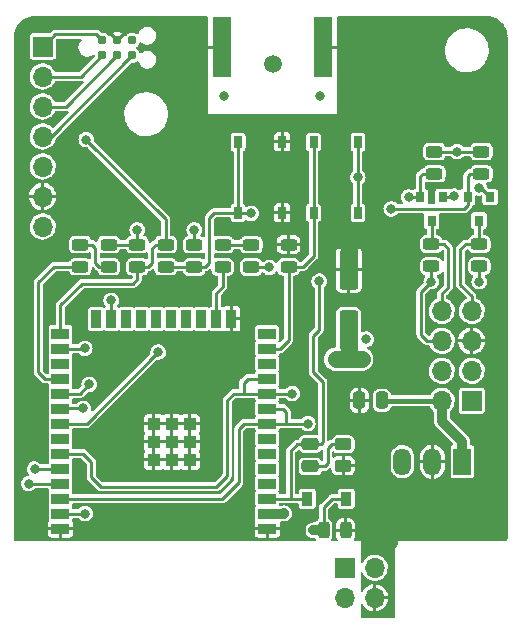
<source format=gtl>
G04 #@! TF.GenerationSoftware,KiCad,Pcbnew,(6.0.1-0)*
G04 #@! TF.CreationDate,2022-02-11T21:02:12+01:00*
G04 #@! TF.ProjectId,ithowifi_4l,6974686f-7769-4666-995f-346c2e6b6963,rev?*
G04 #@! TF.SameCoordinates,Original*
G04 #@! TF.FileFunction,Copper,L1,Top*
G04 #@! TF.FilePolarity,Positive*
%FSLAX46Y46*%
G04 Gerber Fmt 4.6, Leading zero omitted, Abs format (unit mm)*
G04 Created by KiCad (PCBNEW (6.0.1-0)) date 2022-02-11 21:02:12*
%MOMM*%
%LPD*%
G01*
G04 APERTURE LIST*
G04 Aperture macros list*
%AMRoundRect*
0 Rectangle with rounded corners*
0 $1 Rounding radius*
0 $2 $3 $4 $5 $6 $7 $8 $9 X,Y pos of 4 corners*
0 Add a 4 corners polygon primitive as box body*
4,1,4,$2,$3,$4,$5,$6,$7,$8,$9,$2,$3,0*
0 Add four circle primitives for the rounded corners*
1,1,$1+$1,$2,$3*
1,1,$1+$1,$4,$5*
1,1,$1+$1,$6,$7*
1,1,$1+$1,$8,$9*
0 Add four rect primitives between the rounded corners*
20,1,$1+$1,$2,$3,$4,$5,0*
20,1,$1+$1,$4,$5,$6,$7,0*
20,1,$1+$1,$6,$7,$8,$9,0*
20,1,$1+$1,$8,$9,$2,$3,0*%
G04 Aperture macros list end*
G04 #@! TA.AperFunction,ComponentPad*
%ADD10R,1.500000X2.300000*%
G04 #@! TD*
G04 #@! TA.AperFunction,ComponentPad*
%ADD11O,1.500000X2.300000*%
G04 #@! TD*
G04 #@! TA.AperFunction,SMDPad,CuDef*
%ADD12R,0.800000X0.900000*%
G04 #@! TD*
G04 #@! TA.AperFunction,SMDPad,CuDef*
%ADD13RoundRect,0.243750X-0.456250X0.243750X-0.456250X-0.243750X0.456250X-0.243750X0.456250X0.243750X0*%
G04 #@! TD*
G04 #@! TA.AperFunction,ComponentPad*
%ADD14R,1.700000X1.700000*%
G04 #@! TD*
G04 #@! TA.AperFunction,ComponentPad*
%ADD15O,1.700000X1.700000*%
G04 #@! TD*
G04 #@! TA.AperFunction,SMDPad,CuDef*
%ADD16R,1.500000X0.900000*%
G04 #@! TD*
G04 #@! TA.AperFunction,SMDPad,CuDef*
%ADD17R,0.900000X1.500000*%
G04 #@! TD*
G04 #@! TA.AperFunction,SMDPad,CuDef*
%ADD18R,1.050000X1.050000*%
G04 #@! TD*
G04 #@! TA.AperFunction,SMDPad,CuDef*
%ADD19RoundRect,0.243750X0.456250X-0.243750X0.456250X0.243750X-0.456250X0.243750X-0.456250X-0.243750X0*%
G04 #@! TD*
G04 #@! TA.AperFunction,SMDPad,CuDef*
%ADD20C,0.787400*%
G04 #@! TD*
G04 #@! TA.AperFunction,SMDPad,CuDef*
%ADD21R,0.750000X1.000000*%
G04 #@! TD*
G04 #@! TA.AperFunction,SMDPad,CuDef*
%ADD22RoundRect,0.250000X0.250000X0.475000X-0.250000X0.475000X-0.250000X-0.475000X0.250000X-0.475000X0*%
G04 #@! TD*
G04 #@! TA.AperFunction,SMDPad,CuDef*
%ADD23RoundRect,0.250000X0.550000X-1.412500X0.550000X1.412500X-0.550000X1.412500X-0.550000X-1.412500X0*%
G04 #@! TD*
G04 #@! TA.AperFunction,SMDPad,CuDef*
%ADD24RoundRect,0.243750X-0.243750X-0.456250X0.243750X-0.456250X0.243750X0.456250X-0.243750X0.456250X0*%
G04 #@! TD*
G04 #@! TA.AperFunction,SMDPad,CuDef*
%ADD25RoundRect,0.250000X0.475000X-0.250000X0.475000X0.250000X-0.475000X0.250000X-0.475000X-0.250000X0*%
G04 #@! TD*
G04 #@! TA.AperFunction,SMDPad,CuDef*
%ADD26R,0.900000X1.200000*%
G04 #@! TD*
G04 #@! TA.AperFunction,SMDPad,CuDef*
%ADD27RoundRect,0.249998X0.450002X-0.262502X0.450002X0.262502X-0.450002X0.262502X-0.450002X-0.262502X0*%
G04 #@! TD*
G04 #@! TA.AperFunction,ComponentPad*
%ADD28C,1.500000*%
G04 #@! TD*
G04 #@! TA.AperFunction,SMDPad,CuDef*
%ADD29R,1.500000X5.080000*%
G04 #@! TD*
G04 #@! TA.AperFunction,ViaPad*
%ADD30C,0.800000*%
G04 #@! TD*
G04 #@! TA.AperFunction,Conductor*
%ADD31C,0.250000*%
G04 #@! TD*
G04 #@! TA.AperFunction,Conductor*
%ADD32C,1.473200*%
G04 #@! TD*
G04 #@! TA.AperFunction,Conductor*
%ADD33C,0.254000*%
G04 #@! TD*
G04 #@! TA.AperFunction,Conductor*
%ADD34C,0.812800*%
G04 #@! TD*
G04 #@! TA.AperFunction,Conductor*
%ADD35C,0.406400*%
G04 #@! TD*
G04 APERTURE END LIST*
D10*
X121259600Y-142951200D03*
D11*
X118719600Y-142951200D03*
X116179600Y-142951200D03*
D12*
X119608600Y-120539000D03*
X117708600Y-120539000D03*
X118658600Y-122539000D03*
D13*
X118872000Y-116686900D03*
X118872000Y-118561900D03*
D14*
X85725000Y-107797600D03*
D15*
X85725000Y-110337600D03*
X85725000Y-112877600D03*
X85725000Y-115417600D03*
X85725000Y-117957600D03*
X85725000Y-120497600D03*
X85725000Y-123037600D03*
D16*
X104727600Y-148613600D03*
X104727600Y-147343600D03*
X104727600Y-146073600D03*
X104727600Y-144803600D03*
X104727600Y-143533600D03*
X104727600Y-142263600D03*
X104727600Y-140993600D03*
X104727600Y-139723600D03*
X104727600Y-138453600D03*
X104727600Y-137183600D03*
X104727600Y-135913600D03*
X104727600Y-134643600D03*
X104727600Y-133373600D03*
X104727600Y-132103600D03*
D17*
X101697600Y-130853600D03*
X100427600Y-130853600D03*
X99157600Y-130853600D03*
X97887600Y-130853600D03*
X96617600Y-130853600D03*
X95347600Y-130853600D03*
X94077600Y-130853600D03*
X92807600Y-130853600D03*
X91537600Y-130853600D03*
X90267600Y-130853600D03*
D16*
X87227600Y-132103600D03*
X87227600Y-133373600D03*
X87227600Y-134643600D03*
X87227600Y-135913600D03*
X87227600Y-137183600D03*
X87227600Y-138453600D03*
X87227600Y-139723600D03*
X87227600Y-140993600D03*
X87227600Y-142263600D03*
X87227600Y-143533600D03*
X87227600Y-144803600D03*
X87227600Y-146073600D03*
X87227600Y-147343600D03*
X87227600Y-148613600D03*
D18*
X96657600Y-141273600D03*
X95132600Y-141273600D03*
X95132600Y-142798600D03*
X96657600Y-142798600D03*
X96657600Y-139748600D03*
X98182600Y-142798600D03*
X95132600Y-139748600D03*
X98182600Y-141273600D03*
X98182600Y-139748600D03*
D13*
X91313000Y-124563900D03*
X91313000Y-126438900D03*
X106536000Y-124572500D03*
X106536000Y-126447500D03*
X118618000Y-124523500D03*
X118618000Y-126398500D03*
D19*
X88900000Y-126438900D03*
X88900000Y-124563900D03*
D14*
X111292000Y-151928000D03*
D15*
X113832000Y-151928000D03*
X111292000Y-154468000D03*
X113832000Y-154468000D03*
D20*
X90766000Y-108536400D03*
X90766000Y-107266400D03*
X92036000Y-108536400D03*
X92036000Y-107266400D03*
X93306000Y-108536400D03*
X93306000Y-107266400D03*
D21*
X108665400Y-115872000D03*
X108665400Y-121872000D03*
X112415400Y-121872000D03*
X112415400Y-115872000D03*
D22*
X114432000Y-137768000D03*
X112532000Y-137768000D03*
D12*
X123606600Y-120539000D03*
X121706600Y-120539000D03*
X122656600Y-122539000D03*
D19*
X122859800Y-118561900D03*
X122859800Y-116686900D03*
D13*
X122682000Y-124523500D03*
X122682000Y-126398500D03*
D19*
X96139000Y-126438900D03*
X96139000Y-124563900D03*
X98552000Y-126453000D03*
X98552000Y-124578000D03*
D23*
X111632000Y-131768000D03*
X111632000Y-126693000D03*
D24*
X109499400Y-148751000D03*
X111374400Y-148751000D03*
D25*
X108377500Y-143351000D03*
X108377500Y-141451000D03*
D26*
X111425500Y-146084000D03*
X108125500Y-146084000D03*
D27*
X111171500Y-143290000D03*
X111171500Y-141465000D03*
D28*
X105182180Y-109251460D03*
D19*
X93726000Y-126438900D03*
X93726000Y-124563900D03*
X103378000Y-126453000D03*
X103378000Y-124578000D03*
X100965000Y-126453000D03*
X100965000Y-124578000D03*
D21*
X106015000Y-121872000D03*
X106015000Y-115872000D03*
X102265000Y-115872000D03*
X102265000Y-121872000D03*
D14*
X122047000Y-137795000D03*
D15*
X119507000Y-137795000D03*
X122047000Y-135255000D03*
X119507000Y-135255000D03*
X122047000Y-132715000D03*
X119507000Y-132715000D03*
X122047000Y-130175000D03*
X119507000Y-130175000D03*
D29*
X109431400Y-107848400D03*
X100931400Y-107848400D03*
D30*
X109220000Y-112014000D03*
X99187000Y-107442000D03*
X99187000Y-105918000D03*
X101092000Y-112014000D03*
X99187000Y-110871000D03*
X99187000Y-112522000D03*
X99187000Y-109093000D03*
X111125000Y-110871000D03*
X111125000Y-114173000D03*
X111125000Y-112522000D03*
X105918000Y-114173000D03*
X109220000Y-114173000D03*
X102489000Y-114173000D03*
X104140000Y-114173000D03*
X100965000Y-114173000D03*
X107569000Y-114173000D03*
X99187000Y-114173000D03*
X102432000Y-138568000D03*
X112032000Y-139368000D03*
X111632000Y-124168000D03*
X112732000Y-124168000D03*
X110532000Y-124168000D03*
X86741000Y-128270000D03*
X111125000Y-105918000D03*
X111125000Y-107442000D03*
X111125000Y-109093000D03*
X101727000Y-132715000D03*
X96647000Y-139750800D03*
X106172000Y-148590000D03*
X89154000Y-148590000D03*
X96647000Y-142798800D03*
X98171000Y-142798800D03*
X95148400Y-142798800D03*
X96647000Y-141274800D03*
X95148400Y-141274800D03*
X95148400Y-139750800D03*
X98171000Y-139750800D03*
X98171000Y-141274800D03*
X122682000Y-127698500D03*
X118618000Y-127698500D03*
X106172000Y-147320000D03*
X111632000Y-134268000D03*
X112732000Y-134268000D03*
X110532000Y-134268000D03*
X122682000Y-119761000D03*
X108631500Y-148751000D03*
X112395000Y-118872000D03*
X98552000Y-123317000D03*
X93726000Y-123317000D03*
X104902000Y-126492000D03*
X113132002Y-132568000D03*
X120813090Y-116686900D03*
X120532000Y-120468000D03*
X89407998Y-115671600D03*
X89309400Y-147345400D03*
X95504000Y-133668000D03*
X89154000Y-138430000D03*
X89662000Y-136397998D03*
X89281000Y-133350000D03*
X85039200Y-143560804D03*
X84531209Y-144805391D03*
X106849400Y-137185400D03*
X115232000Y-121538998D03*
X108174600Y-139725400D03*
X116697000Y-120539000D03*
X103378008Y-121920000D03*
X109132000Y-127668006D03*
X91524600Y-129294600D03*
D31*
X99593400Y-107848400D02*
X99187000Y-107442000D01*
X100931400Y-107848400D02*
X99593400Y-107848400D01*
D32*
X112732000Y-124168000D02*
X110532000Y-124168000D01*
D31*
X110718600Y-107848400D02*
X111125000Y-107442000D01*
X109431400Y-107848400D02*
X110718600Y-107848400D01*
D32*
X111632000Y-126693000D02*
X111632000Y-124168000D01*
D33*
X122682000Y-126398500D02*
X122682000Y-127698500D01*
X118618000Y-127698500D02*
X118618000Y-126398500D01*
X117748500Y-128568000D02*
X117748500Y-132184500D01*
X118279000Y-132715000D02*
X119507000Y-132715000D01*
X118618000Y-127698500D02*
X117748500Y-128568000D01*
X117748500Y-132184500D02*
X118279000Y-132715000D01*
X122682000Y-119761000D02*
X122828600Y-119761000D01*
D34*
X109499400Y-148751000D02*
X108634800Y-148751000D01*
D33*
X93726000Y-124563900D02*
X93726000Y-123317000D01*
D32*
X112732000Y-134268000D02*
X110532000Y-134268000D01*
D31*
X86424800Y-115417600D02*
X93306000Y-108536400D01*
D33*
X91313000Y-124563900D02*
X93726000Y-124563900D01*
D34*
X106148400Y-147343600D02*
X106172000Y-147320000D01*
X104727600Y-147343600D02*
X106148400Y-147343600D01*
D33*
X118872000Y-116686900D02*
X120813090Y-116686900D01*
X120832000Y-116667990D02*
X120813090Y-116686900D01*
X104902000Y-126492000D02*
X103417000Y-126492000D01*
X120461000Y-120539000D02*
X120532000Y-120468000D01*
X98552000Y-124578000D02*
X98552000Y-123317000D01*
X112415400Y-121872000D02*
X112415400Y-115872000D01*
D32*
X111632000Y-131768000D02*
X111632000Y-134268000D01*
D31*
X109499400Y-146803600D02*
X109499400Y-148751000D01*
X110219000Y-146084000D02*
X109499400Y-146803600D01*
D33*
X119608600Y-120539000D02*
X120461000Y-120539000D01*
X122859800Y-116686900D02*
X120813090Y-116686900D01*
D31*
X111425500Y-146084000D02*
X110219000Y-146084000D01*
D33*
X122828600Y-119761000D02*
X123606600Y-120539000D01*
D31*
X85725000Y-115417600D02*
X86424800Y-115417600D01*
D33*
X103417000Y-126492000D02*
X103378000Y-126453000D01*
X122656600Y-122539000D02*
X122656600Y-124498100D01*
X122656600Y-124498100D02*
X122682000Y-124523500D01*
X121539000Y-124523500D02*
X121094500Y-124968000D01*
X122682000Y-124523500D02*
X121539000Y-124523500D01*
X121094500Y-127952500D02*
X122047000Y-128905000D01*
X121094500Y-124968000D02*
X121094500Y-127952500D01*
X122047000Y-128905000D02*
X122047000Y-130175000D01*
X118658600Y-122539000D02*
X118658600Y-124482900D01*
X119697500Y-124523500D02*
X120078500Y-124904500D01*
X119507000Y-128714500D02*
X119507000Y-130175000D01*
X120078500Y-124904500D02*
X120078500Y-128143000D01*
X118618000Y-124523500D02*
X119697500Y-124523500D01*
X120078500Y-128143000D02*
X119507000Y-128714500D01*
X118658600Y-124482900D02*
X118618000Y-124523500D01*
X89416400Y-115680002D02*
X89407998Y-115671600D01*
X93345000Y-127889000D02*
X89027000Y-127889000D01*
X96139000Y-124563900D02*
X95273100Y-124563900D01*
X95273100Y-124563900D02*
X94996000Y-124841000D01*
X94668100Y-126438900D02*
X93726000Y-126438900D01*
X93726000Y-127508000D02*
X93345000Y-127889000D01*
X94996000Y-124841000D02*
X94996000Y-126111000D01*
X87227600Y-129688400D02*
X87227600Y-132103600D01*
X96139000Y-122402602D02*
X89407998Y-115671600D01*
D31*
X86754600Y-106768000D02*
X85725000Y-107797600D01*
X90766000Y-107266400D02*
X90267600Y-106768000D01*
D33*
X89027000Y-127889000D02*
X87227600Y-129688400D01*
X96139000Y-124563900D02*
X96139000Y-122402602D01*
D31*
X90267600Y-106768000D02*
X86754600Y-106768000D01*
D33*
X94996000Y-126111000D02*
X94668100Y-126438900D01*
X93726000Y-126438900D02*
X93726000Y-127508000D01*
X87229400Y-147345400D02*
X89309400Y-147345400D01*
X87227600Y-147343600D02*
X87229400Y-147345400D01*
X89446600Y-139725400D02*
X95504000Y-133668000D01*
X87477600Y-139725400D02*
X89446600Y-139725400D01*
X87229400Y-138455400D02*
X87477600Y-138455400D01*
X89154000Y-138430000D02*
X87251200Y-138430000D01*
X87227600Y-138453600D02*
X87229400Y-138455400D01*
X87251200Y-138430000D02*
X87227600Y-138453600D01*
X87227600Y-137183600D02*
X88876398Y-137183600D01*
X88876398Y-137183600D02*
X89662000Y-136397998D01*
X89257400Y-133373600D02*
X89281000Y-133350000D01*
X87227600Y-133373600D02*
X89257400Y-133373600D01*
D31*
X87694800Y-112877600D02*
X91964932Y-108607468D01*
D33*
X87227600Y-143533600D02*
X85066404Y-143533600D01*
X85066404Y-143533600D02*
X85039200Y-143560804D01*
D31*
X85220800Y-143539200D02*
X85199196Y-143560804D01*
X85725000Y-112877600D02*
X87694800Y-112877600D01*
X85199196Y-143560804D02*
X85039200Y-143560804D01*
D33*
X87225809Y-144805391D02*
X84531209Y-144805391D01*
D31*
X86817400Y-144830800D02*
X86839000Y-144809200D01*
X85725000Y-110337600D02*
X88964800Y-110337600D01*
D33*
X87227600Y-144803600D02*
X87225809Y-144805391D01*
D31*
X88964800Y-110337600D02*
X90766000Y-108536400D01*
D33*
X90170000Y-126111000D02*
X90497900Y-126438900D01*
X88900000Y-124563900D02*
X89892900Y-124563900D01*
X90170000Y-124841000D02*
X90170000Y-126111000D01*
X90497900Y-126438900D02*
X91313000Y-126438900D01*
X89892900Y-124563900D02*
X90170000Y-124841000D01*
X100965000Y-124578000D02*
X103378000Y-124578000D01*
X121706600Y-120539000D02*
X121706600Y-118755200D01*
X121706600Y-118755200D02*
X121899900Y-118561900D01*
X103086400Y-135913600D02*
X104727600Y-135913600D01*
X121899900Y-118561900D02*
X122859800Y-118561900D01*
X89832000Y-142968000D02*
X89832000Y-144268000D01*
X106847600Y-137183600D02*
X102733800Y-137183600D01*
X121706600Y-120539000D02*
X121706600Y-121243000D01*
X90632000Y-145068000D02*
X100432000Y-145068000D01*
X89127600Y-142263600D02*
X89832000Y-142968000D01*
X87227600Y-142263600D02*
X89127600Y-142263600D01*
X121706600Y-121243000D02*
X121410602Y-121538998D01*
X101332000Y-137768000D02*
X101914600Y-137185400D01*
X102733800Y-137183600D02*
X102732000Y-137185400D01*
X100432000Y-145068000D02*
X101332000Y-144168000D01*
X101332000Y-144168000D02*
X101332000Y-137768000D01*
X101914600Y-137185400D02*
X102732000Y-137185400D01*
X121410602Y-121538998D02*
X115232000Y-121538998D01*
X102732000Y-136268000D02*
X103086400Y-135913600D01*
X89832000Y-144268000D02*
X90632000Y-145068000D01*
X106849400Y-137185400D02*
X106847600Y-137183600D01*
X102732000Y-137185400D02*
X102732000Y-136268000D01*
X102776400Y-139723600D02*
X104727600Y-139723600D01*
X102332000Y-140168000D02*
X102776400Y-139723600D01*
X104729400Y-139725400D02*
X106324400Y-139725400D01*
X106324400Y-139725400D02*
X106324400Y-138709400D01*
X117708600Y-118740000D02*
X117708600Y-120539000D01*
X102332000Y-144668000D02*
X102332000Y-140168000D01*
X100924600Y-146075400D02*
X102332000Y-144668000D01*
X117708600Y-120539000D02*
X116697000Y-120539000D01*
X106324400Y-138709400D02*
X106068600Y-138453600D01*
X118872000Y-118561900D02*
X117886700Y-118561900D01*
X106324400Y-139725400D02*
X108174600Y-139725400D01*
X87477600Y-146075400D02*
X100924600Y-146075400D01*
X104727600Y-139723600D02*
X104729400Y-139725400D01*
X117886700Y-118561900D02*
X117708600Y-118740000D01*
X106068600Y-138453600D02*
X104727600Y-138453600D01*
X108665400Y-125522600D02*
X107740500Y-126447500D01*
X108665400Y-121872000D02*
X108665400Y-125522600D01*
X107740500Y-126447500D02*
X106536000Y-126447500D01*
X108665400Y-121872000D02*
X108665400Y-115872000D01*
X105826400Y-133373600D02*
X104727600Y-133373600D01*
X106536000Y-132664000D02*
X105826400Y-133373600D01*
X106536000Y-126447500D02*
X106536000Y-132664000D01*
D35*
X114459000Y-137795000D02*
X114432000Y-137768000D01*
D34*
X121259600Y-141262100D02*
X119507000Y-139509500D01*
D35*
X119507000Y-137795000D02*
X114459000Y-137795000D01*
D34*
X119507000Y-139509500D02*
X119507000Y-137795000D01*
X121259600Y-142951200D02*
X121259600Y-141262100D01*
D33*
X96139000Y-126438900D02*
X98537900Y-126438900D01*
X109432000Y-136168000D02*
X108632000Y-135368000D01*
D31*
X106717900Y-142028600D02*
X106717900Y-146075400D01*
D33*
X108632000Y-135368000D02*
X108632000Y-132268000D01*
X108632000Y-132268000D02*
X109132000Y-131768000D01*
X100251000Y-121872000D02*
X102265000Y-121872000D01*
D31*
X104727600Y-146073600D02*
X104729400Y-146075400D01*
D33*
X98552000Y-126453000D02*
X99480000Y-126453000D01*
D31*
X108116900Y-146075400D02*
X108125500Y-146084000D01*
D33*
X98537900Y-126438900D02*
X98552000Y-126453000D01*
X102265000Y-121872000D02*
X102265000Y-115872000D01*
D31*
X106717900Y-146075400D02*
X108116900Y-146075400D01*
X109432000Y-141283000D02*
X109264000Y-141451000D01*
D33*
X109132000Y-131768000D02*
X109132000Y-127668006D01*
D31*
X108377500Y-141451000D02*
X107295500Y-141451000D01*
D33*
X102265000Y-121872000D02*
X103330008Y-121872000D01*
D31*
X107295500Y-141451000D02*
X106717900Y-142028600D01*
X109264000Y-141451000D02*
X108377500Y-141451000D01*
D33*
X99822000Y-126111000D02*
X99822000Y-122301000D01*
D31*
X104729400Y-146075400D02*
X106717900Y-146075400D01*
X109432000Y-136168000D02*
X109432000Y-141283000D01*
D33*
X103330008Y-121872000D02*
X103378008Y-121920000D01*
X99480000Y-126453000D02*
X99822000Y-126111000D01*
X99822000Y-122301000D02*
X100251000Y-121872000D01*
D31*
X110202500Y-141465000D02*
X111171500Y-141465000D01*
X109586500Y-143351000D02*
X109838000Y-143099500D01*
X108377500Y-143351000D02*
X109586500Y-143351000D01*
X109838000Y-141829500D02*
X110202500Y-141465000D01*
X109838000Y-143099500D02*
X109838000Y-141829500D01*
X91537600Y-130853600D02*
X91537600Y-131100400D01*
X91524600Y-130840600D02*
X91537600Y-130853600D01*
X91537600Y-131100400D02*
X91532600Y-131105400D01*
X91524600Y-129294600D02*
X91524600Y-130840600D01*
D33*
X100427600Y-130853600D02*
X100427600Y-128680400D01*
X100427600Y-128680400D02*
X100965000Y-128143000D01*
X100965000Y-128143000D02*
X100965000Y-126453000D01*
X85344000Y-127762000D02*
X86667100Y-126438900D01*
X85875600Y-135913600D02*
X85344000Y-135382000D01*
X85344000Y-135382000D02*
X85344000Y-127762000D01*
X87227600Y-135913600D02*
X85875600Y-135913600D01*
X86667100Y-126438900D02*
X88900000Y-126438900D01*
G04 #@! TA.AperFunction,Conductor*
G36*
X99653531Y-105241213D02*
G01*
X99690076Y-105291513D01*
X99695000Y-105322600D01*
X99695000Y-113538000D01*
X110617000Y-113538000D01*
X110617000Y-108162186D01*
X119771018Y-108162186D01*
X119771364Y-108165812D01*
X119771364Y-108165815D01*
X119788770Y-108348253D01*
X119796579Y-108430100D01*
X119797443Y-108433631D01*
X119797444Y-108433637D01*
X119848037Y-108640395D01*
X119860547Y-108691518D01*
X119861914Y-108694893D01*
X119960217Y-108937592D01*
X119960220Y-108937599D01*
X119961583Y-108940963D01*
X119963421Y-108944103D01*
X119963423Y-108944106D01*
X119983488Y-108978374D01*
X120097569Y-109173210D01*
X120179577Y-109275756D01*
X120212761Y-109317250D01*
X120265658Y-109383395D01*
X120268320Y-109385881D01*
X120268323Y-109385885D01*
X120345080Y-109457587D01*
X120462327Y-109567113D01*
X120465317Y-109569187D01*
X120465318Y-109569188D01*
X120680461Y-109718438D01*
X120680465Y-109718440D01*
X120683457Y-109720516D01*
X120686719Y-109722139D01*
X120686721Y-109722140D01*
X120717693Y-109737548D01*
X120924416Y-109840391D01*
X120927874Y-109841525D01*
X120927875Y-109841525D01*
X121176693Y-109923092D01*
X121176696Y-109923093D01*
X121180156Y-109924227D01*
X121183750Y-109924851D01*
X121442299Y-109969743D01*
X121442305Y-109969744D01*
X121445319Y-109970267D01*
X121481922Y-109972089D01*
X121529116Y-109974439D01*
X121529129Y-109974439D01*
X121530348Y-109974500D01*
X121698374Y-109974500D01*
X121700188Y-109974368D01*
X121700199Y-109974368D01*
X121894788Y-109960249D01*
X121894790Y-109960249D01*
X121898425Y-109959985D01*
X121901983Y-109959199D01*
X121901986Y-109959199D01*
X122157667Y-109902749D01*
X122157670Y-109902748D01*
X122161226Y-109901963D01*
X122342492Y-109833288D01*
X122409501Y-109807901D01*
X122409504Y-109807900D01*
X122412900Y-109806613D01*
X122507017Y-109754336D01*
X122644989Y-109677699D01*
X122648172Y-109675931D01*
X122755008Y-109594396D01*
X122859210Y-109514872D01*
X122859212Y-109514870D01*
X122862116Y-109512654D01*
X122997809Y-109373847D01*
X123047696Y-109322815D01*
X123047699Y-109322812D01*
X123050249Y-109320203D01*
X123052395Y-109317255D01*
X123052399Y-109317250D01*
X123159533Y-109170062D01*
X123208630Y-109102610D01*
X123333941Y-108864433D01*
X123372537Y-108755139D01*
X123422345Y-108614095D01*
X123422346Y-108614091D01*
X123423557Y-108610662D01*
X123475601Y-108346611D01*
X123488982Y-108077814D01*
X123481309Y-107997384D01*
X123463767Y-107813525D01*
X123463767Y-107813523D01*
X123463421Y-107809900D01*
X123461851Y-107803481D01*
X123400319Y-107552021D01*
X123399453Y-107548482D01*
X123385262Y-107513445D01*
X123299783Y-107302408D01*
X123299780Y-107302401D01*
X123298417Y-107299037D01*
X123286795Y-107279187D01*
X123184227Y-107104015D01*
X123162431Y-107066790D01*
X123051022Y-106927480D01*
X122996619Y-106859452D01*
X122996618Y-106859450D01*
X122994342Y-106856605D01*
X122991680Y-106854119D01*
X122991677Y-106854115D01*
X122863369Y-106734257D01*
X122797673Y-106672887D01*
X122768967Y-106652973D01*
X122579539Y-106521562D01*
X122579535Y-106521560D01*
X122576543Y-106519484D01*
X122571056Y-106516754D01*
X122466137Y-106464558D01*
X122335584Y-106399609D01*
X122332125Y-106398475D01*
X122083307Y-106316908D01*
X122083304Y-106316907D01*
X122079844Y-106315773D01*
X122006596Y-106303055D01*
X121817701Y-106270257D01*
X121817695Y-106270256D01*
X121814681Y-106269733D01*
X121778078Y-106267911D01*
X121730884Y-106265561D01*
X121730871Y-106265561D01*
X121729652Y-106265500D01*
X121561626Y-106265500D01*
X121559812Y-106265632D01*
X121559801Y-106265632D01*
X121365212Y-106279751D01*
X121365210Y-106279751D01*
X121361575Y-106280015D01*
X121358017Y-106280801D01*
X121358014Y-106280801D01*
X121102333Y-106337251D01*
X121102330Y-106337252D01*
X121098774Y-106338037D01*
X121095369Y-106339327D01*
X120850499Y-106432099D01*
X120850496Y-106432100D01*
X120847100Y-106433387D01*
X120843924Y-106435151D01*
X120843922Y-106435152D01*
X120717479Y-106505385D01*
X120611828Y-106564069D01*
X120605563Y-106568850D01*
X120417357Y-106712485D01*
X120397884Y-106727346D01*
X120395328Y-106729961D01*
X120236699Y-106892231D01*
X120209751Y-106919797D01*
X120207605Y-106922745D01*
X120207601Y-106922750D01*
X120163529Y-106983299D01*
X120051370Y-107137390D01*
X119926059Y-107375567D01*
X119924846Y-107379001D01*
X119924845Y-107379004D01*
X119840425Y-107618063D01*
X119836443Y-107629338D01*
X119784399Y-107893389D01*
X119771018Y-108162186D01*
X110617000Y-108162186D01*
X110617000Y-105322600D01*
X110636213Y-105263469D01*
X110686513Y-105226924D01*
X110717600Y-105222000D01*
X123297076Y-105222000D01*
X123316701Y-105223933D01*
X123332000Y-105226976D01*
X123341718Y-105225043D01*
X123351626Y-105225043D01*
X123351626Y-105225051D01*
X123363913Y-105224283D01*
X123573308Y-105239259D01*
X123587515Y-105241302D01*
X123816876Y-105291196D01*
X123830648Y-105295240D01*
X124050574Y-105377268D01*
X124063627Y-105383229D01*
X124269655Y-105495729D01*
X124281717Y-105503482D01*
X124469623Y-105644146D01*
X124480471Y-105653545D01*
X124646455Y-105819529D01*
X124655854Y-105830377D01*
X124796516Y-106018279D01*
X124804271Y-106030345D01*
X124904340Y-106213606D01*
X124916770Y-106236370D01*
X124922732Y-106249426D01*
X125004760Y-106469352D01*
X125008804Y-106483124D01*
X125058698Y-106712485D01*
X125060741Y-106726692D01*
X125075717Y-106936087D01*
X125074949Y-106948374D01*
X125074957Y-106948374D01*
X125074957Y-106958282D01*
X125073024Y-106968000D01*
X125074957Y-106977718D01*
X125076067Y-106983299D01*
X125078000Y-107002924D01*
X125078000Y-149433075D01*
X125076067Y-149452701D01*
X125073024Y-149467999D01*
X125074957Y-149477718D01*
X125074957Y-149479291D01*
X125073718Y-149495029D01*
X125068451Y-149528283D01*
X125058725Y-149558216D01*
X125038252Y-149598397D01*
X125019752Y-149623861D01*
X125005078Y-149638535D01*
X124949680Y-149666761D01*
X124933943Y-149668000D01*
X115832000Y-149668000D01*
X115832000Y-149855540D01*
X115812787Y-149914671D01*
X115802532Y-149926678D01*
X115800086Y-149929124D01*
X115796262Y-149932262D01*
X115702039Y-150047073D01*
X115632025Y-150178061D01*
X115588910Y-150320190D01*
X115588426Y-150325106D01*
X115588425Y-150325110D01*
X115576139Y-150449862D01*
X115574958Y-150457823D01*
X115574958Y-150458278D01*
X115573024Y-150467999D01*
X115574957Y-150477717D01*
X115574957Y-150477719D01*
X115576067Y-150483298D01*
X115578000Y-150502923D01*
X115578000Y-155933075D01*
X115576067Y-155952701D01*
X115573024Y-155967999D01*
X115574957Y-155977718D01*
X115574957Y-155979291D01*
X115573718Y-155995029D01*
X115568451Y-156028283D01*
X115558725Y-156058216D01*
X115538252Y-156098397D01*
X115519752Y-156123861D01*
X115487861Y-156155752D01*
X115462397Y-156174252D01*
X115422216Y-156194725D01*
X115392283Y-156204451D01*
X115359029Y-156209718D01*
X115343291Y-156210957D01*
X115341718Y-156210957D01*
X115331999Y-156209024D01*
X115322281Y-156210957D01*
X115316701Y-156212067D01*
X115297075Y-156214000D01*
X112732600Y-156214000D01*
X112673469Y-156194787D01*
X112636924Y-156144487D01*
X112632000Y-156113400D01*
X112632000Y-155082028D01*
X112651213Y-155022897D01*
X112701513Y-154986352D01*
X112763687Y-154986352D01*
X112813987Y-155022897D01*
X112823959Y-155039911D01*
X112825700Y-155043687D01*
X112830289Y-155051635D01*
X112947456Y-155217424D01*
X112953428Y-155224416D01*
X113098846Y-155366077D01*
X113105982Y-155371855D01*
X113274782Y-155484644D01*
X113282857Y-155489027D01*
X113469379Y-155569164D01*
X113478118Y-155572003D01*
X113676123Y-155616807D01*
X113685233Y-155618006D01*
X113689079Y-155618157D01*
X113702124Y-155614478D01*
X113704779Y-155611110D01*
X113705000Y-155609873D01*
X113705000Y-155600611D01*
X113959000Y-155600611D01*
X113963188Y-155613501D01*
X113964378Y-155614365D01*
X113970453Y-155614883D01*
X114098176Y-155596364D01*
X114107103Y-155594221D01*
X114299349Y-155528963D01*
X114307733Y-155525230D01*
X114484865Y-155426031D01*
X114492433Y-155420830D01*
X114648518Y-155291015D01*
X114655015Y-155284518D01*
X114784830Y-155128433D01*
X114790031Y-155120865D01*
X114889230Y-154943733D01*
X114892963Y-154935349D01*
X114958221Y-154743103D01*
X114960364Y-154734176D01*
X114978258Y-154610768D01*
X114975963Y-154597411D01*
X114974909Y-154596385D01*
X114968969Y-154595000D01*
X113974933Y-154595000D01*
X113962043Y-154599188D01*
X113959000Y-154603377D01*
X113959000Y-155600611D01*
X113705000Y-155600611D01*
X113705000Y-154325067D01*
X113959000Y-154325067D01*
X113963188Y-154337957D01*
X113967377Y-154341000D01*
X114964144Y-154341000D01*
X114977034Y-154336812D01*
X114978729Y-154334479D01*
X114979140Y-154330801D01*
X114972749Y-154261241D01*
X114971076Y-154252219D01*
X114915968Y-154056821D01*
X114912677Y-154048247D01*
X114822886Y-153866168D01*
X114818091Y-153858343D01*
X114696618Y-153695672D01*
X114690473Y-153688847D01*
X114541397Y-153551043D01*
X114534108Y-153545449D01*
X114362415Y-153437120D01*
X114354228Y-153432948D01*
X114165668Y-153357720D01*
X114156867Y-153355113D01*
X113974628Y-153318863D01*
X113961168Y-153320456D01*
X113961134Y-153320487D01*
X113959000Y-153328665D01*
X113959000Y-154325067D01*
X113705000Y-154325067D01*
X113705000Y-153333948D01*
X113700812Y-153321058D01*
X113700197Y-153320611D01*
X113692937Y-153320088D01*
X113536380Y-153346989D01*
X113527508Y-153349366D01*
X113337047Y-153419631D01*
X113328748Y-153423590D01*
X113154282Y-153527386D01*
X113146850Y-153532786D01*
X112994216Y-153666642D01*
X112987895Y-153673303D01*
X112862208Y-153832737D01*
X112857208Y-153840436D01*
X112821630Y-153908058D01*
X112777094Y-153951443D01*
X112715563Y-153960364D01*
X112660540Y-153931415D01*
X112633041Y-153875652D01*
X112632000Y-153861217D01*
X112632000Y-152421875D01*
X112651213Y-152362744D01*
X112701513Y-152326199D01*
X112763687Y-152326199D01*
X112813987Y-152362744D01*
X112823958Y-152379757D01*
X112871377Y-152482616D01*
X112988533Y-152648389D01*
X113133938Y-152790035D01*
X113137774Y-152792598D01*
X113137775Y-152792599D01*
X113207517Y-152839199D01*
X113302720Y-152902812D01*
X113306956Y-152904632D01*
X113306958Y-152904633D01*
X113439283Y-152961484D01*
X113489228Y-152982942D01*
X113587161Y-153005102D01*
X113682716Y-153026724D01*
X113682719Y-153026724D01*
X113687216Y-153027742D01*
X113788635Y-153031727D01*
X113885444Y-153035531D01*
X113885445Y-153035531D01*
X113890053Y-153035712D01*
X113894610Y-153035051D01*
X113894615Y-153035051D01*
X113990499Y-153021148D01*
X114090945Y-153006584D01*
X114283165Y-152941334D01*
X114460276Y-152842147D01*
X114507265Y-152803067D01*
X114612798Y-152715295D01*
X114616345Y-152712345D01*
X114627737Y-152698648D01*
X114743199Y-152559821D01*
X114743201Y-152559818D01*
X114746147Y-152556276D01*
X114845334Y-152379165D01*
X114910584Y-152186945D01*
X114939712Y-151986053D01*
X114941232Y-151928000D01*
X114922658Y-151725859D01*
X114867557Y-151530487D01*
X114777776Y-151348428D01*
X114656320Y-151185779D01*
X114507258Y-151047987D01*
X114503362Y-151045529D01*
X114503357Y-151045525D01*
X114397443Y-150978699D01*
X114335581Y-150939667D01*
X114147039Y-150864446D01*
X113947946Y-150824844D01*
X113845351Y-150823501D01*
X113749585Y-150822247D01*
X113749581Y-150822247D01*
X113744971Y-150822187D01*
X113544910Y-150856564D01*
X113540588Y-150858158D01*
X113540586Y-150858159D01*
X113358791Y-150925227D01*
X113358788Y-150925228D01*
X113354463Y-150926824D01*
X113180010Y-151030612D01*
X113176544Y-151033651D01*
X113176542Y-151033653D01*
X113030859Y-151161414D01*
X113030856Y-151161417D01*
X113027392Y-151164455D01*
X112901720Y-151323869D01*
X112899574Y-151327948D01*
X112821630Y-151476094D01*
X112777094Y-151519479D01*
X112715563Y-151528400D01*
X112660540Y-151499451D01*
X112633041Y-151443688D01*
X112632000Y-151429253D01*
X112632000Y-149668000D01*
X112159797Y-149668000D01*
X112100666Y-149648787D01*
X112064121Y-149598487D01*
X112064121Y-149536313D01*
X112079666Y-149506578D01*
X112096397Y-149484535D01*
X112103073Y-149472688D01*
X112153493Y-149345341D01*
X112156651Y-149332908D01*
X112166336Y-149252870D01*
X112166700Y-149246843D01*
X112166700Y-148893933D01*
X112162512Y-148881043D01*
X112158323Y-148878000D01*
X110598033Y-148878000D01*
X110585143Y-148882188D01*
X110582100Y-148886377D01*
X110582100Y-149246843D01*
X110582464Y-149252870D01*
X110592149Y-149332908D01*
X110595307Y-149345341D01*
X110645727Y-149472688D01*
X110652403Y-149484535D01*
X110669134Y-149506578D01*
X110689581Y-149565294D01*
X110671610Y-149624814D01*
X110622086Y-149662404D01*
X110589003Y-149668000D01*
X110221651Y-149668000D01*
X110162520Y-149648787D01*
X110125975Y-149598487D01*
X110125975Y-149536313D01*
X110141150Y-149507068D01*
X110180386Y-149454716D01*
X110180387Y-149454714D01*
X110184683Y-149448982D01*
X110198745Y-149411471D01*
X110232570Y-149321241D01*
X110232571Y-149321238D01*
X110234781Y-149315342D01*
X110241400Y-149254415D01*
X110241399Y-148608067D01*
X110582100Y-148608067D01*
X110586288Y-148620957D01*
X110590477Y-148624000D01*
X111231467Y-148624000D01*
X111244357Y-148619812D01*
X111247400Y-148615623D01*
X111247400Y-148608067D01*
X111501400Y-148608067D01*
X111505588Y-148620957D01*
X111509777Y-148624000D01*
X112150767Y-148624000D01*
X112163657Y-148619812D01*
X112166700Y-148615623D01*
X112166700Y-148255157D01*
X112166336Y-148249130D01*
X112156651Y-148169092D01*
X112153493Y-148156659D01*
X112103073Y-148029312D01*
X112096400Y-148017469D01*
X112013825Y-147908681D01*
X112004219Y-147899075D01*
X111895431Y-147816500D01*
X111883588Y-147809827D01*
X111756241Y-147759407D01*
X111743808Y-147756249D01*
X111663770Y-147746564D01*
X111657743Y-147746200D01*
X111517333Y-147746200D01*
X111504443Y-147750388D01*
X111501400Y-147754577D01*
X111501400Y-148608067D01*
X111247400Y-148608067D01*
X111247400Y-147762133D01*
X111243212Y-147749243D01*
X111239023Y-147746200D01*
X111091057Y-147746200D01*
X111085030Y-147746564D01*
X111004992Y-147756249D01*
X110992559Y-147759407D01*
X110865212Y-147809827D01*
X110853369Y-147816500D01*
X110744581Y-147899075D01*
X110734975Y-147908681D01*
X110652400Y-148017469D01*
X110645727Y-148029312D01*
X110595307Y-148156659D01*
X110592149Y-148169092D01*
X110582464Y-148249130D01*
X110582100Y-148255157D01*
X110582100Y-148608067D01*
X110241399Y-148608067D01*
X110241399Y-148247586D01*
X110234781Y-148186658D01*
X110210281Y-148121303D01*
X110187198Y-148059726D01*
X110187197Y-148059724D01*
X110184683Y-148053018D01*
X110166917Y-148029312D01*
X110103388Y-147944547D01*
X110099089Y-147938811D01*
X110092128Y-147933594D01*
X109990616Y-147857514D01*
X109990614Y-147857513D01*
X109984882Y-147853217D01*
X109978175Y-147850703D01*
X109978170Y-147850700D01*
X109944186Y-147837960D01*
X109895562Y-147799213D01*
X109878900Y-147743762D01*
X109878900Y-147002464D01*
X109898113Y-146943333D01*
X109908365Y-146931329D01*
X110346729Y-146492965D01*
X110402127Y-146464739D01*
X110417864Y-146463500D01*
X110620401Y-146463500D01*
X110679532Y-146482713D01*
X110716077Y-146533013D01*
X110721001Y-146564100D01*
X110721001Y-146709066D01*
X110728058Y-146744548D01*
X110732025Y-146764490D01*
X110735766Y-146783301D01*
X110741269Y-146791536D01*
X110741269Y-146791537D01*
X110756057Y-146813668D01*
X110792016Y-146867484D01*
X110800253Y-146872988D01*
X110815885Y-146883433D01*
X110876199Y-146923734D01*
X110914382Y-146931329D01*
X110945581Y-146937535D01*
X110945582Y-146937535D01*
X110950433Y-146938500D01*
X110955380Y-146938500D01*
X111425932Y-146938499D01*
X111900566Y-146938499D01*
X111936615Y-146931329D01*
X111965084Y-146925667D01*
X111965086Y-146925666D01*
X111974801Y-146923734D01*
X111992430Y-146911955D01*
X112050747Y-146872988D01*
X112058984Y-146867484D01*
X112115234Y-146783301D01*
X112126345Y-146727443D01*
X112129035Y-146713919D01*
X112129036Y-146713911D01*
X112130000Y-146709067D01*
X112129999Y-145458934D01*
X112121327Y-145415334D01*
X112117167Y-145394416D01*
X112117166Y-145394414D01*
X112115234Y-145384699D01*
X112109730Y-145376461D01*
X112064488Y-145308753D01*
X112058984Y-145300516D01*
X111974801Y-145244266D01*
X111926261Y-145234611D01*
X111905419Y-145230465D01*
X111905418Y-145230465D01*
X111900567Y-145229500D01*
X111895620Y-145229500D01*
X111425068Y-145229501D01*
X110950434Y-145229501D01*
X110916773Y-145236196D01*
X110885916Y-145242333D01*
X110885914Y-145242334D01*
X110876199Y-145244266D01*
X110867964Y-145249769D01*
X110867963Y-145249769D01*
X110826271Y-145277627D01*
X110792016Y-145300516D01*
X110735766Y-145384699D01*
X110727606Y-145425720D01*
X110722261Y-145452596D01*
X110721000Y-145458933D01*
X110721000Y-145603900D01*
X110701787Y-145663031D01*
X110651487Y-145699576D01*
X110620400Y-145704500D01*
X110270216Y-145704500D01*
X110249042Y-145702246D01*
X110245253Y-145701430D01*
X110245252Y-145701430D01*
X110237124Y-145699680D01*
X110228869Y-145700657D01*
X110202290Y-145703803D01*
X110194501Y-145704262D01*
X110191622Y-145704500D01*
X110187476Y-145704500D01*
X110183386Y-145705181D01*
X110183384Y-145705181D01*
X110167840Y-145707768D01*
X110163147Y-145708436D01*
X110119918Y-145713552D01*
X110119915Y-145713553D01*
X110111659Y-145714530D01*
X110104646Y-145717898D01*
X110102051Y-145718719D01*
X110094374Y-145719996D01*
X110048751Y-145744613D01*
X110044526Y-145746766D01*
X110003480Y-145766476D01*
X109997768Y-145769219D01*
X109993492Y-145772814D01*
X109991947Y-145774359D01*
X109991019Y-145775210D01*
X109989199Y-145776745D01*
X109983186Y-145779990D01*
X109977542Y-145786096D01*
X109946266Y-145819930D01*
X109943528Y-145822778D01*
X109267271Y-146499035D01*
X109250705Y-146512414D01*
X109240460Y-146519029D01*
X109235313Y-146525559D01*
X109235311Y-146525560D01*
X109218748Y-146546571D01*
X109213570Y-146552399D01*
X109211698Y-146554608D01*
X109208762Y-146557544D01*
X109206351Y-146560918D01*
X109206350Y-146560919D01*
X109197178Y-146573754D01*
X109194332Y-146577543D01*
X109167392Y-146611716D01*
X109167391Y-146611718D01*
X109162244Y-146618247D01*
X109159668Y-146625582D01*
X109158412Y-146628000D01*
X109153886Y-146634334D01*
X109151505Y-146642297D01*
X109151503Y-146642300D01*
X109139021Y-146684039D01*
X109137566Y-146688518D01*
X109120382Y-146737451D01*
X109119900Y-146743016D01*
X109119900Y-146745182D01*
X109119845Y-146746457D01*
X109119644Y-146748834D01*
X109117687Y-146755378D01*
X109119108Y-146791537D01*
X109119822Y-146809719D01*
X109119900Y-146813668D01*
X109119900Y-147743762D01*
X109100687Y-147802893D01*
X109054614Y-147837960D01*
X109020630Y-147850700D01*
X109020625Y-147850703D01*
X109013918Y-147853217D01*
X109008186Y-147857513D01*
X109008184Y-147857514D01*
X108906672Y-147933594D01*
X108899711Y-147938811D01*
X108818415Y-148047284D01*
X108816505Y-148049832D01*
X108765668Y-148085627D01*
X108736004Y-148090100D01*
X108594688Y-148090100D01*
X108529534Y-148097984D01*
X108482017Y-148103734D01*
X108482015Y-148103735D01*
X108475995Y-148104463D01*
X108377271Y-148141768D01*
X108332027Y-148158864D01*
X108332025Y-148158865D01*
X108326359Y-148161006D01*
X108262582Y-148204839D01*
X108260914Y-148205700D01*
X108259372Y-148207046D01*
X108194529Y-148251611D01*
X108190497Y-148256137D01*
X108190493Y-148256140D01*
X108150737Y-148300761D01*
X108150158Y-148301335D01*
X108150168Y-148301344D01*
X108146111Y-148305850D01*
X108141539Y-148309838D01*
X108138052Y-148314799D01*
X108135200Y-148317967D01*
X108133532Y-148320073D01*
X108088117Y-148371045D01*
X108085279Y-148376405D01*
X108085277Y-148376408D01*
X108059296Y-148425478D01*
X108055052Y-148432403D01*
X108053936Y-148434484D01*
X108050450Y-148439444D01*
X108048248Y-148445091D01*
X108047942Y-148445662D01*
X108043686Y-148454960D01*
X108013265Y-148512415D01*
X108011787Y-148518301D01*
X107998989Y-148569251D01*
X107995149Y-148581283D01*
X107995109Y-148581385D01*
X107995108Y-148581390D01*
X107992906Y-148587037D01*
X107992115Y-148593044D01*
X107992114Y-148593049D01*
X107991884Y-148594799D01*
X107989714Y-148606176D01*
X107974296Y-148667559D01*
X107974264Y-148673616D01*
X107974264Y-148673618D01*
X107973997Y-148724594D01*
X107973139Y-148737186D01*
X107972229Y-148744096D01*
X107973184Y-148752743D01*
X107973790Y-148764294D01*
X107973458Y-148827520D01*
X107974874Y-148833416D01*
X107974874Y-148833420D01*
X107986756Y-148882910D01*
X107988928Y-148895353D01*
X107988946Y-148895519D01*
X107988948Y-148895527D01*
X107989613Y-148901553D01*
X107992330Y-148908979D01*
X107995674Y-148920056D01*
X108010801Y-148983063D01*
X108013583Y-148988453D01*
X108013584Y-148988456D01*
X108037589Y-149034966D01*
X108040959Y-149042643D01*
X108041969Y-149044626D01*
X108044053Y-149050319D01*
X108047435Y-149055351D01*
X108047674Y-149055821D01*
X108053016Y-149064853D01*
X108081385Y-149119818D01*
X108081387Y-149119821D01*
X108084168Y-149125209D01*
X108088155Y-149129779D01*
X108124451Y-149171386D01*
X108125060Y-149172179D01*
X108125061Y-149172178D01*
X108129026Y-149176771D01*
X108132408Y-149181805D01*
X108136893Y-149185885D01*
X108139558Y-149188973D01*
X108141715Y-149191176D01*
X108189324Y-149245752D01*
X108248025Y-149287008D01*
X108249576Y-149288419D01*
X108251585Y-149289510D01*
X108253126Y-149290593D01*
X108315233Y-149334243D01*
X108315237Y-149334245D01*
X108320197Y-149337731D01*
X108325846Y-149339934D01*
X108325849Y-149339935D01*
X108463578Y-149393633D01*
X108469234Y-149395838D01*
X108528952Y-149403700D01*
X108587977Y-149411471D01*
X108587984Y-149411471D01*
X108591239Y-149411900D01*
X108736004Y-149411900D01*
X108795135Y-149431113D01*
X108816504Y-149452167D01*
X108821086Y-149458281D01*
X108857650Y-149507068D01*
X108877738Y-149565908D01*
X108859404Y-149625318D01*
X108809652Y-149662605D01*
X108777149Y-149668000D01*
X83386600Y-149668000D01*
X83327469Y-149648787D01*
X83290924Y-149598487D01*
X83286000Y-149567400D01*
X83286000Y-149105897D01*
X86172800Y-149105897D01*
X86173153Y-149111857D01*
X86175070Y-149127961D01*
X86179028Y-149142362D01*
X86218284Y-149230741D01*
X86228628Y-149245793D01*
X86295841Y-149312889D01*
X86310912Y-149323207D01*
X86399347Y-149362304D01*
X86413779Y-149366239D01*
X86429405Y-149368061D01*
X86435242Y-149368400D01*
X87084667Y-149368400D01*
X87097557Y-149364212D01*
X87100600Y-149360023D01*
X87100600Y-149352467D01*
X87354600Y-149352467D01*
X87358788Y-149365357D01*
X87362977Y-149368400D01*
X88019897Y-149368400D01*
X88025857Y-149368047D01*
X88041961Y-149366130D01*
X88056362Y-149362172D01*
X88144741Y-149322916D01*
X88159793Y-149312572D01*
X88226889Y-149245359D01*
X88237207Y-149230288D01*
X88276304Y-149141853D01*
X88280239Y-149127421D01*
X88282061Y-149111795D01*
X88282400Y-149105958D01*
X88282400Y-149105897D01*
X103672800Y-149105897D01*
X103673153Y-149111857D01*
X103675070Y-149127961D01*
X103679028Y-149142362D01*
X103718284Y-149230741D01*
X103728628Y-149245793D01*
X103795841Y-149312889D01*
X103810912Y-149323207D01*
X103899347Y-149362304D01*
X103913779Y-149366239D01*
X103929405Y-149368061D01*
X103935242Y-149368400D01*
X104584667Y-149368400D01*
X104597557Y-149364212D01*
X104600600Y-149360023D01*
X104600600Y-149352467D01*
X104854600Y-149352467D01*
X104858788Y-149365357D01*
X104862977Y-149368400D01*
X105519897Y-149368400D01*
X105525857Y-149368047D01*
X105541961Y-149366130D01*
X105556362Y-149362172D01*
X105644741Y-149322916D01*
X105659793Y-149312572D01*
X105726889Y-149245359D01*
X105737207Y-149230288D01*
X105776304Y-149141853D01*
X105780239Y-149127421D01*
X105782061Y-149111795D01*
X105782400Y-149105958D01*
X105782400Y-148756533D01*
X105778212Y-148743643D01*
X105774023Y-148740600D01*
X104870533Y-148740600D01*
X104857643Y-148744788D01*
X104854600Y-148748977D01*
X104854600Y-149352467D01*
X104600600Y-149352467D01*
X104600600Y-148756533D01*
X104596412Y-148743643D01*
X104592223Y-148740600D01*
X103688733Y-148740600D01*
X103675843Y-148744788D01*
X103672800Y-148748977D01*
X103672800Y-149105897D01*
X88282400Y-149105897D01*
X88282400Y-148756533D01*
X88278212Y-148743643D01*
X88274023Y-148740600D01*
X87370533Y-148740600D01*
X87357643Y-148744788D01*
X87354600Y-148748977D01*
X87354600Y-149352467D01*
X87100600Y-149352467D01*
X87100600Y-148756533D01*
X87096412Y-148743643D01*
X87092223Y-148740600D01*
X86188733Y-148740600D01*
X86175843Y-148744788D01*
X86172800Y-148748977D01*
X86172800Y-149105897D01*
X83286000Y-149105897D01*
X83286000Y-144798487D01*
X83871938Y-144798487D01*
X83872603Y-144804511D01*
X83872603Y-144804515D01*
X83877412Y-144848068D01*
X83889322Y-144955944D01*
X83943762Y-145104710D01*
X84032117Y-145236196D01*
X84121970Y-145317955D01*
X84139000Y-145333451D01*
X84149285Y-145342810D01*
X84154612Y-145345702D01*
X84154613Y-145345703D01*
X84172530Y-145355431D01*
X84288502Y-145418399D01*
X84294372Y-145419939D01*
X84435864Y-145457059D01*
X84435865Y-145457059D01*
X84441731Y-145458598D01*
X84513925Y-145459732D01*
X84594061Y-145460991D01*
X84594063Y-145460991D01*
X84600125Y-145461086D01*
X84606036Y-145459732D01*
X84606038Y-145459732D01*
X84748631Y-145427074D01*
X84748634Y-145427073D01*
X84754541Y-145425720D01*
X84896064Y-145354542D01*
X84963015Y-145297361D01*
X85011914Y-145255597D01*
X85011916Y-145255595D01*
X85016523Y-145251660D01*
X85020061Y-145246737D01*
X85020066Y-145246731D01*
X85032960Y-145228787D01*
X85083068Y-145191979D01*
X85114655Y-145186891D01*
X86123370Y-145186891D01*
X86182501Y-145206104D01*
X86219046Y-145256404D01*
X86223101Y-145275791D01*
X86223101Y-145278666D01*
X86237866Y-145352901D01*
X86243368Y-145361135D01*
X86243370Y-145361140D01*
X86257783Y-145382710D01*
X86274659Y-145442550D01*
X86257783Y-145494490D01*
X86243372Y-145516058D01*
X86243371Y-145516060D01*
X86237866Y-145524299D01*
X86223100Y-145598533D01*
X86223101Y-146548666D01*
X86237866Y-146622901D01*
X86243368Y-146631135D01*
X86243370Y-146631140D01*
X86257783Y-146652710D01*
X86274659Y-146712550D01*
X86257783Y-146764490D01*
X86243372Y-146786058D01*
X86243371Y-146786060D01*
X86237866Y-146794299D01*
X86223100Y-146868533D01*
X86223101Y-147818666D01*
X86237866Y-147892901D01*
X86238132Y-147893299D01*
X86242540Y-147949347D01*
X86227728Y-147982692D01*
X86217994Y-147996909D01*
X86178896Y-148085347D01*
X86174961Y-148099779D01*
X86173139Y-148115405D01*
X86172800Y-148121242D01*
X86172800Y-148470667D01*
X86176988Y-148483557D01*
X86181177Y-148486600D01*
X88266467Y-148486600D01*
X88279357Y-148482412D01*
X88282400Y-148478223D01*
X88282400Y-148121303D01*
X88282047Y-148115343D01*
X88280130Y-148099239D01*
X88276172Y-148084838D01*
X88236916Y-147996460D01*
X88227564Y-147982851D01*
X88209908Y-147923237D01*
X88215899Y-147895048D01*
X88217334Y-147892901D01*
X88232100Y-147818667D01*
X88232100Y-147816758D01*
X88256631Y-147760676D01*
X88310270Y-147729237D01*
X88331830Y-147726900D01*
X88723573Y-147726900D01*
X88782704Y-147746113D01*
X88802675Y-147766828D01*
X88802962Y-147766580D01*
X88806926Y-147771173D01*
X88810308Y-147776205D01*
X88814793Y-147780286D01*
X88851546Y-147813728D01*
X88927476Y-147882819D01*
X88932803Y-147885711D01*
X88932804Y-147885712D01*
X88954104Y-147897277D01*
X89066693Y-147958408D01*
X89072563Y-147959948D01*
X89214055Y-147997068D01*
X89214056Y-147997068D01*
X89219922Y-147998607D01*
X89292116Y-147999741D01*
X89372252Y-148001000D01*
X89372254Y-148001000D01*
X89378316Y-148001095D01*
X89384227Y-147999741D01*
X89384229Y-147999741D01*
X89526822Y-147967083D01*
X89526825Y-147967082D01*
X89532732Y-147965729D01*
X89674255Y-147894551D01*
X89757432Y-147823511D01*
X89790105Y-147795606D01*
X89790107Y-147795604D01*
X89794714Y-147791669D01*
X89841255Y-147726900D01*
X89883618Y-147667947D01*
X89883620Y-147667944D01*
X89887155Y-147663024D01*
X89946242Y-147516041D01*
X89968562Y-147359207D01*
X89968599Y-147355749D01*
X89968672Y-147348698D01*
X89968707Y-147345400D01*
X89952100Y-147208158D01*
X89950405Y-147194155D01*
X89950404Y-147194153D01*
X89949676Y-147188133D01*
X89893680Y-147039946D01*
X89803953Y-146909392D01*
X89685675Y-146804011D01*
X89592596Y-146754728D01*
X89551036Y-146732723D01*
X89545674Y-146729884D01*
X89392033Y-146691292D01*
X89385976Y-146691260D01*
X89385974Y-146691260D01*
X89308850Y-146690856D01*
X89233621Y-146690462D01*
X89227724Y-146691878D01*
X89227722Y-146691878D01*
X89132775Y-146714673D01*
X89079584Y-146727443D01*
X89074198Y-146730223D01*
X89074195Y-146730224D01*
X88950053Y-146794299D01*
X88938814Y-146800100D01*
X88927788Y-146809719D01*
X88824011Y-146900249D01*
X88824009Y-146900252D01*
X88819439Y-146904238D01*
X88807557Y-146921145D01*
X88757839Y-146958476D01*
X88725251Y-146963900D01*
X88332183Y-146963900D01*
X88273052Y-146944687D01*
X88236507Y-146894387D01*
X88232099Y-146873312D01*
X88232099Y-146868534D01*
X88221187Y-146813668D01*
X88219267Y-146804016D01*
X88219266Y-146804014D01*
X88217334Y-146794299D01*
X88211832Y-146786065D01*
X88211830Y-146786060D01*
X88197417Y-146764490D01*
X88180541Y-146704650D01*
X88197417Y-146652710D01*
X88211828Y-146631142D01*
X88211829Y-146631140D01*
X88217334Y-146622901D01*
X88232100Y-146548667D01*
X88232100Y-146546758D01*
X88256631Y-146490676D01*
X88310270Y-146459237D01*
X88331830Y-146456900D01*
X100873167Y-146456900D01*
X100894339Y-146459153D01*
X100898254Y-146459996D01*
X100898256Y-146459996D01*
X100906380Y-146461745D01*
X100941428Y-146457597D01*
X100949388Y-146457128D01*
X100952147Y-146456900D01*
X100956292Y-146456900D01*
X100960380Y-146456220D01*
X100960387Y-146456219D01*
X100976033Y-146453615D01*
X100980724Y-146452947D01*
X101024254Y-146447795D01*
X101024255Y-146447795D01*
X101032507Y-146446818D01*
X101039516Y-146443452D01*
X101042217Y-146442598D01*
X101049883Y-146441322D01*
X101095781Y-146416556D01*
X101099970Y-146414422D01*
X101114150Y-146407613D01*
X101141293Y-146394580D01*
X101141296Y-146394578D01*
X101146998Y-146391840D01*
X101151292Y-146388230D01*
X101152837Y-146386685D01*
X101153732Y-146385864D01*
X101155624Y-146384267D01*
X101161657Y-146381012D01*
X101167301Y-146374906D01*
X101167304Y-146374904D01*
X101198784Y-146340848D01*
X101201522Y-146338000D01*
X102565391Y-144974131D01*
X102581958Y-144960751D01*
X102585320Y-144958580D01*
X102592304Y-144954071D01*
X102614153Y-144926356D01*
X102619449Y-144920396D01*
X102621236Y-144918287D01*
X102624171Y-144915352D01*
X102635834Y-144899032D01*
X102638627Y-144895312D01*
X102670934Y-144854330D01*
X102673509Y-144846997D01*
X102674818Y-144844478D01*
X102679334Y-144838158D01*
X102694269Y-144788218D01*
X102695727Y-144783730D01*
X102713016Y-144734498D01*
X102713500Y-144728909D01*
X102713500Y-144726744D01*
X102713554Y-144725495D01*
X102713762Y-144723041D01*
X102715725Y-144716476D01*
X102713578Y-144661839D01*
X102713500Y-144657889D01*
X102713500Y-140367692D01*
X102732713Y-140308561D01*
X102742965Y-140296557D01*
X102904957Y-140134565D01*
X102960355Y-140106339D01*
X102976092Y-140105100D01*
X103623194Y-140105100D01*
X103682325Y-140124313D01*
X103718870Y-140174613D01*
X103723101Y-140194841D01*
X103723101Y-140198666D01*
X103724065Y-140203511D01*
X103724066Y-140203520D01*
X103735933Y-140263182D01*
X103737866Y-140272901D01*
X103743368Y-140281135D01*
X103743370Y-140281140D01*
X103757783Y-140302710D01*
X103774659Y-140362550D01*
X103757783Y-140414490D01*
X103743372Y-140436058D01*
X103743371Y-140436060D01*
X103737866Y-140444299D01*
X103723100Y-140518533D01*
X103723101Y-141468666D01*
X103737866Y-141542901D01*
X103743368Y-141551135D01*
X103743370Y-141551140D01*
X103757783Y-141572710D01*
X103774659Y-141632550D01*
X103757783Y-141684490D01*
X103743372Y-141706058D01*
X103743371Y-141706060D01*
X103737866Y-141714299D01*
X103731952Y-141744029D01*
X103725567Y-141776133D01*
X103723100Y-141788533D01*
X103723101Y-142738666D01*
X103724481Y-142745602D01*
X103734673Y-142796846D01*
X103737866Y-142812901D01*
X103743368Y-142821135D01*
X103743370Y-142821140D01*
X103757783Y-142842710D01*
X103774659Y-142902550D01*
X103757783Y-142954490D01*
X103743372Y-142976058D01*
X103743371Y-142976060D01*
X103737866Y-142984299D01*
X103723100Y-143058533D01*
X103723101Y-144008666D01*
X103737866Y-144082901D01*
X103743368Y-144091135D01*
X103743370Y-144091140D01*
X103757783Y-144112710D01*
X103774659Y-144172550D01*
X103757783Y-144224490D01*
X103743372Y-144246058D01*
X103743371Y-144246060D01*
X103737866Y-144254299D01*
X103723100Y-144328533D01*
X103723101Y-145278666D01*
X103737866Y-145352901D01*
X103743368Y-145361135D01*
X103743370Y-145361140D01*
X103757783Y-145382710D01*
X103774659Y-145442550D01*
X103757783Y-145494490D01*
X103743372Y-145516058D01*
X103743371Y-145516060D01*
X103737866Y-145524299D01*
X103723100Y-145598533D01*
X103723101Y-146548666D01*
X103737866Y-146622901D01*
X103743368Y-146631135D01*
X103743370Y-146631140D01*
X103757783Y-146652710D01*
X103774659Y-146712550D01*
X103757783Y-146764490D01*
X103743372Y-146786058D01*
X103743371Y-146786060D01*
X103737866Y-146794299D01*
X103723100Y-146868533D01*
X103723101Y-147818666D01*
X103737866Y-147892901D01*
X103738132Y-147893299D01*
X103742540Y-147949347D01*
X103727728Y-147982692D01*
X103717994Y-147996909D01*
X103678896Y-148085347D01*
X103674961Y-148099779D01*
X103673139Y-148115405D01*
X103672800Y-148121242D01*
X103672800Y-148470667D01*
X103676988Y-148483557D01*
X103681177Y-148486600D01*
X105766467Y-148486600D01*
X105779357Y-148482412D01*
X105782400Y-148478223D01*
X105782400Y-148121303D01*
X105781871Y-148112384D01*
X105783170Y-148112307D01*
X105794334Y-148055998D01*
X105839964Y-148013766D01*
X105882137Y-148004500D01*
X106121999Y-148004500D01*
X106128842Y-148004733D01*
X106177193Y-148008030D01*
X106177197Y-148008030D01*
X106183243Y-148008442D01*
X106217675Y-148002433D01*
X106242393Y-147998119D01*
X106247603Y-147997350D01*
X106286630Y-147992627D01*
X106307205Y-147990137D01*
X106314692Y-147987308D01*
X106332953Y-147982313D01*
X106334845Y-147981983D01*
X106334849Y-147981982D01*
X106340824Y-147980939D01*
X106346378Y-147978501D01*
X106346381Y-147978500D01*
X106372388Y-147967083D01*
X106395795Y-147956808D01*
X106400659Y-147954823D01*
X106451169Y-147935738D01*
X106451174Y-147935735D01*
X106456841Y-147933594D01*
X106463437Y-147929061D01*
X106479974Y-147919857D01*
X106481743Y-147919080D01*
X106481744Y-147919079D01*
X106487296Y-147916642D01*
X106534939Y-147880085D01*
X106539199Y-147876991D01*
X106567537Y-147857514D01*
X106588671Y-147842989D01*
X106627651Y-147799239D01*
X106631627Y-147795027D01*
X106667690Y-147758964D01*
X106741462Y-147664879D01*
X106807289Y-147519088D01*
X106836440Y-147361803D01*
X106827232Y-147202106D01*
X106780196Y-147049214D01*
X106709643Y-146931329D01*
X106701165Y-146917163D01*
X106698048Y-146911955D01*
X106585531Y-146798253D01*
X106449140Y-146714673D01*
X106380506Y-146692769D01*
X106302523Y-146667881D01*
X106302520Y-146667880D01*
X106296750Y-146666039D01*
X106147541Y-146655867D01*
X106142146Y-146653698D01*
X106137881Y-146655208D01*
X106137156Y-146655159D01*
X105987936Y-146681202D01*
X105970640Y-146682700D01*
X105828021Y-146682700D01*
X105768890Y-146663487D01*
X105732345Y-146613187D01*
X105729353Y-146562477D01*
X105730334Y-146557544D01*
X105732100Y-146548667D01*
X105732100Y-146545207D01*
X105756828Y-146488676D01*
X105810467Y-146457237D01*
X105832027Y-146454900D01*
X106130488Y-146454900D01*
X106141710Y-146458546D01*
X106154383Y-146454900D01*
X106696849Y-146454900D01*
X106705530Y-146455275D01*
X106739803Y-146458244D01*
X106739806Y-146458244D01*
X106748087Y-146458961D01*
X106756155Y-146456957D01*
X106764447Y-146456304D01*
X106764455Y-146456403D01*
X106776744Y-146454900D01*
X107320401Y-146454900D01*
X107379532Y-146474113D01*
X107416077Y-146524413D01*
X107421001Y-146555500D01*
X107421001Y-146709066D01*
X107428058Y-146744548D01*
X107432025Y-146764490D01*
X107435766Y-146783301D01*
X107441269Y-146791536D01*
X107441269Y-146791537D01*
X107456057Y-146813668D01*
X107492016Y-146867484D01*
X107500253Y-146872988D01*
X107515885Y-146883433D01*
X107576199Y-146923734D01*
X107614382Y-146931329D01*
X107645581Y-146937535D01*
X107645582Y-146937535D01*
X107650433Y-146938500D01*
X107655380Y-146938500D01*
X108125932Y-146938499D01*
X108600566Y-146938499D01*
X108636615Y-146931329D01*
X108665084Y-146925667D01*
X108665086Y-146925666D01*
X108674801Y-146923734D01*
X108692430Y-146911955D01*
X108750747Y-146872988D01*
X108758984Y-146867484D01*
X108815234Y-146783301D01*
X108826345Y-146727443D01*
X108829035Y-146713919D01*
X108829036Y-146713911D01*
X108830000Y-146709067D01*
X108829999Y-145458934D01*
X108821327Y-145415334D01*
X108817167Y-145394416D01*
X108817166Y-145394414D01*
X108815234Y-145384699D01*
X108809730Y-145376461D01*
X108764488Y-145308753D01*
X108758984Y-145300516D01*
X108674801Y-145244266D01*
X108626261Y-145234611D01*
X108605419Y-145230465D01*
X108605418Y-145230465D01*
X108600567Y-145229500D01*
X108595620Y-145229500D01*
X108125068Y-145229501D01*
X107650434Y-145229501D01*
X107616773Y-145236196D01*
X107585916Y-145242333D01*
X107585914Y-145242334D01*
X107576199Y-145244266D01*
X107567964Y-145249769D01*
X107567963Y-145249769D01*
X107526271Y-145277627D01*
X107492016Y-145300516D01*
X107435766Y-145384699D01*
X107427606Y-145425720D01*
X107422261Y-145452596D01*
X107421000Y-145458933D01*
X107421000Y-145595300D01*
X107401787Y-145654431D01*
X107351487Y-145690976D01*
X107320400Y-145695900D01*
X107198000Y-145695900D01*
X107138869Y-145676687D01*
X107102324Y-145626387D01*
X107097400Y-145595300D01*
X107097400Y-142227464D01*
X107116613Y-142168333D01*
X107126865Y-142156329D01*
X107322831Y-141960363D01*
X107378229Y-141932137D01*
X107439637Y-141941863D01*
X107474466Y-141971165D01*
X107542096Y-142061404D01*
X107657736Y-142148071D01*
X107793052Y-142198798D01*
X107827582Y-142202549D01*
X107852044Y-142205207D01*
X107852050Y-142205207D01*
X107854744Y-142205500D01*
X108900256Y-142205500D01*
X108902950Y-142205207D01*
X108902956Y-142205207D01*
X108927418Y-142202549D01*
X108961948Y-142198798D01*
X109097264Y-142148071D01*
X109212904Y-142061404D01*
X109277399Y-141975348D01*
X109328235Y-141939553D01*
X109390403Y-141940475D01*
X109440155Y-141977762D01*
X109458500Y-142035680D01*
X109458500Y-142766320D01*
X109439287Y-142825451D01*
X109388987Y-142861996D01*
X109326813Y-142861996D01*
X109277399Y-142826652D01*
X109217202Y-142746331D01*
X109212904Y-142740596D01*
X109097264Y-142653929D01*
X108961948Y-142603202D01*
X108927418Y-142599451D01*
X108902956Y-142596793D01*
X108902950Y-142596793D01*
X108900256Y-142596500D01*
X107854744Y-142596500D01*
X107852050Y-142596793D01*
X107852044Y-142596793D01*
X107827582Y-142599451D01*
X107793052Y-142603202D01*
X107657736Y-142653929D01*
X107542096Y-142740596D01*
X107537798Y-142746331D01*
X107537797Y-142746332D01*
X107528328Y-142758967D01*
X107455429Y-142856236D01*
X107404702Y-142991552D01*
X107398000Y-143053244D01*
X107398000Y-143648756D01*
X107398293Y-143651450D01*
X107398293Y-143651456D01*
X107400951Y-143675918D01*
X107404702Y-143710448D01*
X107455429Y-143845764D01*
X107469967Y-143865162D01*
X107535529Y-143952641D01*
X107542096Y-143961404D01*
X107657736Y-144048071D01*
X107793052Y-144098798D01*
X107827582Y-144102549D01*
X107852044Y-144105207D01*
X107852050Y-144105207D01*
X107854744Y-144105500D01*
X108900256Y-144105500D01*
X108902950Y-144105207D01*
X108902956Y-144105207D01*
X108927418Y-144102549D01*
X108961948Y-144098798D01*
X109097264Y-144048071D01*
X109212904Y-143961404D01*
X109219472Y-143952641D01*
X109285033Y-143865162D01*
X109299571Y-143845764D01*
X109318307Y-143795786D01*
X109357052Y-143747163D01*
X109412504Y-143730500D01*
X109535284Y-143730500D01*
X109556458Y-143732754D01*
X109560247Y-143733570D01*
X109560248Y-143733570D01*
X109568376Y-143735320D01*
X109576631Y-143734343D01*
X109603210Y-143731197D01*
X109610999Y-143730738D01*
X109613878Y-143730500D01*
X109618024Y-143730500D01*
X109622114Y-143729819D01*
X109622116Y-143729819D01*
X109637660Y-143727232D01*
X109642353Y-143726564D01*
X109685582Y-143721448D01*
X109685585Y-143721447D01*
X109693841Y-143720470D01*
X109700854Y-143717102D01*
X109703449Y-143716281D01*
X109711126Y-143715004D01*
X109756752Y-143690385D01*
X109760974Y-143688234D01*
X109802020Y-143668524D01*
X109802021Y-143668523D01*
X109807732Y-143665781D01*
X109812008Y-143662186D01*
X109813553Y-143660641D01*
X109814481Y-143659790D01*
X109816301Y-143658255D01*
X109822314Y-143655010D01*
X109859234Y-143615070D01*
X109861972Y-143612222D01*
X109994966Y-143479228D01*
X110050364Y-143451002D01*
X110111772Y-143460728D01*
X110155736Y-143504692D01*
X110166701Y-143550363D01*
X110166701Y-143592575D01*
X110167064Y-143598608D01*
X110176873Y-143679669D01*
X110180029Y-143692095D01*
X110231079Y-143821033D01*
X110237756Y-143832882D01*
X110321359Y-143943026D01*
X110330974Y-143952641D01*
X110441118Y-144036244D01*
X110452967Y-144042921D01*
X110581907Y-144093972D01*
X110594331Y-144097127D01*
X110675391Y-144106936D01*
X110681418Y-144107300D01*
X111028567Y-144107300D01*
X111041457Y-144103112D01*
X111044500Y-144098923D01*
X111044500Y-144091366D01*
X111298500Y-144091366D01*
X111302688Y-144104256D01*
X111306877Y-144107299D01*
X111661575Y-144107299D01*
X111667608Y-144106936D01*
X111748669Y-144097127D01*
X111761095Y-144093971D01*
X111890033Y-144042921D01*
X111901882Y-144036244D01*
X112012026Y-143952641D01*
X112021641Y-143943026D01*
X112105244Y-143832882D01*
X112111921Y-143821033D01*
X112162972Y-143692093D01*
X112166127Y-143679669D01*
X112175936Y-143598609D01*
X112176300Y-143592582D01*
X112176300Y-143432933D01*
X112172112Y-143420043D01*
X112167923Y-143417000D01*
X111314433Y-143417000D01*
X111301543Y-143421188D01*
X111298500Y-143425377D01*
X111298500Y-144091366D01*
X111044500Y-144091366D01*
X111044500Y-143402197D01*
X115175100Y-143402197D01*
X115190542Y-143554224D01*
X115251567Y-143748955D01*
X115254033Y-143753404D01*
X115254034Y-143753406D01*
X115308409Y-143851501D01*
X115350502Y-143927438D01*
X115353819Y-143931308D01*
X115415884Y-144003720D01*
X115483305Y-144082382D01*
X115487335Y-144085508D01*
X115623054Y-144190782D01*
X115644551Y-144207457D01*
X115827654Y-144297555D01*
X116025133Y-144348994D01*
X116030218Y-144349261D01*
X116030221Y-144349261D01*
X116134669Y-144354735D01*
X116228923Y-144359675D01*
X116430697Y-144329159D01*
X116435482Y-144327399D01*
X116435484Y-144327398D01*
X116617432Y-144260454D01*
X116617434Y-144260453D01*
X116622215Y-144258694D01*
X116626543Y-144256010D01*
X116626546Y-144256009D01*
X116791318Y-144153846D01*
X116791321Y-144153844D01*
X116795651Y-144151159D01*
X116943923Y-144010946D01*
X116957463Y-143991609D01*
X117058053Y-143847951D01*
X117058054Y-143847950D01*
X117060972Y-143843782D01*
X117142018Y-143656497D01*
X117164707Y-143547888D01*
X117182959Y-143460523D01*
X117182959Y-143460519D01*
X117183749Y-143456740D01*
X117184100Y-143450042D01*
X117184100Y-143400795D01*
X117664800Y-143400795D01*
X117665040Y-143405700D01*
X117679402Y-143552171D01*
X117681305Y-143561785D01*
X117738246Y-143750383D01*
X117741981Y-143759444D01*
X117834476Y-143933403D01*
X117839892Y-143941554D01*
X117964412Y-144094230D01*
X117971313Y-144101180D01*
X118123121Y-144226767D01*
X118131233Y-144232238D01*
X118304542Y-144325945D01*
X118313573Y-144329742D01*
X118501780Y-144388002D01*
X118511367Y-144389970D01*
X118576753Y-144396842D01*
X118590012Y-144394024D01*
X118591705Y-144392144D01*
X118592600Y-144387934D01*
X118592600Y-144382914D01*
X118846600Y-144382914D01*
X118850788Y-144395804D01*
X118853141Y-144397513D01*
X118856777Y-144397921D01*
X118913307Y-144392776D01*
X118922926Y-144390941D01*
X119111928Y-144335315D01*
X119121005Y-144331648D01*
X119295599Y-144240372D01*
X119303805Y-144235002D01*
X119457339Y-144111557D01*
X119464338Y-144104704D01*
X119590978Y-143953780D01*
X119596513Y-143945695D01*
X119691425Y-143773051D01*
X119695281Y-143764056D01*
X119754855Y-143576256D01*
X119756892Y-143566675D01*
X119774087Y-143413375D01*
X119774400Y-143407776D01*
X119774400Y-143094133D01*
X119770212Y-143081243D01*
X119766023Y-143078200D01*
X118862533Y-143078200D01*
X118849643Y-143082388D01*
X118846600Y-143086577D01*
X118846600Y-144382914D01*
X118592600Y-144382914D01*
X118592600Y-143094133D01*
X118588412Y-143081243D01*
X118584223Y-143078200D01*
X117680733Y-143078200D01*
X117667843Y-143082388D01*
X117664800Y-143086577D01*
X117664800Y-143400795D01*
X117184100Y-143400795D01*
X117184100Y-142808267D01*
X117664800Y-142808267D01*
X117668988Y-142821157D01*
X117673177Y-142824200D01*
X118576667Y-142824200D01*
X118589557Y-142820012D01*
X118592600Y-142815823D01*
X118592600Y-142808267D01*
X118846600Y-142808267D01*
X118850788Y-142821157D01*
X118854977Y-142824200D01*
X119758467Y-142824200D01*
X119771357Y-142820012D01*
X119774400Y-142815823D01*
X119774400Y-142501605D01*
X119774160Y-142496700D01*
X119759798Y-142350229D01*
X119757895Y-142340615D01*
X119700954Y-142152017D01*
X119697219Y-142142956D01*
X119604724Y-141968997D01*
X119599308Y-141960846D01*
X119474788Y-141808170D01*
X119467887Y-141801220D01*
X119316079Y-141675633D01*
X119307967Y-141670162D01*
X119134658Y-141576455D01*
X119125627Y-141572658D01*
X118937420Y-141514398D01*
X118927833Y-141512430D01*
X118862447Y-141505558D01*
X118849188Y-141508376D01*
X118847495Y-141510256D01*
X118846600Y-141514466D01*
X118846600Y-142808267D01*
X118592600Y-142808267D01*
X118592600Y-141519486D01*
X118588412Y-141506596D01*
X118586059Y-141504887D01*
X118582423Y-141504479D01*
X118525893Y-141509624D01*
X118516274Y-141511459D01*
X118327272Y-141567085D01*
X118318195Y-141570752D01*
X118143601Y-141662028D01*
X118135395Y-141667398D01*
X117981861Y-141790843D01*
X117974862Y-141797696D01*
X117848222Y-141948620D01*
X117842687Y-141956705D01*
X117747775Y-142129349D01*
X117743919Y-142138344D01*
X117684345Y-142326144D01*
X117682308Y-142335725D01*
X117665113Y-142489025D01*
X117664800Y-142494624D01*
X117664800Y-142808267D01*
X117184100Y-142808267D01*
X117184100Y-142500203D01*
X117168658Y-142348176D01*
X117107633Y-142153445D01*
X117099263Y-142138344D01*
X117011169Y-141979420D01*
X117008698Y-141974962D01*
X116961090Y-141919417D01*
X116879213Y-141823889D01*
X116879212Y-141823888D01*
X116875895Y-141820018D01*
X116823546Y-141779412D01*
X116718678Y-141698068D01*
X116718677Y-141698067D01*
X116714649Y-141694943D01*
X116531546Y-141604845D01*
X116334067Y-141553406D01*
X116328982Y-141553139D01*
X116328979Y-141553139D01*
X116213814Y-141547103D01*
X116130277Y-141542725D01*
X115928503Y-141573241D01*
X115923718Y-141575001D01*
X115923716Y-141575002D01*
X115741768Y-141641946D01*
X115741766Y-141641947D01*
X115736985Y-141643706D01*
X115732657Y-141646390D01*
X115732654Y-141646391D01*
X115567882Y-141748554D01*
X115567879Y-141748556D01*
X115563549Y-141751241D01*
X115529236Y-141783689D01*
X115425169Y-141882100D01*
X115415277Y-141891454D01*
X115412355Y-141895627D01*
X115312159Y-142038723D01*
X115298228Y-142058618D01*
X115217182Y-142245903D01*
X115175451Y-142445660D01*
X115175100Y-142452358D01*
X115175100Y-143402197D01*
X111044500Y-143402197D01*
X111044500Y-143147067D01*
X111298500Y-143147067D01*
X111302688Y-143159957D01*
X111306877Y-143163000D01*
X112160366Y-143163000D01*
X112173256Y-143158812D01*
X112176299Y-143154623D01*
X112176299Y-142987425D01*
X112175936Y-142981392D01*
X112166127Y-142900331D01*
X112162971Y-142887905D01*
X112111921Y-142758967D01*
X112105244Y-142747118D01*
X112021641Y-142636974D01*
X112012026Y-142627359D01*
X111901882Y-142543756D01*
X111890033Y-142537079D01*
X111761093Y-142486028D01*
X111748669Y-142482873D01*
X111667609Y-142473064D01*
X111661582Y-142472700D01*
X111314433Y-142472700D01*
X111301543Y-142476888D01*
X111298500Y-142481077D01*
X111298500Y-143147067D01*
X111044500Y-143147067D01*
X111044500Y-142488634D01*
X111040312Y-142475744D01*
X111036123Y-142472701D01*
X110681425Y-142472701D01*
X110675392Y-142473064D01*
X110594331Y-142482873D01*
X110581905Y-142486029D01*
X110452967Y-142537079D01*
X110441122Y-142543753D01*
X110378923Y-142590965D01*
X110320207Y-142611412D01*
X110260686Y-142593442D01*
X110223096Y-142543918D01*
X110217500Y-142510834D01*
X110217500Y-142181398D01*
X110236713Y-142122267D01*
X110287013Y-142085722D01*
X110349187Y-142085722D01*
X110378432Y-142100897D01*
X110386454Y-142106909D01*
X110476735Y-142174571D01*
X110612050Y-142225298D01*
X110646580Y-142229049D01*
X110671042Y-142231707D01*
X110671048Y-142231707D01*
X110673742Y-142232000D01*
X111669258Y-142232000D01*
X111671952Y-142231707D01*
X111671958Y-142231707D01*
X111696420Y-142229049D01*
X111730950Y-142225298D01*
X111866265Y-142174571D01*
X111981904Y-142087904D01*
X112068571Y-141972265D01*
X112119298Y-141836950D01*
X112123240Y-141800667D01*
X112125707Y-141777958D01*
X112125707Y-141777952D01*
X112126000Y-141775258D01*
X112126000Y-141154742D01*
X112125116Y-141146600D01*
X112122077Y-141118634D01*
X112119298Y-141093050D01*
X112068571Y-140957735D01*
X111981904Y-140842096D01*
X111974167Y-140836297D01*
X111872002Y-140759729D01*
X111866265Y-140755429D01*
X111730950Y-140704702D01*
X111696229Y-140700930D01*
X111671958Y-140698293D01*
X111671952Y-140698293D01*
X111669258Y-140698000D01*
X110673742Y-140698000D01*
X110671048Y-140698293D01*
X110671042Y-140698293D01*
X110646771Y-140700930D01*
X110612050Y-140704702D01*
X110476735Y-140755429D01*
X110470998Y-140759729D01*
X110368834Y-140836297D01*
X110361096Y-140842096D01*
X110274429Y-140957735D01*
X110271912Y-140964450D01*
X110250554Y-141021422D01*
X110211807Y-141070046D01*
X110170766Y-141084248D01*
X110170974Y-141085500D01*
X110151340Y-141088768D01*
X110146647Y-141089436D01*
X110103418Y-141094552D01*
X110103415Y-141094553D01*
X110095159Y-141095530D01*
X110088146Y-141098898D01*
X110085551Y-141099719D01*
X110077874Y-141100996D01*
X110045185Y-141118634D01*
X110032251Y-141125613D01*
X110028026Y-141127766D01*
X109987992Y-141146990D01*
X109981268Y-141150219D01*
X109976992Y-141153814D01*
X109976676Y-141154130D01*
X109971106Y-141157727D01*
X109969853Y-141155786D01*
X109923448Y-141176911D01*
X109862527Y-141164491D01*
X109820541Y-141118634D01*
X109811500Y-141076953D01*
X109811500Y-138283081D01*
X111727200Y-138283081D01*
X111727564Y-138289108D01*
X111737373Y-138370168D01*
X111740528Y-138382592D01*
X111791580Y-138511533D01*
X111798253Y-138523378D01*
X111881863Y-138633529D01*
X111891471Y-138643137D01*
X112001622Y-138726747D01*
X112013467Y-138733420D01*
X112142408Y-138784472D01*
X112154832Y-138787627D01*
X112235892Y-138797436D01*
X112241919Y-138797800D01*
X112389067Y-138797800D01*
X112401957Y-138793612D01*
X112405000Y-138789423D01*
X112405000Y-138781867D01*
X112659000Y-138781867D01*
X112663188Y-138794757D01*
X112667377Y-138797800D01*
X112822081Y-138797800D01*
X112828108Y-138797436D01*
X112909168Y-138787627D01*
X112921592Y-138784472D01*
X113050533Y-138733420D01*
X113062378Y-138726747D01*
X113172529Y-138643137D01*
X113182137Y-138633529D01*
X113265747Y-138523378D01*
X113272420Y-138511533D01*
X113323472Y-138382592D01*
X113326627Y-138370168D01*
X113336237Y-138290756D01*
X113677500Y-138290756D01*
X113684202Y-138352448D01*
X113734929Y-138487764D01*
X113821596Y-138603404D01*
X113937236Y-138690071D01*
X114072552Y-138740798D01*
X114104797Y-138744301D01*
X114131544Y-138747207D01*
X114131550Y-138747207D01*
X114134244Y-138747500D01*
X114729756Y-138747500D01*
X114732450Y-138747207D01*
X114732456Y-138747207D01*
X114759203Y-138744301D01*
X114791448Y-138740798D01*
X114926764Y-138690071D01*
X115042404Y-138603404D01*
X115129071Y-138487764D01*
X115179798Y-138352448D01*
X115180480Y-138346174D01*
X115180481Y-138346168D01*
X115180887Y-138342433D01*
X115181912Y-138340153D01*
X115181939Y-138340038D01*
X115181961Y-138340043D01*
X115206375Y-138285723D01*
X115260328Y-138254825D01*
X115280898Y-138252700D01*
X118437300Y-138252700D01*
X118496431Y-138271913D01*
X118528659Y-138311183D01*
X118546377Y-138349616D01*
X118663533Y-138515389D01*
X118808938Y-138657035D01*
X118809456Y-138657381D01*
X118842674Y-138708538D01*
X118846100Y-138734569D01*
X118846100Y-139483099D01*
X118845867Y-139489942D01*
X118842158Y-139544343D01*
X118843201Y-139550317D01*
X118852481Y-139603493D01*
X118853250Y-139608703D01*
X118860463Y-139668305D01*
X118863291Y-139675788D01*
X118868287Y-139694053D01*
X118869661Y-139701924D01*
X118886028Y-139739207D01*
X118893786Y-139756880D01*
X118895777Y-139761759D01*
X118914862Y-139812269D01*
X118914865Y-139812274D01*
X118917006Y-139817941D01*
X118921538Y-139824535D01*
X118930743Y-139841074D01*
X118931520Y-139842843D01*
X118933958Y-139848396D01*
X118959688Y-139881929D01*
X118970515Y-139896039D01*
X118973609Y-139900299D01*
X119007611Y-139949771D01*
X119043414Y-139981670D01*
X119051360Y-139988750D01*
X119055573Y-139992727D01*
X120456648Y-141393802D01*
X120484874Y-141449200D01*
X120475148Y-141510608D01*
X120431184Y-141554572D01*
X120424008Y-141557880D01*
X120420016Y-141559533D01*
X120410299Y-141561466D01*
X120402064Y-141566969D01*
X120402063Y-141566969D01*
X120342011Y-141607095D01*
X120326116Y-141617716D01*
X120269866Y-141701899D01*
X120255100Y-141776133D01*
X120255101Y-144126266D01*
X120262158Y-144161748D01*
X120267753Y-144189875D01*
X120269866Y-144200501D01*
X120275369Y-144208736D01*
X120275369Y-144208737D01*
X120312306Y-144264016D01*
X120326116Y-144284684D01*
X120410299Y-144340934D01*
X120450820Y-144348994D01*
X120479681Y-144354735D01*
X120479682Y-144354735D01*
X120484533Y-144355700D01*
X120489480Y-144355700D01*
X121260305Y-144355699D01*
X122034666Y-144355699D01*
X122074833Y-144347710D01*
X122099184Y-144342867D01*
X122099186Y-144342866D01*
X122108901Y-144340934D01*
X122117311Y-144335315D01*
X122184847Y-144290188D01*
X122193084Y-144284684D01*
X122249334Y-144200501D01*
X122264100Y-144126267D01*
X122264099Y-141776134D01*
X122253737Y-141724035D01*
X122251267Y-141711616D01*
X122251266Y-141711614D01*
X122249334Y-141701899D01*
X122243830Y-141693661D01*
X122198588Y-141625953D01*
X122193084Y-141617716D01*
X122108901Y-141561466D01*
X122056999Y-141551142D01*
X122039519Y-141547665D01*
X122039518Y-141547665D01*
X122034667Y-141546700D01*
X122021100Y-141546700D01*
X121961969Y-141527487D01*
X121925424Y-141477187D01*
X121920500Y-141446100D01*
X121920500Y-141288504D01*
X121920733Y-141281662D01*
X121924030Y-141233307D01*
X121924030Y-141233303D01*
X121924442Y-141227257D01*
X121914114Y-141168081D01*
X121913348Y-141162888D01*
X121913119Y-141160990D01*
X121906137Y-141103295D01*
X121903993Y-141097622D01*
X121903992Y-141097617D01*
X121903312Y-141095819D01*
X121898314Y-141077550D01*
X121896940Y-141069677D01*
X121890057Y-141053996D01*
X121872812Y-141014714D01*
X121870821Y-141009836D01*
X121849594Y-140953659D01*
X121845061Y-140947063D01*
X121835857Y-140930526D01*
X121835082Y-140928761D01*
X121835080Y-140928758D01*
X121832642Y-140923204D01*
X121796095Y-140875576D01*
X121793004Y-140871321D01*
X121776861Y-140847832D01*
X121758989Y-140821829D01*
X121715230Y-140782841D01*
X121711018Y-140778865D01*
X120197365Y-139265212D01*
X120169139Y-139209814D01*
X120167900Y-139194077D01*
X120167900Y-138729192D01*
X120187113Y-138670061D01*
X120204172Y-138651847D01*
X120287798Y-138582295D01*
X120291345Y-138579345D01*
X120337893Y-138523378D01*
X120418199Y-138426821D01*
X120418201Y-138426818D01*
X120421147Y-138423276D01*
X120520334Y-138246165D01*
X120585584Y-138053945D01*
X120614712Y-137853053D01*
X120615026Y-137841095D01*
X120616155Y-137797956D01*
X120616155Y-137797949D01*
X120616232Y-137795000D01*
X120610060Y-137727834D01*
X120598080Y-137597447D01*
X120598079Y-137597442D01*
X120597658Y-137592859D01*
X120542557Y-137397487D01*
X120452776Y-137215428D01*
X120331320Y-137052779D01*
X120326406Y-137048236D01*
X120219999Y-136949875D01*
X120192960Y-136924880D01*
X120942500Y-136924880D01*
X120942501Y-137795512D01*
X120942501Y-138670066D01*
X120945397Y-138684625D01*
X120955102Y-138733420D01*
X120957266Y-138744301D01*
X120962769Y-138752536D01*
X120962769Y-138752537D01*
X121005458Y-138816424D01*
X121013516Y-138828484D01*
X121097699Y-138884734D01*
X121146239Y-138894389D01*
X121167081Y-138898535D01*
X121167082Y-138898535D01*
X121171933Y-138899500D01*
X121176880Y-138899500D01*
X122047796Y-138899499D01*
X122922066Y-138899499D01*
X122957548Y-138892442D01*
X122986584Y-138886667D01*
X122986586Y-138886666D01*
X122996301Y-138884734D01*
X123026006Y-138864886D01*
X123072247Y-138833988D01*
X123080484Y-138828484D01*
X123091833Y-138811500D01*
X123111633Y-138781867D01*
X123136734Y-138744301D01*
X123151500Y-138670067D01*
X123151500Y-137795000D01*
X123151499Y-136924872D01*
X123151499Y-136919934D01*
X123142781Y-136876101D01*
X123138667Y-136855416D01*
X123138666Y-136855414D01*
X123136734Y-136845699D01*
X123131230Y-136837461D01*
X123085988Y-136769753D01*
X123080484Y-136761516D01*
X123058127Y-136746577D01*
X123046134Y-136738564D01*
X122996301Y-136705266D01*
X122947761Y-136695611D01*
X122926919Y-136691465D01*
X122926918Y-136691465D01*
X122922067Y-136690500D01*
X122917120Y-136690500D01*
X122046204Y-136690501D01*
X121171934Y-136690501D01*
X121136452Y-136697558D01*
X121107416Y-136703333D01*
X121107414Y-136703334D01*
X121097699Y-136705266D01*
X121089464Y-136710769D01*
X121089463Y-136710769D01*
X121021753Y-136756012D01*
X121013516Y-136761516D01*
X120957266Y-136845699D01*
X120955333Y-136855418D01*
X120943974Y-136912525D01*
X120942500Y-136919933D01*
X120942500Y-136924880D01*
X120192960Y-136924880D01*
X120182258Y-136914987D01*
X120178362Y-136912529D01*
X120178357Y-136912525D01*
X120087847Y-136855418D01*
X120010581Y-136806667D01*
X120005353Y-136804581D01*
X119867021Y-136749392D01*
X119822039Y-136731446D01*
X119622946Y-136691844D01*
X119520351Y-136690501D01*
X119424585Y-136689247D01*
X119424581Y-136689247D01*
X119419971Y-136689187D01*
X119219910Y-136723564D01*
X119215588Y-136725158D01*
X119215586Y-136725159D01*
X119033791Y-136792227D01*
X119033788Y-136792228D01*
X119029463Y-136793824D01*
X119025497Y-136796184D01*
X119025496Y-136796184D01*
X119012527Y-136803900D01*
X118855010Y-136897612D01*
X118851544Y-136900651D01*
X118851542Y-136900653D01*
X118705859Y-137028414D01*
X118705856Y-137028417D01*
X118702392Y-137031455D01*
X118699539Y-137035074D01*
X118699538Y-137035075D01*
X118690788Y-137046174D01*
X118576720Y-137190869D01*
X118574573Y-137194950D01*
X118574569Y-137194956D01*
X118527961Y-137283541D01*
X118483426Y-137326926D01*
X118438932Y-137337300D01*
X115286638Y-137337300D01*
X115227507Y-137318087D01*
X115190962Y-137267787D01*
X115186757Y-137245216D01*
X115186500Y-137245244D01*
X115181853Y-137202471D01*
X115179798Y-137183552D01*
X115129071Y-137048236D01*
X115053311Y-136947149D01*
X115046703Y-136938332D01*
X115042404Y-136932596D01*
X114926764Y-136845929D01*
X114791448Y-136795202D01*
X114756918Y-136791451D01*
X114732456Y-136788793D01*
X114732450Y-136788793D01*
X114729756Y-136788500D01*
X114134244Y-136788500D01*
X114131550Y-136788793D01*
X114131544Y-136788793D01*
X114107082Y-136791451D01*
X114072552Y-136795202D01*
X113937236Y-136845929D01*
X113821596Y-136932596D01*
X113817297Y-136938332D01*
X113810689Y-136947149D01*
X113734929Y-137048236D01*
X113684202Y-137183552D01*
X113677500Y-137245244D01*
X113677500Y-138290756D01*
X113336237Y-138290756D01*
X113336436Y-138289108D01*
X113336800Y-138283081D01*
X113336800Y-137910933D01*
X113332612Y-137898043D01*
X113328423Y-137895000D01*
X112674933Y-137895000D01*
X112662043Y-137899188D01*
X112659000Y-137903377D01*
X112659000Y-138781867D01*
X112405000Y-138781867D01*
X112405000Y-137910933D01*
X112400812Y-137898043D01*
X112396623Y-137895000D01*
X111743133Y-137895000D01*
X111730243Y-137899188D01*
X111727200Y-137903377D01*
X111727200Y-138283081D01*
X109811500Y-138283081D01*
X109811500Y-137625067D01*
X111727200Y-137625067D01*
X111731388Y-137637957D01*
X111735577Y-137641000D01*
X112389067Y-137641000D01*
X112401957Y-137636812D01*
X112405000Y-137632623D01*
X112405000Y-137625067D01*
X112659000Y-137625067D01*
X112663188Y-137637957D01*
X112667377Y-137641000D01*
X113320867Y-137641000D01*
X113333757Y-137636812D01*
X113336800Y-137632623D01*
X113336800Y-137252919D01*
X113336436Y-137246892D01*
X113326627Y-137165832D01*
X113323472Y-137153408D01*
X113272420Y-137024467D01*
X113265747Y-137012622D01*
X113182137Y-136902471D01*
X113172529Y-136892863D01*
X113062378Y-136809253D01*
X113050533Y-136802580D01*
X112921592Y-136751528D01*
X112909168Y-136748373D01*
X112828108Y-136738564D01*
X112822081Y-136738200D01*
X112674933Y-136738200D01*
X112662043Y-136742388D01*
X112659000Y-136746577D01*
X112659000Y-137625067D01*
X112405000Y-137625067D01*
X112405000Y-136754133D01*
X112400812Y-136741243D01*
X112396623Y-136738200D01*
X112241919Y-136738200D01*
X112235892Y-136738564D01*
X112154832Y-136748373D01*
X112142408Y-136751528D01*
X112013467Y-136802580D01*
X112001622Y-136809253D01*
X111891471Y-136892863D01*
X111881863Y-136902471D01*
X111798253Y-137012622D01*
X111791580Y-137024467D01*
X111740528Y-137153408D01*
X111737373Y-137165832D01*
X111727564Y-137246892D01*
X111727200Y-137252919D01*
X111727200Y-137625067D01*
X109811500Y-137625067D01*
X109811500Y-136228727D01*
X109813753Y-136207554D01*
X109816597Y-136194345D01*
X109816597Y-136194344D01*
X109818346Y-136186220D01*
X109803418Y-136060093D01*
X109796330Y-136045332D01*
X109797539Y-136044751D01*
X109797499Y-136044613D01*
X109797630Y-136044575D01*
X109796677Y-136043004D01*
X109796001Y-136043369D01*
X109791542Y-136035104D01*
X109789393Y-136030886D01*
X109751180Y-135951308D01*
X109748440Y-135945602D01*
X109744831Y-135941308D01*
X109736363Y-135932840D01*
X109737446Y-135931757D01*
X109736857Y-135931270D01*
X109736010Y-135932186D01*
X109733484Y-135929851D01*
X109730636Y-135927113D01*
X109042965Y-135239442D01*
X109014739Y-135184044D01*
X109013500Y-135168307D01*
X109013500Y-134316665D01*
X109536978Y-134316665D01*
X109567087Y-134515748D01*
X109568847Y-134520533D01*
X109568848Y-134520535D01*
X109618302Y-134654948D01*
X109636611Y-134704710D01*
X109639295Y-134709038D01*
X109639296Y-134709041D01*
X109728774Y-134853353D01*
X109742712Y-134875833D01*
X109881055Y-135022127D01*
X110045989Y-135137615D01*
X110230776Y-135217579D01*
X110321595Y-135236552D01*
X110424085Y-135257964D01*
X110424089Y-135257965D01*
X110427868Y-135258754D01*
X110432618Y-135259003D01*
X110433169Y-135259032D01*
X110433176Y-135259032D01*
X110434470Y-135259100D01*
X111603199Y-135259100D01*
X111608464Y-135259238D01*
X111680665Y-135263022D01*
X111685703Y-135262260D01*
X111685704Y-135262260D01*
X111699120Y-135260231D01*
X111714163Y-135259100D01*
X112782318Y-135259100D01*
X112784847Y-135258843D01*
X112784849Y-135258843D01*
X112856169Y-135251599D01*
X112932316Y-135243864D01*
X112989435Y-135225964D01*
X118398148Y-135225964D01*
X118411424Y-135428522D01*
X118412557Y-135432983D01*
X118457802Y-135611132D01*
X118461392Y-135625269D01*
X118546377Y-135809616D01*
X118663533Y-135975389D01*
X118808938Y-136117035D01*
X118977720Y-136229812D01*
X118981956Y-136231632D01*
X118981958Y-136231633D01*
X119159989Y-136308121D01*
X119164228Y-136309942D01*
X119228853Y-136324565D01*
X119357716Y-136353724D01*
X119357719Y-136353724D01*
X119362216Y-136354742D01*
X119463635Y-136358727D01*
X119560444Y-136362531D01*
X119560445Y-136362531D01*
X119565053Y-136362712D01*
X119569610Y-136362051D01*
X119569615Y-136362051D01*
X119665499Y-136348148D01*
X119765945Y-136333584D01*
X119958165Y-136268334D01*
X120135276Y-136169147D01*
X120155545Y-136152290D01*
X120287798Y-136042295D01*
X120291345Y-136039345D01*
X120339098Y-135981929D01*
X120418199Y-135886821D01*
X120418201Y-135886818D01*
X120421147Y-135883276D01*
X120520334Y-135706165D01*
X120585584Y-135513945D01*
X120614712Y-135313053D01*
X120615575Y-135280116D01*
X120616155Y-135257956D01*
X120616155Y-135257949D01*
X120616232Y-135255000D01*
X120613564Y-135225964D01*
X120938148Y-135225964D01*
X120951424Y-135428522D01*
X120952557Y-135432983D01*
X120997802Y-135611132D01*
X121001392Y-135625269D01*
X121086377Y-135809616D01*
X121203533Y-135975389D01*
X121348938Y-136117035D01*
X121517720Y-136229812D01*
X121521956Y-136231632D01*
X121521958Y-136231633D01*
X121699989Y-136308121D01*
X121704228Y-136309942D01*
X121768853Y-136324565D01*
X121897716Y-136353724D01*
X121897719Y-136353724D01*
X121902216Y-136354742D01*
X122003635Y-136358727D01*
X122100444Y-136362531D01*
X122100445Y-136362531D01*
X122105053Y-136362712D01*
X122109610Y-136362051D01*
X122109615Y-136362051D01*
X122205499Y-136348148D01*
X122305945Y-136333584D01*
X122498165Y-136268334D01*
X122675276Y-136169147D01*
X122695545Y-136152290D01*
X122827798Y-136042295D01*
X122831345Y-136039345D01*
X122879098Y-135981929D01*
X122958199Y-135886821D01*
X122958201Y-135886818D01*
X122961147Y-135883276D01*
X123060334Y-135706165D01*
X123125584Y-135513945D01*
X123154712Y-135313053D01*
X123155575Y-135280116D01*
X123156155Y-135257956D01*
X123156155Y-135257949D01*
X123156232Y-135255000D01*
X123143251Y-135113728D01*
X123138080Y-135057447D01*
X123138079Y-135057442D01*
X123137658Y-135052859D01*
X123082557Y-134857487D01*
X122992776Y-134675428D01*
X122871320Y-134512779D01*
X122722258Y-134374987D01*
X122718362Y-134372529D01*
X122718357Y-134372525D01*
X122580594Y-134285604D01*
X122550581Y-134266667D01*
X122362039Y-134191446D01*
X122162946Y-134151844D01*
X122061459Y-134150516D01*
X121964585Y-134149247D01*
X121964581Y-134149247D01*
X121959971Y-134149187D01*
X121759910Y-134183564D01*
X121755588Y-134185158D01*
X121755586Y-134185159D01*
X121573791Y-134252227D01*
X121573788Y-134252228D01*
X121569463Y-134253824D01*
X121395010Y-134357612D01*
X121391544Y-134360651D01*
X121391542Y-134360653D01*
X121245859Y-134488414D01*
X121245856Y-134488417D01*
X121242392Y-134491455D01*
X121116720Y-134650869D01*
X121022203Y-134830515D01*
X120962007Y-135024378D01*
X120961466Y-135028952D01*
X120941453Y-135198044D01*
X120938148Y-135225964D01*
X120613564Y-135225964D01*
X120603251Y-135113728D01*
X120598080Y-135057447D01*
X120598079Y-135057442D01*
X120597658Y-135052859D01*
X120542557Y-134857487D01*
X120452776Y-134675428D01*
X120331320Y-134512779D01*
X120182258Y-134374987D01*
X120178362Y-134372529D01*
X120178357Y-134372525D01*
X120040594Y-134285604D01*
X120010581Y-134266667D01*
X119822039Y-134191446D01*
X119622946Y-134151844D01*
X119521459Y-134150516D01*
X119424585Y-134149247D01*
X119424581Y-134149247D01*
X119419971Y-134149187D01*
X119219910Y-134183564D01*
X119215588Y-134185158D01*
X119215586Y-134185159D01*
X119033791Y-134252227D01*
X119033788Y-134252228D01*
X119029463Y-134253824D01*
X118855010Y-134357612D01*
X118851544Y-134360651D01*
X118851542Y-134360653D01*
X118705859Y-134488414D01*
X118705856Y-134488417D01*
X118702392Y-134491455D01*
X118576720Y-134650869D01*
X118482203Y-134830515D01*
X118422007Y-135024378D01*
X118421466Y-135028952D01*
X118401453Y-135198044D01*
X118398148Y-135225964D01*
X112989435Y-135225964D01*
X113124449Y-135183653D01*
X113300551Y-135086038D01*
X113372491Y-135024378D01*
X113449557Y-134958325D01*
X113449558Y-134958324D01*
X113453428Y-134955007D01*
X113511969Y-134879536D01*
X113573710Y-134799940D01*
X113573711Y-134799939D01*
X113576835Y-134795911D01*
X113665731Y-134615251D01*
X113716484Y-134420406D01*
X113718865Y-134374987D01*
X113726755Y-134224425D01*
X113727022Y-134219335D01*
X113696913Y-134020252D01*
X113690076Y-134001668D01*
X113629149Y-133836073D01*
X113629148Y-133836071D01*
X113627389Y-133831290D01*
X113624704Y-133826959D01*
X113523975Y-133664500D01*
X113523973Y-133664497D01*
X113521288Y-133660167D01*
X113399631Y-133531518D01*
X113386445Y-133517574D01*
X113386444Y-133517573D01*
X113382945Y-133513873D01*
X113218011Y-133398385D01*
X113217698Y-133398250D01*
X113176511Y-133353771D01*
X113169149Y-133292034D01*
X113199481Y-133237761D01*
X113245373Y-133213513D01*
X113279857Y-133205616D01*
X113349424Y-133189683D01*
X113349427Y-133189682D01*
X113355334Y-133188329D01*
X113478048Y-133126611D01*
X113491437Y-133119877D01*
X113496857Y-133117151D01*
X113575430Y-133050043D01*
X113612707Y-133018206D01*
X113612709Y-133018204D01*
X113617316Y-133014269D01*
X113649570Y-132969383D01*
X113706220Y-132890547D01*
X113706222Y-132890544D01*
X113709757Y-132885624D01*
X113726549Y-132843854D01*
X113752334Y-132779710D01*
X113768844Y-132738641D01*
X113791164Y-132581807D01*
X113791309Y-132568000D01*
X113787370Y-132535443D01*
X113773007Y-132416755D01*
X113773006Y-132416753D01*
X113772278Y-132410733D01*
X113766922Y-132396557D01*
X113718427Y-132268222D01*
X113718426Y-132268221D01*
X113716282Y-132262546D01*
X113626555Y-132131992D01*
X113531769Y-132047541D01*
X113512806Y-132030646D01*
X113512805Y-132030645D01*
X113508277Y-132026611D01*
X113411275Y-131975251D01*
X113373638Y-131955323D01*
X113368276Y-131952484D01*
X113214635Y-131913892D01*
X113208578Y-131913860D01*
X113208576Y-131913860D01*
X113131452Y-131913456D01*
X113056223Y-131913062D01*
X113050326Y-131914478D01*
X113050324Y-131914478D01*
X112910437Y-131948062D01*
X112902186Y-131950043D01*
X112896800Y-131952823D01*
X112896797Y-131952824D01*
X112867897Y-131967741D01*
X112834833Y-131984807D01*
X112833240Y-131985629D01*
X112771884Y-131995677D01*
X112716339Y-131967741D01*
X112687822Y-131912492D01*
X112686500Y-131896234D01*
X112686500Y-130307744D01*
X112679798Y-130246052D01*
X112629071Y-130110736D01*
X112542404Y-129995096D01*
X112426764Y-129908429D01*
X112291448Y-129857702D01*
X112256918Y-129853951D01*
X112232456Y-129851293D01*
X112232450Y-129851293D01*
X112229756Y-129851000D01*
X111034244Y-129851000D01*
X111031550Y-129851293D01*
X111031544Y-129851293D01*
X111007082Y-129853951D01*
X110972552Y-129857702D01*
X110837236Y-129908429D01*
X110721596Y-129995096D01*
X110634929Y-130110736D01*
X110584202Y-130246052D01*
X110577500Y-130307744D01*
X110577500Y-133176542D01*
X110558287Y-133235673D01*
X110507987Y-133272218D01*
X110482607Y-133276900D01*
X110481682Y-133276900D01*
X110479154Y-133277157D01*
X110479150Y-133277157D01*
X110381322Y-133287094D01*
X110331684Y-133292136D01*
X110139551Y-133352347D01*
X110135102Y-133354813D01*
X110135100Y-133354814D01*
X110097903Y-133375433D01*
X109963449Y-133449962D01*
X109959579Y-133453279D01*
X109888883Y-133513873D01*
X109810572Y-133580993D01*
X109807446Y-133585023D01*
X109693716Y-133731644D01*
X109687165Y-133740089D01*
X109598269Y-133920749D01*
X109547516Y-134115594D01*
X109547250Y-134120679D01*
X109547249Y-134120682D01*
X109543954Y-134183564D01*
X109536978Y-134316665D01*
X109013500Y-134316665D01*
X109013500Y-132467692D01*
X109032713Y-132408561D01*
X109042965Y-132396557D01*
X109365392Y-132074130D01*
X109381957Y-132060752D01*
X109385318Y-132058582D01*
X109385319Y-132058581D01*
X109392304Y-132054071D01*
X109414157Y-132026351D01*
X109419442Y-132020403D01*
X109421235Y-132018287D01*
X109424171Y-132015351D01*
X109435809Y-131999066D01*
X109438644Y-131995290D01*
X109458858Y-131969648D01*
X109470934Y-131954330D01*
X109473509Y-131946996D01*
X109474815Y-131944482D01*
X109479335Y-131938157D01*
X109484675Y-131920303D01*
X109494272Y-131888210D01*
X109495737Y-131883700D01*
X109510920Y-131840468D01*
X109510921Y-131840464D01*
X109513016Y-131834498D01*
X109513500Y-131828909D01*
X109513500Y-131826744D01*
X109513554Y-131825495D01*
X109513762Y-131823041D01*
X109515725Y-131816476D01*
X109514787Y-131792588D01*
X109513578Y-131761828D01*
X109513500Y-131757879D01*
X109513500Y-128249319D01*
X109532713Y-128190188D01*
X109548765Y-128172823D01*
X109580660Y-128145581D01*
X110527200Y-128145581D01*
X110527563Y-128151601D01*
X110537373Y-128232668D01*
X110540528Y-128245092D01*
X110591580Y-128374033D01*
X110598253Y-128385878D01*
X110681863Y-128496029D01*
X110691471Y-128505637D01*
X110801622Y-128589247D01*
X110813467Y-128595920D01*
X110942408Y-128646972D01*
X110954832Y-128650127D01*
X111035892Y-128659936D01*
X111041919Y-128660300D01*
X111489067Y-128660300D01*
X111501957Y-128656112D01*
X111505000Y-128651923D01*
X111505000Y-128644367D01*
X111759000Y-128644367D01*
X111763188Y-128657257D01*
X111767377Y-128660300D01*
X112222081Y-128660300D01*
X112228108Y-128659936D01*
X112309168Y-128650127D01*
X112321592Y-128646972D01*
X112450533Y-128595920D01*
X112462378Y-128589247D01*
X112572529Y-128505637D01*
X112582137Y-128496029D01*
X112665747Y-128385878D01*
X112672420Y-128374033D01*
X112723472Y-128245092D01*
X112726627Y-128232668D01*
X112736437Y-128151601D01*
X112736800Y-128145581D01*
X112736800Y-126835933D01*
X112732612Y-126823043D01*
X112728423Y-126820000D01*
X111774933Y-126820000D01*
X111762043Y-126824188D01*
X111759000Y-126828377D01*
X111759000Y-128644367D01*
X111505000Y-128644367D01*
X111505000Y-126835933D01*
X111500812Y-126823043D01*
X111496623Y-126820000D01*
X110543133Y-126820000D01*
X110530243Y-126824188D01*
X110527200Y-126828377D01*
X110527200Y-128145581D01*
X109580660Y-128145581D01*
X109612700Y-128118216D01*
X109612701Y-128118215D01*
X109617314Y-128114275D01*
X109661953Y-128052154D01*
X109706218Y-127990553D01*
X109706220Y-127990550D01*
X109709755Y-127985630D01*
X109713109Y-127977288D01*
X109762370Y-127854747D01*
X109768842Y-127838647D01*
X109791162Y-127681813D01*
X109791201Y-127678158D01*
X109791272Y-127671304D01*
X109791307Y-127668006D01*
X109788409Y-127644053D01*
X109773005Y-127516761D01*
X109773004Y-127516759D01*
X109772276Y-127510739D01*
X109767421Y-127497889D01*
X109718425Y-127368228D01*
X109718424Y-127368227D01*
X109716280Y-127362552D01*
X109626553Y-127231998D01*
X109559291Y-127172070D01*
X109512804Y-127130652D01*
X109512803Y-127130651D01*
X109508275Y-127126617D01*
X109368274Y-127052490D01*
X109214633Y-127013898D01*
X109208576Y-127013866D01*
X109208574Y-127013866D01*
X109131450Y-127013462D01*
X109056221Y-127013068D01*
X109050324Y-127014484D01*
X109050322Y-127014484D01*
X108949918Y-127038589D01*
X108902184Y-127050049D01*
X108896798Y-127052829D01*
X108896795Y-127052830D01*
X108781519Y-127112329D01*
X108761414Y-127122706D01*
X108740675Y-127140798D01*
X108688667Y-127186168D01*
X108642039Y-127226844D01*
X108550950Y-127356450D01*
X108540997Y-127381979D01*
X108506972Y-127469249D01*
X108493406Y-127504043D01*
X108472729Y-127661102D01*
X108473394Y-127667126D01*
X108473394Y-127667130D01*
X108479434Y-127721834D01*
X108490113Y-127818559D01*
X108492197Y-127824253D01*
X108529487Y-127926154D01*
X108544553Y-127967325D01*
X108547939Y-127972364D01*
X108623695Y-128085100D01*
X108632908Y-128098811D01*
X108678004Y-128139845D01*
X108717605Y-128175879D01*
X108748410Y-128229885D01*
X108750500Y-128250286D01*
X108750500Y-131568307D01*
X108731287Y-131627438D01*
X108721035Y-131639442D01*
X108398605Y-131961872D01*
X108382041Y-131975249D01*
X108371696Y-131981929D01*
X108366548Y-131988459D01*
X108349847Y-132009644D01*
X108344569Y-132015584D01*
X108342771Y-132017706D01*
X108339829Y-132020648D01*
X108328816Y-132036059D01*
X108328196Y-132036927D01*
X108325350Y-132040718D01*
X108293066Y-132081670D01*
X108290490Y-132089004D01*
X108289181Y-132091525D01*
X108284666Y-132097843D01*
X108282285Y-132105806D01*
X108282284Y-132105807D01*
X108269732Y-132147780D01*
X108268274Y-132152267D01*
X108250984Y-132201502D01*
X108250500Y-132207091D01*
X108250500Y-132209256D01*
X108250446Y-132210505D01*
X108250238Y-132212959D01*
X108248275Y-132219524D01*
X108248602Y-132227834D01*
X108250422Y-132274161D01*
X108250500Y-132278111D01*
X108250500Y-135316567D01*
X108248247Y-135337739D01*
X108245655Y-135349780D01*
X108246632Y-135358034D01*
X108249803Y-135384829D01*
X108250272Y-135392788D01*
X108250500Y-135395547D01*
X108250500Y-135399692D01*
X108251180Y-135403780D01*
X108251181Y-135403787D01*
X108253785Y-135419433D01*
X108254453Y-135424124D01*
X108256493Y-135441358D01*
X108260582Y-135475907D01*
X108263948Y-135482916D01*
X108264802Y-135485617D01*
X108266078Y-135493283D01*
X108290844Y-135539181D01*
X108292983Y-135543380D01*
X108312820Y-135584693D01*
X108312822Y-135584696D01*
X108315560Y-135590398D01*
X108319170Y-135594692D01*
X108320715Y-135596237D01*
X108321536Y-135597132D01*
X108323133Y-135599024D01*
X108326388Y-135605057D01*
X108332494Y-135610701D01*
X108332496Y-135610704D01*
X108366552Y-135642184D01*
X108369400Y-135644922D01*
X109023035Y-136298558D01*
X109051261Y-136353956D01*
X109052500Y-136369693D01*
X109052500Y-140600918D01*
X109033287Y-140660049D01*
X108982987Y-140696594D01*
X108941035Y-140700930D01*
X108902956Y-140696793D01*
X108902950Y-140696793D01*
X108900256Y-140696500D01*
X107854744Y-140696500D01*
X107852050Y-140696793D01*
X107852044Y-140696793D01*
X107827582Y-140699451D01*
X107793052Y-140703202D01*
X107657736Y-140753929D01*
X107542096Y-140840596D01*
X107455429Y-140956236D01*
X107452350Y-140964450D01*
X107437009Y-141005372D01*
X107398263Y-141053996D01*
X107338335Y-141070559D01*
X107321869Y-141068436D01*
X107321755Y-141068431D01*
X107313624Y-141066680D01*
X107305369Y-141067657D01*
X107298788Y-141068436D01*
X107285186Y-141070046D01*
X107278790Y-141070803D01*
X107271001Y-141071262D01*
X107268122Y-141071500D01*
X107263976Y-141071500D01*
X107259886Y-141072181D01*
X107259884Y-141072181D01*
X107244340Y-141074768D01*
X107239647Y-141075436D01*
X107196418Y-141080552D01*
X107196415Y-141080553D01*
X107188159Y-141081530D01*
X107181146Y-141084898D01*
X107178551Y-141085719D01*
X107170874Y-141086996D01*
X107144928Y-141100996D01*
X107125251Y-141111613D01*
X107121026Y-141113766D01*
X107079975Y-141133478D01*
X107079972Y-141133480D01*
X107074268Y-141136219D01*
X107069993Y-141139813D01*
X107068464Y-141141342D01*
X107067519Y-141142209D01*
X107065697Y-141143746D01*
X107059686Y-141146990D01*
X107054041Y-141153097D01*
X107022766Y-141186930D01*
X107020028Y-141189778D01*
X106485771Y-141724035D01*
X106469205Y-141737414D01*
X106458960Y-141744029D01*
X106453813Y-141750559D01*
X106453811Y-141750560D01*
X106437248Y-141771571D01*
X106432070Y-141777399D01*
X106430198Y-141779608D01*
X106427262Y-141782544D01*
X106424851Y-141785918D01*
X106424850Y-141785919D01*
X106415678Y-141798754D01*
X106412832Y-141802543D01*
X106385892Y-141836716D01*
X106385891Y-141836718D01*
X106380744Y-141843247D01*
X106378168Y-141850582D01*
X106376912Y-141853000D01*
X106372386Y-141859334D01*
X106370005Y-141867297D01*
X106370003Y-141867300D01*
X106357521Y-141909039D01*
X106356066Y-141913518D01*
X106338882Y-141962451D01*
X106338400Y-141968016D01*
X106338400Y-141970182D01*
X106338345Y-141971457D01*
X106338144Y-141973834D01*
X106336187Y-141980378D01*
X106337362Y-142010281D01*
X106338322Y-142034719D01*
X106338400Y-142038668D01*
X106338400Y-145595300D01*
X106319187Y-145654431D01*
X106268887Y-145690976D01*
X106237800Y-145695900D01*
X105832380Y-145695900D01*
X105773249Y-145676687D01*
X105736704Y-145626387D01*
X105732264Y-145605159D01*
X105732099Y-145603480D01*
X105732099Y-145598534D01*
X105717334Y-145524299D01*
X105711832Y-145516065D01*
X105711830Y-145516060D01*
X105697417Y-145494490D01*
X105680541Y-145434650D01*
X105697417Y-145382710D01*
X105711828Y-145361142D01*
X105711829Y-145361140D01*
X105717334Y-145352901D01*
X105732100Y-145278667D01*
X105732099Y-144328534D01*
X105723406Y-144284829D01*
X105719267Y-144264016D01*
X105719266Y-144264014D01*
X105717334Y-144254299D01*
X105711832Y-144246065D01*
X105711830Y-144246060D01*
X105697417Y-144224490D01*
X105680541Y-144164650D01*
X105697417Y-144112710D01*
X105711828Y-144091142D01*
X105711829Y-144091140D01*
X105717334Y-144082901D01*
X105728366Y-144027439D01*
X105731135Y-144013519D01*
X105731136Y-144013511D01*
X105732100Y-144008667D01*
X105732099Y-143058534D01*
X105723541Y-143015504D01*
X105719267Y-142994016D01*
X105719266Y-142994014D01*
X105717334Y-142984299D01*
X105711832Y-142976065D01*
X105711830Y-142976060D01*
X105697417Y-142954490D01*
X105680541Y-142894650D01*
X105697417Y-142842710D01*
X105711828Y-142821142D01*
X105711829Y-142821140D01*
X105717334Y-142812901D01*
X105732100Y-142738667D01*
X105732099Y-141788534D01*
X105722350Y-141739519D01*
X105719267Y-141724016D01*
X105719266Y-141724014D01*
X105717334Y-141714299D01*
X105711832Y-141706065D01*
X105711830Y-141706060D01*
X105697417Y-141684490D01*
X105680541Y-141624650D01*
X105697417Y-141572710D01*
X105711828Y-141551142D01*
X105711829Y-141551140D01*
X105717334Y-141542901D01*
X105732100Y-141468667D01*
X105732099Y-140518534D01*
X105717334Y-140444299D01*
X105711832Y-140436065D01*
X105711830Y-140436060D01*
X105697417Y-140414490D01*
X105680541Y-140354650D01*
X105697417Y-140302710D01*
X105711828Y-140281142D01*
X105711829Y-140281140D01*
X105717334Y-140272901D01*
X105732100Y-140198667D01*
X105732100Y-140196758D01*
X105756631Y-140140676D01*
X105810270Y-140109237D01*
X105831830Y-140106900D01*
X106303253Y-140106900D01*
X106311934Y-140107275D01*
X106346462Y-140110266D01*
X106346465Y-140110266D01*
X106354746Y-140110983D01*
X106362815Y-140108979D01*
X106371105Y-140108326D01*
X106371112Y-140108415D01*
X106383491Y-140106900D01*
X107588773Y-140106900D01*
X107647904Y-140126113D01*
X107667875Y-140146828D01*
X107668162Y-140146580D01*
X107672126Y-140151173D01*
X107675508Y-140156205D01*
X107679993Y-140160286D01*
X107716746Y-140193728D01*
X107792676Y-140262819D01*
X107798003Y-140265711D01*
X107798004Y-140265712D01*
X107819304Y-140277277D01*
X107931893Y-140338408D01*
X107937763Y-140339948D01*
X108079255Y-140377068D01*
X108079256Y-140377068D01*
X108085122Y-140378607D01*
X108157316Y-140379741D01*
X108237452Y-140381000D01*
X108237454Y-140381000D01*
X108243516Y-140381095D01*
X108249427Y-140379741D01*
X108249429Y-140379741D01*
X108392022Y-140347083D01*
X108392025Y-140347082D01*
X108397932Y-140345729D01*
X108539455Y-140274551D01*
X108606406Y-140217370D01*
X108655305Y-140175606D01*
X108655307Y-140175604D01*
X108659914Y-140171669D01*
X108702974Y-140111745D01*
X108748818Y-140047947D01*
X108748820Y-140047944D01*
X108752355Y-140043024D01*
X108755234Y-140035864D01*
X108781898Y-139969533D01*
X108811442Y-139896041D01*
X108833762Y-139739207D01*
X108833907Y-139725400D01*
X108827904Y-139675788D01*
X108815605Y-139574155D01*
X108815604Y-139574153D01*
X108814876Y-139568133D01*
X108805887Y-139544343D01*
X108761025Y-139425622D01*
X108761024Y-139425621D01*
X108758880Y-139419946D01*
X108669153Y-139289392D01*
X108550875Y-139184011D01*
X108410874Y-139109884D01*
X108257233Y-139071292D01*
X108251176Y-139071260D01*
X108251174Y-139071260D01*
X108174050Y-139070856D01*
X108098821Y-139070462D01*
X108092924Y-139071878D01*
X108092922Y-139071878D01*
X107950682Y-139106027D01*
X107944784Y-139107443D01*
X107939398Y-139110223D01*
X107939395Y-139110224D01*
X107844431Y-139159239D01*
X107804014Y-139180100D01*
X107787992Y-139194077D01*
X107689211Y-139280249D01*
X107689209Y-139280252D01*
X107684639Y-139284238D01*
X107672757Y-139301145D01*
X107623039Y-139338476D01*
X107590451Y-139343900D01*
X106806500Y-139343900D01*
X106747369Y-139324687D01*
X106710824Y-139274387D01*
X106705900Y-139243300D01*
X106705900Y-138760837D01*
X106708153Y-138739664D01*
X106708997Y-138735745D01*
X106708997Y-138735744D01*
X106710746Y-138727620D01*
X106706597Y-138692565D01*
X106706129Y-138684625D01*
X106705900Y-138681855D01*
X106705900Y-138677708D01*
X106703805Y-138665120D01*
X106702615Y-138657970D01*
X106701947Y-138653277D01*
X106696795Y-138609746D01*
X106696795Y-138609745D01*
X106695818Y-138601493D01*
X106692452Y-138594484D01*
X106691598Y-138591783D01*
X106690322Y-138584117D01*
X106665556Y-138538219D01*
X106663417Y-138534020D01*
X106656019Y-138518612D01*
X106640840Y-138487002D01*
X106637231Y-138482708D01*
X106635698Y-138481175D01*
X106634857Y-138480258D01*
X106633265Y-138478372D01*
X106630012Y-138472343D01*
X106589860Y-138435228D01*
X106587013Y-138432490D01*
X106374728Y-138220205D01*
X106361349Y-138203639D01*
X106359180Y-138200280D01*
X106354671Y-138193296D01*
X106326956Y-138171447D01*
X106321016Y-138166169D01*
X106318894Y-138164371D01*
X106315952Y-138161429D01*
X106299673Y-138149796D01*
X106295882Y-138146950D01*
X106261460Y-138119814D01*
X106261461Y-138119814D01*
X106254930Y-138114666D01*
X106247596Y-138112090D01*
X106245075Y-138110781D01*
X106238757Y-138106266D01*
X106230794Y-138103885D01*
X106230793Y-138103884D01*
X106208107Y-138097100D01*
X106188811Y-138091329D01*
X106184333Y-138089874D01*
X106135098Y-138072584D01*
X106129509Y-138072100D01*
X106127344Y-138072100D01*
X106126095Y-138072046D01*
X106123641Y-138071838D01*
X106117076Y-138069875D01*
X106062439Y-138072022D01*
X106058489Y-138072100D01*
X105832006Y-138072100D01*
X105772875Y-138052887D01*
X105736330Y-138002587D01*
X105732099Y-137982359D01*
X105732099Y-137978534D01*
X105729910Y-137967524D01*
X105719267Y-137914016D01*
X105719266Y-137914014D01*
X105717334Y-137904299D01*
X105711832Y-137896065D01*
X105711830Y-137896060D01*
X105697417Y-137874490D01*
X105680541Y-137814650D01*
X105697417Y-137762710D01*
X105711828Y-137741142D01*
X105711829Y-137741140D01*
X105717334Y-137732901D01*
X105732100Y-137658667D01*
X105732100Y-137655364D01*
X105756806Y-137598878D01*
X105810445Y-137567438D01*
X105832007Y-137565100D01*
X106262365Y-137565100D01*
X106321496Y-137584313D01*
X106342963Y-137606582D01*
X106342964Y-137606581D01*
X106342985Y-137606605D01*
X106345865Y-137609593D01*
X106350308Y-137616205D01*
X106467476Y-137722819D01*
X106472803Y-137725711D01*
X106472804Y-137725712D01*
X106494104Y-137737277D01*
X106606693Y-137798408D01*
X106612563Y-137799948D01*
X106754055Y-137837068D01*
X106754056Y-137837068D01*
X106759922Y-137838607D01*
X106832116Y-137839741D01*
X106912252Y-137841000D01*
X106912254Y-137841000D01*
X106918316Y-137841095D01*
X106924227Y-137839741D01*
X106924229Y-137839741D01*
X107066822Y-137807083D01*
X107066825Y-137807082D01*
X107072732Y-137805729D01*
X107214255Y-137734551D01*
X107281206Y-137677370D01*
X107330105Y-137635606D01*
X107330107Y-137635604D01*
X107334714Y-137631669D01*
X107377774Y-137571745D01*
X107423618Y-137507947D01*
X107423620Y-137507944D01*
X107427155Y-137503024D01*
X107429830Y-137496371D01*
X107469581Y-137397487D01*
X107486242Y-137356041D01*
X107508562Y-137199207D01*
X107508707Y-137185400D01*
X107493106Y-137056473D01*
X107490405Y-137034155D01*
X107490404Y-137034153D01*
X107489676Y-137028133D01*
X107486483Y-137019681D01*
X107435825Y-136885622D01*
X107435824Y-136885621D01*
X107433680Y-136879946D01*
X107343953Y-136749392D01*
X107225675Y-136644011D01*
X107085674Y-136569884D01*
X106932033Y-136531292D01*
X106925976Y-136531260D01*
X106925974Y-136531260D01*
X106848850Y-136530856D01*
X106773621Y-136530462D01*
X106767724Y-136531878D01*
X106767722Y-136531878D01*
X106639611Y-136562635D01*
X106619584Y-136567443D01*
X106614198Y-136570223D01*
X106614195Y-136570224D01*
X106506020Y-136626058D01*
X106478814Y-136640100D01*
X106435063Y-136678267D01*
X106364011Y-136740249D01*
X106364009Y-136740252D01*
X106359439Y-136744238D01*
X106348822Y-136759345D01*
X106299104Y-136796676D01*
X106266516Y-136802100D01*
X105832006Y-136802100D01*
X105772875Y-136782887D01*
X105736330Y-136732587D01*
X105732099Y-136712359D01*
X105732099Y-136708534D01*
X105728959Y-136692744D01*
X105719267Y-136644016D01*
X105719266Y-136644014D01*
X105717334Y-136634299D01*
X105711832Y-136626065D01*
X105711830Y-136626060D01*
X105697417Y-136604490D01*
X105680541Y-136544650D01*
X105697417Y-136492710D01*
X105711828Y-136471142D01*
X105711829Y-136471140D01*
X105717334Y-136462901D01*
X105730244Y-136397998D01*
X105731135Y-136393519D01*
X105731135Y-136393518D01*
X105732100Y-136388667D01*
X105732099Y-135438534D01*
X105722589Y-135390718D01*
X105719267Y-135374016D01*
X105719266Y-135374014D01*
X105717334Y-135364299D01*
X105711832Y-135356065D01*
X105711830Y-135356060D01*
X105697417Y-135334490D01*
X105680541Y-135274650D01*
X105697417Y-135222710D01*
X105711828Y-135201142D01*
X105711829Y-135201140D01*
X105717334Y-135192901D01*
X105732100Y-135118667D01*
X105732099Y-134168534D01*
X105725042Y-134133052D01*
X105719267Y-134104016D01*
X105719266Y-134104014D01*
X105717334Y-134094299D01*
X105711832Y-134086065D01*
X105711830Y-134086060D01*
X105697417Y-134064490D01*
X105680541Y-134004650D01*
X105697417Y-133952710D01*
X105711828Y-133931142D01*
X105711829Y-133931140D01*
X105717334Y-133922901D01*
X105728850Y-133865006D01*
X105731137Y-133853511D01*
X105731138Y-133853506D01*
X105732100Y-133848667D01*
X105732100Y-133847499D01*
X105756540Y-133791632D01*
X105810181Y-133760195D01*
X105819908Y-133758557D01*
X105834942Y-133756778D01*
X105843230Y-133755797D01*
X105851187Y-133755328D01*
X105853946Y-133755100D01*
X105858092Y-133755100D01*
X105862180Y-133754420D01*
X105862187Y-133754419D01*
X105877833Y-133751815D01*
X105882524Y-133751147D01*
X105926054Y-133745995D01*
X105926055Y-133745995D01*
X105934307Y-133745018D01*
X105941316Y-133741652D01*
X105944017Y-133740798D01*
X105951683Y-133739522D01*
X105997581Y-133714756D01*
X106001770Y-133712622D01*
X106015950Y-133705813D01*
X106043093Y-133692780D01*
X106043096Y-133692778D01*
X106048798Y-133690040D01*
X106053092Y-133686430D01*
X106054637Y-133684885D01*
X106055532Y-133684064D01*
X106057424Y-133682467D01*
X106063457Y-133679212D01*
X106069101Y-133673106D01*
X106069104Y-133673104D01*
X106100584Y-133639048D01*
X106103322Y-133636200D01*
X106769393Y-132970130D01*
X106785958Y-132956752D01*
X106789319Y-132954582D01*
X106789322Y-132954579D01*
X106796304Y-132950071D01*
X106818153Y-132922356D01*
X106823431Y-132916416D01*
X106825229Y-132914294D01*
X106828171Y-132911352D01*
X106839804Y-132895073D01*
X106842650Y-132891282D01*
X106869786Y-132856860D01*
X106874934Y-132850330D01*
X106877510Y-132842996D01*
X106878819Y-132840475D01*
X106883334Y-132834157D01*
X106898271Y-132784211D01*
X106899726Y-132779733D01*
X106917016Y-132730498D01*
X106917500Y-132724909D01*
X106917500Y-132722744D01*
X106917554Y-132721495D01*
X106917762Y-132719041D01*
X106919725Y-132712476D01*
X106917578Y-132657839D01*
X106917500Y-132653889D01*
X106917500Y-127290099D01*
X106936713Y-127230968D01*
X106987013Y-127194423D01*
X107018100Y-127189499D01*
X107039414Y-127189499D01*
X107087185Y-127184310D01*
X107094073Y-127183562D01*
X107100342Y-127182881D01*
X107106244Y-127180668D01*
X107106246Y-127180668D01*
X107227274Y-127135298D01*
X107227276Y-127135297D01*
X107233982Y-127132783D01*
X107239714Y-127128487D01*
X107239716Y-127128486D01*
X107342453Y-127051488D01*
X107348189Y-127047189D01*
X107364565Y-127025339D01*
X107429486Y-126938716D01*
X107429487Y-126938714D01*
X107433783Y-126932982D01*
X107448289Y-126894287D01*
X107487034Y-126845663D01*
X107542487Y-126829000D01*
X107689067Y-126829000D01*
X107710239Y-126831253D01*
X107714154Y-126832096D01*
X107714156Y-126832096D01*
X107722280Y-126833845D01*
X107757328Y-126829697D01*
X107765288Y-126829228D01*
X107768047Y-126829000D01*
X107772192Y-126829000D01*
X107776280Y-126828320D01*
X107776287Y-126828319D01*
X107791933Y-126825715D01*
X107796624Y-126825047D01*
X107840154Y-126819895D01*
X107840155Y-126819895D01*
X107848407Y-126818918D01*
X107855416Y-126815552D01*
X107858117Y-126814698D01*
X107865783Y-126813422D01*
X107911681Y-126788656D01*
X107915870Y-126786522D01*
X107932062Y-126778747D01*
X107957193Y-126766680D01*
X107957196Y-126766678D01*
X107962898Y-126763940D01*
X107967192Y-126760330D01*
X107968737Y-126758785D01*
X107969632Y-126757964D01*
X107971524Y-126756367D01*
X107977557Y-126753112D01*
X107983201Y-126747006D01*
X107983204Y-126747004D01*
X108014684Y-126712948D01*
X108017422Y-126710100D01*
X108177455Y-126550067D01*
X110527200Y-126550067D01*
X110531388Y-126562957D01*
X110535577Y-126566000D01*
X111489067Y-126566000D01*
X111501957Y-126561812D01*
X111505000Y-126557623D01*
X111505000Y-126550067D01*
X111759000Y-126550067D01*
X111763188Y-126562957D01*
X111767377Y-126566000D01*
X112720867Y-126566000D01*
X112733757Y-126561812D01*
X112736800Y-126557623D01*
X112736800Y-125240419D01*
X112736436Y-125234392D01*
X112726627Y-125153332D01*
X112723472Y-125140908D01*
X112672420Y-125011967D01*
X112665747Y-125000122D01*
X112582137Y-124889971D01*
X112572529Y-124880363D01*
X112462378Y-124796753D01*
X112450533Y-124790080D01*
X112321592Y-124739028D01*
X112309168Y-124735873D01*
X112228108Y-124726064D01*
X112222081Y-124725700D01*
X111774933Y-124725700D01*
X111762043Y-124729888D01*
X111759000Y-124734077D01*
X111759000Y-126550067D01*
X111505000Y-126550067D01*
X111505000Y-124741633D01*
X111500812Y-124728743D01*
X111496623Y-124725700D01*
X111041919Y-124725700D01*
X111035892Y-124726064D01*
X110954832Y-124735873D01*
X110942408Y-124739028D01*
X110813467Y-124790080D01*
X110801622Y-124796753D01*
X110691471Y-124880363D01*
X110681863Y-124889971D01*
X110598253Y-125000122D01*
X110591580Y-125011967D01*
X110540528Y-125140908D01*
X110537373Y-125153332D01*
X110527564Y-125234392D01*
X110527200Y-125240419D01*
X110527200Y-126550067D01*
X108177455Y-126550067D01*
X108898793Y-125828730D01*
X108915358Y-125815352D01*
X108918719Y-125813182D01*
X108918722Y-125813179D01*
X108925704Y-125808671D01*
X108947553Y-125780956D01*
X108952849Y-125774996D01*
X108954636Y-125772887D01*
X108957571Y-125769952D01*
X108969234Y-125753632D01*
X108972027Y-125749912D01*
X109004334Y-125708930D01*
X109006909Y-125701597D01*
X109008218Y-125699078D01*
X109012734Y-125692758D01*
X109027669Y-125642818D01*
X109029127Y-125638330D01*
X109046416Y-125589098D01*
X109046900Y-125583509D01*
X109046900Y-125581344D01*
X109046954Y-125580095D01*
X109047162Y-125577641D01*
X109049125Y-125571076D01*
X109046978Y-125516439D01*
X109046900Y-125512489D01*
X109046900Y-122712753D01*
X109066113Y-122653622D01*
X109116413Y-122617077D01*
X109127873Y-122614087D01*
X109139701Y-122611734D01*
X109153828Y-122602295D01*
X109215647Y-122560988D01*
X109223884Y-122555484D01*
X109280134Y-122471301D01*
X109294900Y-122397067D01*
X109294899Y-121346934D01*
X109285689Y-121300627D01*
X109282067Y-121282416D01*
X109282066Y-121282414D01*
X109280134Y-121272699D01*
X109274630Y-121264461D01*
X109229388Y-121196753D01*
X109223884Y-121188516D01*
X109139701Y-121132266D01*
X109129980Y-121130332D01*
X109129979Y-121130332D01*
X109127870Y-121129912D01*
X109124757Y-121128169D01*
X109120830Y-121126542D01*
X109121023Y-121126077D01*
X109073625Y-121099531D01*
X109047597Y-121043066D01*
X109046900Y-121031246D01*
X109046900Y-118865096D01*
X111735729Y-118865096D01*
X111736394Y-118871120D01*
X111736394Y-118871124D01*
X111738376Y-118889071D01*
X111753113Y-119022553D01*
X111807553Y-119171319D01*
X111810939Y-119176358D01*
X111890710Y-119295069D01*
X111895908Y-119302805D01*
X111991522Y-119389806D01*
X112001005Y-119398435D01*
X112031810Y-119452441D01*
X112033900Y-119472842D01*
X112033900Y-121031247D01*
X112014687Y-121090378D01*
X111964387Y-121126923D01*
X111952927Y-121129913D01*
X111941099Y-121132266D01*
X111932864Y-121137769D01*
X111932863Y-121137769D01*
X111880909Y-121172484D01*
X111856916Y-121188516D01*
X111800666Y-121272699D01*
X111785900Y-121346933D01*
X111785901Y-122397066D01*
X111790501Y-122420195D01*
X111798224Y-122459022D01*
X111800666Y-122471301D01*
X111806169Y-122479536D01*
X111806169Y-122479537D01*
X111847694Y-122541683D01*
X111856916Y-122555484D01*
X111941099Y-122611734D01*
X111987542Y-122620972D01*
X112010481Y-122625535D01*
X112010482Y-122625535D01*
X112015333Y-122626500D01*
X112020280Y-122626500D01*
X112415764Y-122626499D01*
X112815466Y-122626499D01*
X112850948Y-122619442D01*
X112879984Y-122613667D01*
X112879986Y-122613666D01*
X112889701Y-122611734D01*
X112903828Y-122602295D01*
X112965647Y-122560988D01*
X112973884Y-122555484D01*
X113030134Y-122471301D01*
X113044900Y-122397067D01*
X113044899Y-121532094D01*
X114572729Y-121532094D01*
X114573394Y-121538118D01*
X114573394Y-121538122D01*
X114577189Y-121572495D01*
X114590113Y-121689551D01*
X114592197Y-121695245D01*
X114616894Y-121762733D01*
X114644553Y-121838317D01*
X114647939Y-121843356D01*
X114709148Y-121934444D01*
X114732908Y-121969803D01*
X114782506Y-122014933D01*
X114842944Y-122069927D01*
X114850076Y-122076417D01*
X114855403Y-122079309D01*
X114855404Y-122079310D01*
X114876273Y-122090641D01*
X114989293Y-122152006D01*
X114995163Y-122153546D01*
X115136655Y-122190666D01*
X115136656Y-122190666D01*
X115142522Y-122192205D01*
X115214716Y-122193339D01*
X115294852Y-122194598D01*
X115294854Y-122194598D01*
X115300916Y-122194693D01*
X115306827Y-122193339D01*
X115306829Y-122193339D01*
X115449422Y-122160681D01*
X115449425Y-122160680D01*
X115455332Y-122159327D01*
X115596855Y-122088149D01*
X115682580Y-122014933D01*
X115712705Y-121989204D01*
X115712707Y-121989202D01*
X115717314Y-121985267D01*
X115720852Y-121980344D01*
X115720857Y-121980338D01*
X115733751Y-121962394D01*
X115783859Y-121925586D01*
X115815446Y-121920498D01*
X117910050Y-121920498D01*
X117969181Y-121939711D01*
X118005726Y-121990011D01*
X118008717Y-122040723D01*
X118004100Y-122063933D01*
X118004101Y-123014066D01*
X118018866Y-123088301D01*
X118024369Y-123096536D01*
X118024369Y-123096537D01*
X118066596Y-123159733D01*
X118075116Y-123172484D01*
X118159299Y-123228734D01*
X118196125Y-123236059D01*
X118250372Y-123266438D01*
X118276403Y-123322901D01*
X118277100Y-123334726D01*
X118277100Y-123680901D01*
X118257887Y-123740032D01*
X118207587Y-123776577D01*
X118176500Y-123781501D01*
X118114586Y-123781501D01*
X118066815Y-123786690D01*
X118059927Y-123787438D01*
X118053658Y-123788119D01*
X118047756Y-123790332D01*
X118047754Y-123790332D01*
X117926726Y-123835702D01*
X117926724Y-123835703D01*
X117920018Y-123838217D01*
X117914286Y-123842513D01*
X117914284Y-123842514D01*
X117817714Y-123914890D01*
X117805811Y-123923811D01*
X117801512Y-123929547D01*
X117739408Y-124012412D01*
X117720217Y-124038018D01*
X117717703Y-124044724D01*
X117717702Y-124044726D01*
X117672339Y-124165737D01*
X117670119Y-124171658D01*
X117668055Y-124190659D01*
X117663794Y-124229883D01*
X117663500Y-124232585D01*
X117663501Y-124814414D01*
X117670119Y-124875342D01*
X117672332Y-124881244D01*
X117672332Y-124881246D01*
X117716896Y-125000122D01*
X117720217Y-125008982D01*
X117724512Y-125014713D01*
X117724514Y-125014716D01*
X117779780Y-125088456D01*
X117805811Y-125123189D01*
X117811547Y-125127488D01*
X117914284Y-125204486D01*
X117914286Y-125204487D01*
X117920018Y-125208783D01*
X117926724Y-125211297D01*
X117926726Y-125211298D01*
X118047759Y-125256670D01*
X118047762Y-125256671D01*
X118053658Y-125258881D01*
X118088699Y-125262688D01*
X118111885Y-125265207D01*
X118111891Y-125265207D01*
X118114585Y-125265500D01*
X118617907Y-125265500D01*
X119121414Y-125265499D01*
X119169185Y-125260310D01*
X119176073Y-125259562D01*
X119182342Y-125258881D01*
X119188244Y-125256668D01*
X119188246Y-125256668D01*
X119309274Y-125211298D01*
X119309276Y-125211297D01*
X119315982Y-125208783D01*
X119321714Y-125204487D01*
X119321716Y-125204486D01*
X119424453Y-125127488D01*
X119430189Y-125123189D01*
X119434489Y-125117452D01*
X119500892Y-125028852D01*
X119551728Y-124993058D01*
X119613896Y-124993981D01*
X119652527Y-125018050D01*
X119667535Y-125033058D01*
X119695761Y-125088456D01*
X119697000Y-125104193D01*
X119697000Y-125852898D01*
X119677787Y-125912029D01*
X119627487Y-125948574D01*
X119565313Y-125948574D01*
X119516074Y-125912800D01*
X119515783Y-125913018D01*
X119515076Y-125912075D01*
X119515077Y-125912075D01*
X119430189Y-125798811D01*
X119400150Y-125776298D01*
X119321716Y-125717514D01*
X119321714Y-125717513D01*
X119315982Y-125713217D01*
X119309276Y-125710703D01*
X119309274Y-125710702D01*
X119188241Y-125665330D01*
X119188238Y-125665329D01*
X119182342Y-125663119D01*
X119147301Y-125659312D01*
X119124115Y-125656793D01*
X119124109Y-125656793D01*
X119121415Y-125656500D01*
X118618093Y-125656500D01*
X118114586Y-125656501D01*
X118066815Y-125661690D01*
X118059927Y-125662438D01*
X118053658Y-125663119D01*
X118047756Y-125665332D01*
X118047754Y-125665332D01*
X117926726Y-125710702D01*
X117926724Y-125710703D01*
X117920018Y-125713217D01*
X117914286Y-125717513D01*
X117914284Y-125717514D01*
X117835850Y-125776298D01*
X117805811Y-125798811D01*
X117801512Y-125804547D01*
X117748706Y-125875006D01*
X117720217Y-125913018D01*
X117717703Y-125919724D01*
X117717702Y-125919726D01*
X117672339Y-126040737D01*
X117670119Y-126046658D01*
X117667523Y-126070551D01*
X117663794Y-126104883D01*
X117663500Y-126107585D01*
X117663501Y-126689414D01*
X117670119Y-126750342D01*
X117672332Y-126756244D01*
X117672332Y-126756246D01*
X117716288Y-126873500D01*
X117720217Y-126883982D01*
X117724513Y-126889714D01*
X117724514Y-126889716D01*
X117758347Y-126934859D01*
X117805811Y-126998189D01*
X117811547Y-127002488D01*
X117914284Y-127079486D01*
X117914286Y-127079487D01*
X117920018Y-127083783D01*
X117926724Y-127086297D01*
X117926726Y-127086298D01*
X118047751Y-127131667D01*
X118047754Y-127131668D01*
X118047925Y-127131732D01*
X118047927Y-127131733D01*
X118053658Y-127133881D01*
X118053247Y-127134977D01*
X118100947Y-127164061D01*
X118124868Y-127221449D01*
X118110489Y-127281938D01*
X118106902Y-127287411D01*
X118040439Y-127381979D01*
X118036950Y-127386944D01*
X118034747Y-127392595D01*
X117983922Y-127522955D01*
X117979406Y-127534537D01*
X117958729Y-127691596D01*
X117966021Y-127757639D01*
X117953414Y-127818520D01*
X117937164Y-127839813D01*
X117515105Y-128261872D01*
X117498541Y-128275249D01*
X117488196Y-128281929D01*
X117483048Y-128288459D01*
X117466347Y-128309644D01*
X117461069Y-128315584D01*
X117459271Y-128317706D01*
X117456329Y-128320648D01*
X117450125Y-128329330D01*
X117444696Y-128336927D01*
X117441850Y-128340718D01*
X117409566Y-128381670D01*
X117406990Y-128389004D01*
X117405681Y-128391525D01*
X117401166Y-128397843D01*
X117398785Y-128405806D01*
X117398784Y-128405807D01*
X117386232Y-128447780D01*
X117384774Y-128452267D01*
X117367484Y-128501502D01*
X117367000Y-128507091D01*
X117367000Y-128509256D01*
X117366946Y-128510505D01*
X117366738Y-128512959D01*
X117364775Y-128519524D01*
X117366063Y-128552307D01*
X117366922Y-128574161D01*
X117367000Y-128578111D01*
X117367000Y-132133067D01*
X117364747Y-132154239D01*
X117362155Y-132166280D01*
X117363132Y-132174534D01*
X117366303Y-132201329D01*
X117366772Y-132209288D01*
X117367000Y-132212047D01*
X117367000Y-132216192D01*
X117367680Y-132220280D01*
X117367681Y-132220287D01*
X117370285Y-132235933D01*
X117370953Y-132240624D01*
X117375091Y-132275587D01*
X117377082Y-132292407D01*
X117380448Y-132299416D01*
X117381302Y-132302117D01*
X117382578Y-132309783D01*
X117407344Y-132355681D01*
X117409483Y-132359880D01*
X117429320Y-132401193D01*
X117429322Y-132401196D01*
X117432060Y-132406898D01*
X117435670Y-132411192D01*
X117437215Y-132412737D01*
X117438036Y-132413632D01*
X117439633Y-132415524D01*
X117442888Y-132421557D01*
X117448994Y-132427201D01*
X117448996Y-132427204D01*
X117483052Y-132458684D01*
X117485900Y-132461422D01*
X117972870Y-132948393D01*
X117986248Y-132964958D01*
X117988418Y-132968319D01*
X117988421Y-132968322D01*
X117992929Y-132975304D01*
X117999458Y-132980451D01*
X118020644Y-132997153D01*
X118026604Y-133002449D01*
X118028713Y-133004236D01*
X118031648Y-133007171D01*
X118047968Y-133018834D01*
X118051688Y-133021627D01*
X118092670Y-133053934D01*
X118100003Y-133056509D01*
X118102522Y-133057818D01*
X118108842Y-133062334D01*
X118116807Y-133064716D01*
X118158782Y-133077269D01*
X118163270Y-133078727D01*
X118212502Y-133096016D01*
X118218091Y-133096500D01*
X118220256Y-133096500D01*
X118221505Y-133096554D01*
X118223959Y-133096762D01*
X118230524Y-133098725D01*
X118285161Y-133096578D01*
X118289111Y-133096500D01*
X118402172Y-133096500D01*
X118461303Y-133115713D01*
X118493531Y-133154983D01*
X118546377Y-133269616D01*
X118663533Y-133435389D01*
X118808938Y-133577035D01*
X118812774Y-133579598D01*
X118812775Y-133579599D01*
X118820893Y-133585023D01*
X118977720Y-133689812D01*
X118981956Y-133691632D01*
X118981958Y-133691633D01*
X119135124Y-133757438D01*
X119164228Y-133769942D01*
X119244126Y-133788021D01*
X119357716Y-133813724D01*
X119357719Y-133813724D01*
X119362216Y-133814742D01*
X119463634Y-133818727D01*
X119560444Y-133822531D01*
X119560445Y-133822531D01*
X119565053Y-133822712D01*
X119569610Y-133822051D01*
X119569615Y-133822051D01*
X119665499Y-133808148D01*
X119765945Y-133793584D01*
X119958165Y-133728334D01*
X120135276Y-133629147D01*
X120197934Y-133577035D01*
X120284472Y-133505061D01*
X120291345Y-133499345D01*
X120334472Y-133447491D01*
X120418199Y-133346821D01*
X120418201Y-133346818D01*
X120421147Y-133343276D01*
X120520334Y-133166165D01*
X120585584Y-132973945D01*
X120603330Y-132851555D01*
X120898590Y-132851555D01*
X120901230Y-132891831D01*
X120902664Y-132900885D01*
X120952640Y-133097668D01*
X120955703Y-133106315D01*
X121040702Y-133290691D01*
X121045289Y-133298635D01*
X121162456Y-133464424D01*
X121168428Y-133471416D01*
X121313846Y-133613077D01*
X121320982Y-133618855D01*
X121489782Y-133731644D01*
X121497857Y-133736027D01*
X121684379Y-133816164D01*
X121693118Y-133819003D01*
X121891123Y-133863807D01*
X121900233Y-133865006D01*
X121904079Y-133865157D01*
X121917124Y-133861478D01*
X121919779Y-133858110D01*
X121920000Y-133856873D01*
X121920000Y-133847611D01*
X122174000Y-133847611D01*
X122178188Y-133860501D01*
X122179378Y-133861365D01*
X122185453Y-133861883D01*
X122313176Y-133843364D01*
X122322103Y-133841221D01*
X122514349Y-133775963D01*
X122522733Y-133772230D01*
X122699865Y-133673031D01*
X122707433Y-133667830D01*
X122863518Y-133538015D01*
X122870015Y-133531518D01*
X122999830Y-133375433D01*
X123005031Y-133367865D01*
X123104230Y-133190733D01*
X123107963Y-133182349D01*
X123173221Y-132990103D01*
X123175364Y-132981176D01*
X123193258Y-132857768D01*
X123190963Y-132844411D01*
X123189909Y-132843385D01*
X123183969Y-132842000D01*
X122189933Y-132842000D01*
X122177043Y-132846188D01*
X122174000Y-132850377D01*
X122174000Y-133847611D01*
X121920000Y-133847611D01*
X121920000Y-132857933D01*
X121915812Y-132845043D01*
X121911623Y-132842000D01*
X120913897Y-132842000D01*
X120901007Y-132846188D01*
X120898898Y-132849091D01*
X120898590Y-132851555D01*
X120603330Y-132851555D01*
X120614712Y-132773053D01*
X120615575Y-132740116D01*
X120616155Y-132717956D01*
X120616155Y-132717949D01*
X120616232Y-132715000D01*
X120609633Y-132643182D01*
X120603109Y-132572177D01*
X120900961Y-132572177D01*
X120903605Y-132585470D01*
X120905204Y-132586948D01*
X120909997Y-132588000D01*
X121904067Y-132588000D01*
X121916957Y-132583812D01*
X121920000Y-132579623D01*
X121920000Y-132572067D01*
X122174000Y-132572067D01*
X122178188Y-132584957D01*
X122182377Y-132588000D01*
X123179144Y-132588000D01*
X123192034Y-132583812D01*
X123193729Y-132581479D01*
X123194140Y-132577801D01*
X123187749Y-132508241D01*
X123186076Y-132499219D01*
X123130968Y-132303821D01*
X123127677Y-132295247D01*
X123037886Y-132113168D01*
X123033091Y-132105343D01*
X122911618Y-131942672D01*
X122905473Y-131935847D01*
X122756397Y-131798043D01*
X122749108Y-131792449D01*
X122577415Y-131684120D01*
X122569228Y-131679948D01*
X122380668Y-131604720D01*
X122371867Y-131602113D01*
X122189628Y-131565863D01*
X122176168Y-131567456D01*
X122176134Y-131567487D01*
X122174000Y-131575665D01*
X122174000Y-132572067D01*
X121920000Y-132572067D01*
X121920000Y-131580948D01*
X121915812Y-131568058D01*
X121915197Y-131567611D01*
X121907937Y-131567088D01*
X121751380Y-131593989D01*
X121742508Y-131596366D01*
X121552047Y-131666631D01*
X121543748Y-131670590D01*
X121369282Y-131774386D01*
X121361850Y-131779786D01*
X121209216Y-131913642D01*
X121202895Y-131920303D01*
X121077208Y-132079737D01*
X121072208Y-132087436D01*
X120977679Y-132267105D01*
X120974166Y-132275587D01*
X120913963Y-132469473D01*
X120912055Y-132478450D01*
X120900961Y-132572177D01*
X120603109Y-132572177D01*
X120598080Y-132517447D01*
X120598079Y-132517442D01*
X120597658Y-132512859D01*
X120542557Y-132317487D01*
X120452776Y-132135428D01*
X120331320Y-131972779D01*
X120182258Y-131834987D01*
X120178362Y-131832529D01*
X120178357Y-131832525D01*
X120079716Y-131770288D01*
X120010581Y-131726667D01*
X119822039Y-131651446D01*
X119622946Y-131611844D01*
X119521459Y-131610516D01*
X119424585Y-131609247D01*
X119424581Y-131609247D01*
X119419971Y-131609187D01*
X119219910Y-131643564D01*
X119215588Y-131645158D01*
X119215586Y-131645159D01*
X119033791Y-131712227D01*
X119033788Y-131712228D01*
X119029463Y-131713824D01*
X118855010Y-131817612D01*
X118851544Y-131820651D01*
X118851542Y-131820653D01*
X118705859Y-131948414D01*
X118705856Y-131948417D01*
X118702392Y-131951455D01*
X118699539Y-131955074D01*
X118699538Y-131955075D01*
X118694977Y-131960861D01*
X118576720Y-132110869D01*
X118519554Y-132219524D01*
X118515400Y-132227419D01*
X118470864Y-132270803D01*
X118409333Y-132279725D01*
X118355235Y-132251713D01*
X118278057Y-132174534D01*
X118159465Y-132055942D01*
X118131239Y-132000544D01*
X118130000Y-131984807D01*
X118130000Y-128767692D01*
X118149213Y-128708561D01*
X118159465Y-128696557D01*
X118474567Y-128381455D01*
X118529965Y-128353229D01*
X118547282Y-128352002D01*
X118680852Y-128354100D01*
X118680854Y-128354100D01*
X118686916Y-128354195D01*
X118692827Y-128352841D01*
X118692829Y-128352841D01*
X118835422Y-128320183D01*
X118835425Y-128320182D01*
X118841332Y-128318829D01*
X118963425Y-128257423D01*
X118977435Y-128250377D01*
X118982855Y-128247651D01*
X119070467Y-128172823D01*
X119098705Y-128148706D01*
X119098707Y-128148704D01*
X119103314Y-128144769D01*
X119146191Y-128085100D01*
X119192218Y-128021047D01*
X119192220Y-128021044D01*
X119195755Y-128016124D01*
X119199716Y-128006272D01*
X119252580Y-127874767D01*
X119254842Y-127869141D01*
X119277162Y-127712307D01*
X119277307Y-127698500D01*
X119276803Y-127694330D01*
X119259005Y-127547255D01*
X119259004Y-127547253D01*
X119258276Y-127541233D01*
X119255113Y-127532861D01*
X119204425Y-127398722D01*
X119204424Y-127398721D01*
X119202280Y-127393046D01*
X119129001Y-127286424D01*
X119111343Y-127226813D01*
X119132098Y-127168205D01*
X119182877Y-127135309D01*
X119182342Y-127133881D01*
X119309274Y-127086298D01*
X119309276Y-127086297D01*
X119315982Y-127083783D01*
X119321714Y-127079487D01*
X119321716Y-127079486D01*
X119424453Y-127002488D01*
X119430189Y-126998189D01*
X119478787Y-126933346D01*
X119515783Y-126883982D01*
X119518520Y-126886033D01*
X119553386Y-126853162D01*
X119615054Y-126845247D01*
X119669597Y-126875091D01*
X119696181Y-126931295D01*
X119697000Y-126944102D01*
X119697000Y-127943308D01*
X119677787Y-128002439D01*
X119667535Y-128014443D01*
X119466512Y-128215465D01*
X119273607Y-128408370D01*
X119257042Y-128421748D01*
X119253681Y-128423918D01*
X119253678Y-128423921D01*
X119246696Y-128428429D01*
X119241549Y-128434958D01*
X119224847Y-128456144D01*
X119219569Y-128462084D01*
X119217771Y-128464206D01*
X119214829Y-128467148D01*
X119212412Y-128470531D01*
X119203196Y-128483427D01*
X119200350Y-128487218D01*
X119168066Y-128528170D01*
X119165490Y-128535504D01*
X119164181Y-128538025D01*
X119159666Y-128544343D01*
X119157285Y-128552306D01*
X119157284Y-128552307D01*
X119144732Y-128594280D01*
X119143274Y-128598767D01*
X119125984Y-128648002D01*
X119125500Y-128653591D01*
X119125500Y-128655756D01*
X119125446Y-128657005D01*
X119125238Y-128659459D01*
X119123275Y-128666024D01*
X119124475Y-128696557D01*
X119125422Y-128720661D01*
X119125500Y-128724611D01*
X119125500Y-129068280D01*
X119106287Y-129127411D01*
X119059719Y-129162662D01*
X119054420Y-129164617D01*
X119033794Y-129172226D01*
X119033792Y-129172227D01*
X119029463Y-129173824D01*
X118855010Y-129277612D01*
X118851544Y-129280651D01*
X118851542Y-129280653D01*
X118705859Y-129408414D01*
X118705856Y-129408417D01*
X118702392Y-129411455D01*
X118699539Y-129415074D01*
X118699538Y-129415075D01*
X118671338Y-129450847D01*
X118576720Y-129570869D01*
X118482203Y-129750515D01*
X118480836Y-129754918D01*
X118429140Y-129921407D01*
X118422007Y-129944378D01*
X118421466Y-129948952D01*
X118401523Y-130117451D01*
X118398148Y-130145964D01*
X118411424Y-130348522D01*
X118412557Y-130352983D01*
X118434228Y-130438310D01*
X118461392Y-130545269D01*
X118546377Y-130729616D01*
X118663533Y-130895389D01*
X118808938Y-131037035D01*
X118977720Y-131149812D01*
X118981956Y-131151632D01*
X118981958Y-131151633D01*
X119159989Y-131228121D01*
X119164228Y-131229942D01*
X119262161Y-131252102D01*
X119357716Y-131273724D01*
X119357719Y-131273724D01*
X119362216Y-131274742D01*
X119463634Y-131278727D01*
X119560444Y-131282531D01*
X119560445Y-131282531D01*
X119565053Y-131282712D01*
X119569610Y-131282051D01*
X119569615Y-131282051D01*
X119665499Y-131268148D01*
X119765945Y-131253584D01*
X119958165Y-131188334D01*
X120135276Y-131089147D01*
X120197934Y-131037035D01*
X120287798Y-130962295D01*
X120291345Y-130959345D01*
X120302737Y-130945648D01*
X120418199Y-130806821D01*
X120418201Y-130806818D01*
X120421147Y-130803276D01*
X120520334Y-130626165D01*
X120585584Y-130433945D01*
X120614712Y-130233053D01*
X120616232Y-130175000D01*
X120605237Y-130055343D01*
X120598080Y-129977447D01*
X120598079Y-129977442D01*
X120597658Y-129972859D01*
X120549177Y-129800961D01*
X120543809Y-129781926D01*
X120543809Y-129781925D01*
X120542557Y-129777487D01*
X120452776Y-129595428D01*
X120331320Y-129432779D01*
X120298380Y-129402329D01*
X120276682Y-129382272D01*
X120182258Y-129294987D01*
X120178362Y-129292529D01*
X120178357Y-129292525D01*
X120096419Y-129240827D01*
X120010581Y-129186667D01*
X119951821Y-129163224D01*
X119904019Y-129123467D01*
X119888500Y-129069786D01*
X119888500Y-128914192D01*
X119907713Y-128855061D01*
X119917965Y-128843057D01*
X120104018Y-128657005D01*
X120311893Y-128449130D01*
X120328458Y-128435752D01*
X120331819Y-128433582D01*
X120331822Y-128433579D01*
X120338804Y-128429071D01*
X120351762Y-128412634D01*
X120360653Y-128401356D01*
X120365949Y-128395396D01*
X120367736Y-128393287D01*
X120370671Y-128390352D01*
X120382334Y-128374032D01*
X120385127Y-128370312D01*
X120417434Y-128329330D01*
X120420009Y-128321997D01*
X120421318Y-128319478D01*
X120425834Y-128313158D01*
X120440769Y-128263218D01*
X120442227Y-128258730D01*
X120459516Y-128209498D01*
X120460000Y-128203909D01*
X120460000Y-128201744D01*
X120460054Y-128200495D01*
X120460262Y-128198041D01*
X120462225Y-128191476D01*
X120460078Y-128136839D01*
X120460000Y-128132889D01*
X120460000Y-127934280D01*
X120708155Y-127934280D01*
X120711391Y-127961626D01*
X120712303Y-127969329D01*
X120712772Y-127977288D01*
X120713000Y-127980047D01*
X120713000Y-127984192D01*
X120713680Y-127988280D01*
X120713681Y-127988287D01*
X120716285Y-128003933D01*
X120716953Y-128008624D01*
X120722105Y-128052154D01*
X120723082Y-128060407D01*
X120726448Y-128067416D01*
X120727302Y-128070117D01*
X120728578Y-128077783D01*
X120753344Y-128123681D01*
X120755483Y-128127880D01*
X120775320Y-128169193D01*
X120775322Y-128169196D01*
X120778060Y-128174898D01*
X120781670Y-128179192D01*
X120783215Y-128180737D01*
X120784036Y-128181632D01*
X120785633Y-128183524D01*
X120788888Y-128189557D01*
X120794994Y-128195201D01*
X120794996Y-128195204D01*
X120829052Y-128226684D01*
X120831900Y-128229422D01*
X121609435Y-129006958D01*
X121637661Y-129062356D01*
X121627935Y-129123765D01*
X121583971Y-129167728D01*
X121574957Y-129171672D01*
X121573799Y-129172225D01*
X121569463Y-129173824D01*
X121395010Y-129277612D01*
X121391544Y-129280651D01*
X121391542Y-129280653D01*
X121245859Y-129408414D01*
X121245856Y-129408417D01*
X121242392Y-129411455D01*
X121239539Y-129415074D01*
X121239538Y-129415075D01*
X121211338Y-129450847D01*
X121116720Y-129570869D01*
X121022203Y-129750515D01*
X121020836Y-129754918D01*
X120969140Y-129921407D01*
X120962007Y-129944378D01*
X120961466Y-129948952D01*
X120941523Y-130117451D01*
X120938148Y-130145964D01*
X120951424Y-130348522D01*
X120952557Y-130352983D01*
X120974228Y-130438310D01*
X121001392Y-130545269D01*
X121086377Y-130729616D01*
X121203533Y-130895389D01*
X121348938Y-131037035D01*
X121517720Y-131149812D01*
X121521956Y-131151632D01*
X121521958Y-131151633D01*
X121699989Y-131228121D01*
X121704228Y-131229942D01*
X121802161Y-131252102D01*
X121897716Y-131273724D01*
X121897719Y-131273724D01*
X121902216Y-131274742D01*
X122003634Y-131278727D01*
X122100444Y-131282531D01*
X122100445Y-131282531D01*
X122105053Y-131282712D01*
X122109610Y-131282051D01*
X122109615Y-131282051D01*
X122205499Y-131268148D01*
X122305945Y-131253584D01*
X122498165Y-131188334D01*
X122675276Y-131089147D01*
X122737934Y-131037035D01*
X122827798Y-130962295D01*
X122831345Y-130959345D01*
X122842737Y-130945648D01*
X122958199Y-130806821D01*
X122958201Y-130806818D01*
X122961147Y-130803276D01*
X123060334Y-130626165D01*
X123125584Y-130433945D01*
X123154712Y-130233053D01*
X123156232Y-130175000D01*
X123145237Y-130055343D01*
X123138080Y-129977447D01*
X123138079Y-129977442D01*
X123137658Y-129972859D01*
X123089177Y-129800961D01*
X123083809Y-129781926D01*
X123083809Y-129781925D01*
X123082557Y-129777487D01*
X122992776Y-129595428D01*
X122871320Y-129432779D01*
X122838380Y-129402329D01*
X122816682Y-129382272D01*
X122722258Y-129294987D01*
X122718362Y-129292529D01*
X122718357Y-129292525D01*
X122636419Y-129240827D01*
X122550581Y-129186667D01*
X122491821Y-129163224D01*
X122444019Y-129123467D01*
X122428500Y-129069786D01*
X122428500Y-128956433D01*
X122430754Y-128935259D01*
X122431596Y-128931350D01*
X122431596Y-128931342D01*
X122433345Y-128923220D01*
X122429197Y-128888173D01*
X122428728Y-128880209D01*
X122428500Y-128877451D01*
X122428500Y-128873308D01*
X122427820Y-128869220D01*
X122427819Y-128869213D01*
X122425213Y-128853555D01*
X122424545Y-128848865D01*
X122419394Y-128805349D01*
X122418417Y-128797092D01*
X122415053Y-128790086D01*
X122414198Y-128787385D01*
X122412922Y-128779717D01*
X122408975Y-128772402D01*
X122408974Y-128772399D01*
X122388169Y-128733842D01*
X122386016Y-128729618D01*
X122363440Y-128682602D01*
X122359830Y-128678308D01*
X122358285Y-128676763D01*
X122357464Y-128675868D01*
X122355867Y-128673976D01*
X122352612Y-128667943D01*
X122346506Y-128662299D01*
X122346504Y-128662296D01*
X122312448Y-128630816D01*
X122309600Y-128628078D01*
X121505465Y-127823942D01*
X121477239Y-127768544D01*
X121476000Y-127752807D01*
X121476000Y-126107585D01*
X121727500Y-126107585D01*
X121727501Y-126689414D01*
X121734119Y-126750342D01*
X121736332Y-126756244D01*
X121736332Y-126756246D01*
X121780288Y-126873500D01*
X121784217Y-126883982D01*
X121788513Y-126889714D01*
X121788514Y-126889716D01*
X121822347Y-126934859D01*
X121869811Y-126998189D01*
X121875547Y-127002488D01*
X121978284Y-127079486D01*
X121978286Y-127079487D01*
X121984018Y-127083783D01*
X121990724Y-127086297D01*
X121990726Y-127086298D01*
X122111751Y-127131667D01*
X122111754Y-127131668D01*
X122111925Y-127131732D01*
X122111927Y-127131733D01*
X122117658Y-127133881D01*
X122117247Y-127134977D01*
X122164947Y-127164061D01*
X122188868Y-127221449D01*
X122174489Y-127281938D01*
X122170902Y-127287411D01*
X122104439Y-127381979D01*
X122100950Y-127386944D01*
X122098747Y-127392595D01*
X122047922Y-127522955D01*
X122043406Y-127534537D01*
X122022729Y-127691596D01*
X122023394Y-127697620D01*
X122023394Y-127697624D01*
X122025066Y-127712764D01*
X122040113Y-127849053D01*
X122042197Y-127854747D01*
X122091065Y-127988287D01*
X122094553Y-127997819D01*
X122097939Y-128002858D01*
X122179111Y-128123654D01*
X122182908Y-128129305D01*
X122300076Y-128235919D01*
X122305403Y-128238811D01*
X122305404Y-128238812D01*
X122324756Y-128249319D01*
X122439293Y-128311508D01*
X122445163Y-128313048D01*
X122586655Y-128350168D01*
X122586656Y-128350168D01*
X122592522Y-128351707D01*
X122664716Y-128352841D01*
X122744852Y-128354100D01*
X122744854Y-128354100D01*
X122750916Y-128354195D01*
X122756827Y-128352841D01*
X122756829Y-128352841D01*
X122899422Y-128320183D01*
X122899425Y-128320182D01*
X122905332Y-128318829D01*
X123027425Y-128257423D01*
X123041435Y-128250377D01*
X123046855Y-128247651D01*
X123134467Y-128172823D01*
X123162705Y-128148706D01*
X123162707Y-128148704D01*
X123167314Y-128144769D01*
X123210191Y-128085100D01*
X123256218Y-128021047D01*
X123256220Y-128021044D01*
X123259755Y-128016124D01*
X123263716Y-128006272D01*
X123316580Y-127874767D01*
X123318842Y-127869141D01*
X123341162Y-127712307D01*
X123341307Y-127698500D01*
X123340803Y-127694330D01*
X123323005Y-127547255D01*
X123323004Y-127547253D01*
X123322276Y-127541233D01*
X123319113Y-127532861D01*
X123268425Y-127398722D01*
X123268424Y-127398721D01*
X123266280Y-127393046D01*
X123193001Y-127286424D01*
X123175343Y-127226813D01*
X123196098Y-127168205D01*
X123246877Y-127135309D01*
X123246342Y-127133881D01*
X123373274Y-127086298D01*
X123373276Y-127086297D01*
X123379982Y-127083783D01*
X123385714Y-127079487D01*
X123385716Y-127079486D01*
X123488453Y-127002488D01*
X123494189Y-126998189D01*
X123541653Y-126934859D01*
X123575486Y-126889716D01*
X123575487Y-126889714D01*
X123579783Y-126883982D01*
X123583116Y-126875091D01*
X123627670Y-126756241D01*
X123627671Y-126756238D01*
X123629881Y-126750342D01*
X123633943Y-126712948D01*
X123636207Y-126692115D01*
X123636207Y-126692109D01*
X123636500Y-126689415D01*
X123636499Y-126107586D01*
X123629881Y-126046658D01*
X123627662Y-126040738D01*
X123582298Y-125919726D01*
X123582297Y-125919724D01*
X123579783Y-125913018D01*
X123551295Y-125875006D01*
X123498488Y-125804547D01*
X123494189Y-125798811D01*
X123464150Y-125776298D01*
X123385716Y-125717514D01*
X123385714Y-125717513D01*
X123379982Y-125713217D01*
X123373276Y-125710703D01*
X123373274Y-125710702D01*
X123252241Y-125665330D01*
X123252238Y-125665329D01*
X123246342Y-125663119D01*
X123211301Y-125659312D01*
X123188115Y-125656793D01*
X123188109Y-125656793D01*
X123185415Y-125656500D01*
X122682093Y-125656500D01*
X122178586Y-125656501D01*
X122130815Y-125661690D01*
X122123927Y-125662438D01*
X122117658Y-125663119D01*
X122111756Y-125665332D01*
X122111754Y-125665332D01*
X121990726Y-125710702D01*
X121990724Y-125710703D01*
X121984018Y-125713217D01*
X121978286Y-125717513D01*
X121978284Y-125717514D01*
X121899850Y-125776298D01*
X121869811Y-125798811D01*
X121865512Y-125804547D01*
X121812706Y-125875006D01*
X121784217Y-125913018D01*
X121781703Y-125919724D01*
X121781702Y-125919726D01*
X121736339Y-126040737D01*
X121734119Y-126046658D01*
X121731523Y-126070551D01*
X121727794Y-126104883D01*
X121727500Y-126107585D01*
X121476000Y-126107585D01*
X121476000Y-125167692D01*
X121495213Y-125108561D01*
X121505465Y-125096557D01*
X121622414Y-124979609D01*
X121677812Y-124951382D01*
X121739221Y-124961109D01*
X121781746Y-125002392D01*
X121784217Y-125008982D01*
X121788512Y-125014712D01*
X121788512Y-125014713D01*
X121843780Y-125088456D01*
X121869811Y-125123189D01*
X121875547Y-125127488D01*
X121978284Y-125204486D01*
X121978286Y-125204487D01*
X121984018Y-125208783D01*
X121990724Y-125211297D01*
X121990726Y-125211298D01*
X122111759Y-125256670D01*
X122111762Y-125256671D01*
X122117658Y-125258881D01*
X122152699Y-125262688D01*
X122175885Y-125265207D01*
X122175891Y-125265207D01*
X122178585Y-125265500D01*
X122681907Y-125265500D01*
X123185414Y-125265499D01*
X123233185Y-125260310D01*
X123240073Y-125259562D01*
X123246342Y-125258881D01*
X123252244Y-125256668D01*
X123252246Y-125256668D01*
X123373274Y-125211298D01*
X123373276Y-125211297D01*
X123379982Y-125208783D01*
X123385714Y-125204487D01*
X123385716Y-125204486D01*
X123488453Y-125127488D01*
X123494189Y-125123189D01*
X123520220Y-125088456D01*
X123575486Y-125014716D01*
X123575488Y-125014713D01*
X123579783Y-125008982D01*
X123582298Y-125002274D01*
X123627670Y-124881241D01*
X123627671Y-124881238D01*
X123629881Y-124875342D01*
X123633688Y-124840301D01*
X123636207Y-124817115D01*
X123636207Y-124817109D01*
X123636500Y-124814415D01*
X123636499Y-124232586D01*
X123629881Y-124171658D01*
X123627668Y-124165754D01*
X123582298Y-124044726D01*
X123582297Y-124044724D01*
X123579783Y-124038018D01*
X123560593Y-124012412D01*
X123498488Y-123929547D01*
X123494189Y-123923811D01*
X123482286Y-123914890D01*
X123385716Y-123842514D01*
X123385714Y-123842513D01*
X123379982Y-123838217D01*
X123373276Y-123835703D01*
X123373274Y-123835702D01*
X123252241Y-123790330D01*
X123252238Y-123790329D01*
X123246342Y-123788119D01*
X123211301Y-123784312D01*
X123188115Y-123781793D01*
X123188109Y-123781793D01*
X123185415Y-123781500D01*
X123138700Y-123781500D01*
X123079569Y-123762287D01*
X123043024Y-123711987D01*
X123038100Y-123680900D01*
X123038100Y-123334725D01*
X123057313Y-123275594D01*
X123107613Y-123239049D01*
X123119071Y-123236059D01*
X123132417Y-123233405D01*
X123146184Y-123230667D01*
X123146186Y-123230666D01*
X123155901Y-123228734D01*
X123240084Y-123172484D01*
X123249057Y-123159056D01*
X123256033Y-123148615D01*
X123296334Y-123088301D01*
X123311100Y-123014067D01*
X123311099Y-122063934D01*
X123301352Y-122014929D01*
X123298267Y-121999416D01*
X123298266Y-121999414D01*
X123296334Y-121989699D01*
X123290830Y-121981461D01*
X123245588Y-121913753D01*
X123240084Y-121905516D01*
X123155901Y-121849266D01*
X123107361Y-121839611D01*
X123086519Y-121835465D01*
X123086518Y-121835465D01*
X123081667Y-121834500D01*
X123076720Y-121834500D01*
X122656214Y-121834501D01*
X122231534Y-121834501D01*
X122196052Y-121841558D01*
X122167016Y-121847333D01*
X122167014Y-121847334D01*
X122157299Y-121849266D01*
X122149064Y-121854769D01*
X122149063Y-121854769D01*
X122111051Y-121880168D01*
X122073116Y-121905516D01*
X122067612Y-121913753D01*
X122060521Y-121924366D01*
X122016866Y-121989699D01*
X122011847Y-122014933D01*
X122004528Y-122051729D01*
X122002100Y-122063933D01*
X122002101Y-123014066D01*
X122016866Y-123088301D01*
X122022369Y-123096536D01*
X122022369Y-123096537D01*
X122064596Y-123159733D01*
X122073116Y-123172484D01*
X122157299Y-123228734D01*
X122194125Y-123236059D01*
X122248372Y-123266438D01*
X122274403Y-123322901D01*
X122275100Y-123334726D01*
X122275100Y-123681122D01*
X122255887Y-123740253D01*
X122205587Y-123776798D01*
X122180337Y-123781501D01*
X122178586Y-123781501D01*
X122136947Y-123786024D01*
X122123927Y-123787438D01*
X122117658Y-123788119D01*
X122111756Y-123790332D01*
X122111754Y-123790332D01*
X121990726Y-123835702D01*
X121990724Y-123835703D01*
X121984018Y-123838217D01*
X121978286Y-123842513D01*
X121978284Y-123842514D01*
X121881714Y-123914890D01*
X121869811Y-123923811D01*
X121865512Y-123929547D01*
X121803408Y-124012412D01*
X121784217Y-124038018D01*
X121781702Y-124044727D01*
X121769712Y-124076712D01*
X121730966Y-124125337D01*
X121675513Y-124142000D01*
X121590437Y-124142000D01*
X121569264Y-124139747D01*
X121565345Y-124138903D01*
X121565344Y-124138903D01*
X121557220Y-124137154D01*
X121522638Y-124141247D01*
X121522165Y-124141303D01*
X121514225Y-124141771D01*
X121511455Y-124142000D01*
X121507308Y-124142000D01*
X121503218Y-124142681D01*
X121503216Y-124142681D01*
X121487570Y-124145285D01*
X121482877Y-124145953D01*
X121439346Y-124151105D01*
X121439345Y-124151105D01*
X121431093Y-124152082D01*
X121424084Y-124155448D01*
X121421383Y-124156302D01*
X121413717Y-124157578D01*
X121367819Y-124182344D01*
X121363630Y-124184478D01*
X121352726Y-124189714D01*
X121322307Y-124204320D01*
X121322304Y-124204322D01*
X121316602Y-124207060D01*
X121312308Y-124210670D01*
X121310763Y-124212215D01*
X121309868Y-124213036D01*
X121307976Y-124214633D01*
X121301943Y-124217888D01*
X121296299Y-124223994D01*
X121296296Y-124223996D01*
X121264817Y-124258051D01*
X121262079Y-124260899D01*
X120861107Y-124661870D01*
X120844542Y-124675248D01*
X120841181Y-124677418D01*
X120841178Y-124677421D01*
X120834196Y-124681929D01*
X120829049Y-124688458D01*
X120812347Y-124709644D01*
X120807069Y-124715584D01*
X120805271Y-124717706D01*
X120802329Y-124720648D01*
X120795726Y-124729888D01*
X120790696Y-124736927D01*
X120787850Y-124740718D01*
X120755566Y-124781670D01*
X120752990Y-124789004D01*
X120751681Y-124791525D01*
X120747166Y-124797843D01*
X120744785Y-124805806D01*
X120744784Y-124805807D01*
X120732232Y-124847780D01*
X120730774Y-124852267D01*
X120713484Y-124901502D01*
X120713000Y-124907091D01*
X120713000Y-124909256D01*
X120712946Y-124910505D01*
X120712738Y-124912959D01*
X120710775Y-124919524D01*
X120711655Y-124941908D01*
X120712922Y-124974161D01*
X120713000Y-124978111D01*
X120713000Y-127901067D01*
X120710747Y-127922239D01*
X120708155Y-127934280D01*
X120460000Y-127934280D01*
X120460000Y-124955933D01*
X120462254Y-124934759D01*
X120463096Y-124930850D01*
X120463096Y-124930842D01*
X120464845Y-124922720D01*
X120460697Y-124887673D01*
X120460228Y-124879709D01*
X120460000Y-124876951D01*
X120460000Y-124872808D01*
X120459320Y-124868720D01*
X120459319Y-124868713D01*
X120456713Y-124853055D01*
X120456045Y-124848365D01*
X120452026Y-124814414D01*
X120449917Y-124796592D01*
X120446553Y-124789586D01*
X120445698Y-124786885D01*
X120444422Y-124779217D01*
X120440475Y-124771902D01*
X120440474Y-124771899D01*
X120419669Y-124733342D01*
X120417516Y-124729118D01*
X120415875Y-124725700D01*
X120394940Y-124682102D01*
X120391330Y-124677808D01*
X120389785Y-124676263D01*
X120388964Y-124675368D01*
X120387367Y-124673476D01*
X120384112Y-124667443D01*
X120378006Y-124661799D01*
X120378004Y-124661796D01*
X120343949Y-124630317D01*
X120341101Y-124627579D01*
X120003630Y-124290107D01*
X119990252Y-124273542D01*
X119988082Y-124270181D01*
X119988079Y-124270178D01*
X119983571Y-124263196D01*
X119955856Y-124241347D01*
X119949916Y-124236069D01*
X119947794Y-124234271D01*
X119944852Y-124231329D01*
X119928573Y-124219696D01*
X119924782Y-124216850D01*
X119912363Y-124207060D01*
X119883830Y-124184566D01*
X119876496Y-124181990D01*
X119873975Y-124180681D01*
X119867657Y-124176166D01*
X119859694Y-124173785D01*
X119859693Y-124173784D01*
X119832841Y-124165754D01*
X119817711Y-124161229D01*
X119813233Y-124159774D01*
X119763998Y-124142484D01*
X119758409Y-124142000D01*
X119756244Y-124142000D01*
X119754995Y-124141946D01*
X119752541Y-124141738D01*
X119745976Y-124139775D01*
X119691339Y-124141922D01*
X119687389Y-124142000D01*
X119624487Y-124142000D01*
X119565356Y-124122787D01*
X119530288Y-124076712D01*
X119518298Y-124044727D01*
X119515783Y-124038018D01*
X119496593Y-124012412D01*
X119434488Y-123929547D01*
X119430189Y-123923811D01*
X119418286Y-123914890D01*
X119321716Y-123842514D01*
X119321714Y-123842513D01*
X119315982Y-123838217D01*
X119309276Y-123835703D01*
X119309274Y-123835702D01*
X119188241Y-123790330D01*
X119188238Y-123790329D01*
X119182342Y-123788119D01*
X119129834Y-123782415D01*
X119073125Y-123756928D01*
X119042226Y-123702975D01*
X119040100Y-123682403D01*
X119040100Y-123334725D01*
X119059313Y-123275594D01*
X119109613Y-123239049D01*
X119121071Y-123236059D01*
X119134417Y-123233405D01*
X119148184Y-123230667D01*
X119148186Y-123230666D01*
X119157901Y-123228734D01*
X119242084Y-123172484D01*
X119251057Y-123159056D01*
X119258033Y-123148615D01*
X119298334Y-123088301D01*
X119313100Y-123014067D01*
X119313099Y-122063934D01*
X119312136Y-122059089D01*
X119309791Y-122047302D01*
X119308482Y-122040722D01*
X119315790Y-121978980D01*
X119357994Y-121933325D01*
X119407149Y-121920498D01*
X121359169Y-121920498D01*
X121380341Y-121922751D01*
X121384256Y-121923594D01*
X121384258Y-121923594D01*
X121392382Y-121925343D01*
X121427430Y-121921195D01*
X121435390Y-121920726D01*
X121438149Y-121920498D01*
X121442294Y-121920498D01*
X121446382Y-121919818D01*
X121446389Y-121919817D01*
X121462035Y-121917213D01*
X121466726Y-121916545D01*
X121510256Y-121911393D01*
X121510257Y-121911393D01*
X121518509Y-121910416D01*
X121525518Y-121907050D01*
X121528219Y-121906196D01*
X121535885Y-121904920D01*
X121581783Y-121880154D01*
X121585972Y-121878020D01*
X121600152Y-121871211D01*
X121627295Y-121858178D01*
X121627298Y-121858176D01*
X121633000Y-121855438D01*
X121637294Y-121851828D01*
X121638839Y-121850283D01*
X121639734Y-121849462D01*
X121641626Y-121847865D01*
X121647659Y-121844610D01*
X121653303Y-121838504D01*
X121653306Y-121838502D01*
X121684785Y-121804447D01*
X121687523Y-121801599D01*
X121939993Y-121549130D01*
X121956558Y-121535752D01*
X121959919Y-121533582D01*
X121959922Y-121533579D01*
X121966904Y-121529071D01*
X121988753Y-121501356D01*
X121994049Y-121495396D01*
X121995836Y-121493287D01*
X121998771Y-121490352D01*
X122010434Y-121474032D01*
X122013227Y-121470312D01*
X122045534Y-121429330D01*
X122048109Y-121421997D01*
X122049418Y-121419478D01*
X122053934Y-121413158D01*
X122059162Y-121395677D01*
X122068869Y-121363218D01*
X122070327Y-121358730D01*
X122087616Y-121309498D01*
X122087616Y-121309497D01*
X122088453Y-121309791D01*
X122116958Y-121260711D01*
X122164455Y-121236977D01*
X122177064Y-121234470D01*
X122196184Y-121230667D01*
X122196186Y-121230666D01*
X122205901Y-121228734D01*
X122253764Y-121196753D01*
X122281847Y-121177988D01*
X122290084Y-121172484D01*
X122300098Y-121157498D01*
X122320782Y-121126542D01*
X122346334Y-121088301D01*
X122361100Y-121014067D01*
X122361099Y-120483889D01*
X122380312Y-120424759D01*
X122430612Y-120388214D01*
X122487226Y-120386583D01*
X122533802Y-120398802D01*
X122586655Y-120412668D01*
X122586656Y-120412668D01*
X122592522Y-120414207D01*
X122664716Y-120415341D01*
X122744852Y-120416600D01*
X122744854Y-120416600D01*
X122750916Y-120416695D01*
X122756827Y-120415341D01*
X122756829Y-120415341D01*
X122829041Y-120398802D01*
X122890969Y-120404329D01*
X122937821Y-120445201D01*
X122952100Y-120496863D01*
X122952101Y-121014066D01*
X122956717Y-121037273D01*
X122964503Y-121076419D01*
X122966866Y-121088301D01*
X122972369Y-121096536D01*
X122972369Y-121096537D01*
X123013460Y-121158033D01*
X123023116Y-121172484D01*
X123107299Y-121228734D01*
X123148740Y-121236977D01*
X123176681Y-121242535D01*
X123176682Y-121242535D01*
X123181533Y-121243500D01*
X123186480Y-121243500D01*
X123606987Y-121243499D01*
X124031666Y-121243499D01*
X124067148Y-121236442D01*
X124096184Y-121230667D01*
X124096186Y-121230666D01*
X124105901Y-121228734D01*
X124153764Y-121196753D01*
X124181847Y-121177988D01*
X124190084Y-121172484D01*
X124200098Y-121157498D01*
X124220782Y-121126542D01*
X124246334Y-121088301D01*
X124261100Y-121014067D01*
X124261099Y-120063934D01*
X124246334Y-119989699D01*
X124240830Y-119981461D01*
X124195588Y-119913753D01*
X124190084Y-119905516D01*
X124105901Y-119849266D01*
X124054044Y-119838951D01*
X124036519Y-119835465D01*
X124036518Y-119835465D01*
X124031667Y-119834500D01*
X123969051Y-119834500D01*
X123483293Y-119834501D01*
X123424162Y-119815288D01*
X123412158Y-119805036D01*
X123362178Y-119755056D01*
X123333442Y-119696006D01*
X123323005Y-119609755D01*
X123323004Y-119609753D01*
X123322276Y-119603733D01*
X123266280Y-119455546D01*
X123263108Y-119450930D01*
X123252768Y-119389806D01*
X123280411Y-119334115D01*
X123335509Y-119305308D01*
X123352289Y-119303899D01*
X123363214Y-119303899D01*
X123410985Y-119298710D01*
X123417873Y-119297962D01*
X123424142Y-119297281D01*
X123430044Y-119295068D01*
X123430046Y-119295068D01*
X123551074Y-119249698D01*
X123551076Y-119249697D01*
X123557782Y-119247183D01*
X123563514Y-119242887D01*
X123563516Y-119242886D01*
X123666253Y-119165888D01*
X123671989Y-119161589D01*
X123749983Y-119057523D01*
X123753286Y-119053116D01*
X123753287Y-119053114D01*
X123757583Y-119047382D01*
X123761781Y-119036184D01*
X123805470Y-118919641D01*
X123805471Y-118919638D01*
X123807681Y-118913742D01*
X123811488Y-118878701D01*
X123814007Y-118855515D01*
X123814007Y-118855509D01*
X123814300Y-118852815D01*
X123814299Y-118270986D01*
X123807681Y-118210058D01*
X123802356Y-118195852D01*
X123760098Y-118083126D01*
X123760097Y-118083124D01*
X123757583Y-118076418D01*
X123753284Y-118070681D01*
X123676288Y-117967947D01*
X123671989Y-117962211D01*
X123661902Y-117954651D01*
X123563516Y-117880914D01*
X123563514Y-117880913D01*
X123557782Y-117876617D01*
X123551076Y-117874103D01*
X123551074Y-117874102D01*
X123430041Y-117828730D01*
X123430038Y-117828729D01*
X123424142Y-117826519D01*
X123389101Y-117822712D01*
X123365915Y-117820193D01*
X123365909Y-117820193D01*
X123363215Y-117819900D01*
X122859893Y-117819900D01*
X122356386Y-117819901D01*
X122308615Y-117825090D01*
X122301727Y-117825838D01*
X122295458Y-117826519D01*
X122289556Y-117828732D01*
X122289554Y-117828732D01*
X122168526Y-117874102D01*
X122168524Y-117874103D01*
X122161818Y-117876617D01*
X122156086Y-117880913D01*
X122156084Y-117880914D01*
X122057698Y-117954651D01*
X122047611Y-117962211D01*
X121962017Y-118076418D01*
X121947035Y-118116383D01*
X121908289Y-118165007D01*
X121867967Y-118178965D01*
X121868206Y-118180400D01*
X121848455Y-118183687D01*
X121843765Y-118184355D01*
X121818244Y-118187376D01*
X121791992Y-118190483D01*
X121784986Y-118193847D01*
X121782285Y-118194702D01*
X121774617Y-118195978D01*
X121767302Y-118199925D01*
X121767299Y-118199926D01*
X121728742Y-118220731D01*
X121724527Y-118222880D01*
X121677502Y-118245460D01*
X121673208Y-118249070D01*
X121671663Y-118250615D01*
X121670768Y-118251436D01*
X121668876Y-118253033D01*
X121662843Y-118256288D01*
X121657199Y-118262394D01*
X121657196Y-118262396D01*
X121625718Y-118296450D01*
X121622980Y-118299298D01*
X121473203Y-118449074D01*
X121456642Y-118462448D01*
X121446296Y-118469129D01*
X121441149Y-118475658D01*
X121424447Y-118496844D01*
X121419169Y-118502784D01*
X121417371Y-118504906D01*
X121414429Y-118507848D01*
X121403416Y-118523259D01*
X121402796Y-118524127D01*
X121399950Y-118527918D01*
X121367666Y-118568870D01*
X121365090Y-118576204D01*
X121363781Y-118578725D01*
X121359266Y-118585043D01*
X121356885Y-118593006D01*
X121356884Y-118593007D01*
X121344332Y-118634980D01*
X121342874Y-118639467D01*
X121325584Y-118688702D01*
X121325100Y-118694291D01*
X121325100Y-118696456D01*
X121325046Y-118697705D01*
X121324838Y-118700159D01*
X121322875Y-118706724D01*
X121324120Y-118738398D01*
X121325022Y-118761361D01*
X121325100Y-118765311D01*
X121325100Y-119743275D01*
X121305887Y-119802406D01*
X121255587Y-119838951D01*
X121244129Y-119841941D01*
X121230783Y-119844595D01*
X121217016Y-119847333D01*
X121217014Y-119847334D01*
X121207299Y-119849266D01*
X121199064Y-119854769D01*
X121199063Y-119854769D01*
X121147651Y-119889122D01*
X121123116Y-119905516D01*
X121117612Y-119913753D01*
X121117609Y-119913756D01*
X121098345Y-119942586D01*
X121049518Y-119981077D01*
X120987392Y-119983518D01*
X120947778Y-119961807D01*
X120912804Y-119930646D01*
X120912803Y-119930645D01*
X120908275Y-119926611D01*
X120768274Y-119852484D01*
X120614633Y-119813892D01*
X120608576Y-119813860D01*
X120608574Y-119813860D01*
X120531450Y-119813456D01*
X120456221Y-119813062D01*
X120450324Y-119814478D01*
X120450322Y-119814478D01*
X120335931Y-119841941D01*
X120302184Y-119850043D01*
X120296798Y-119852823D01*
X120296795Y-119852824D01*
X120245938Y-119879074D01*
X120184582Y-119889122D01*
X120143907Y-119873324D01*
X120116143Y-119854772D01*
X120116138Y-119854770D01*
X120107901Y-119849266D01*
X120056044Y-119838951D01*
X120038519Y-119835465D01*
X120038518Y-119835465D01*
X120033667Y-119834500D01*
X120028720Y-119834500D01*
X119608214Y-119834501D01*
X119183534Y-119834501D01*
X119148052Y-119841558D01*
X119119016Y-119847333D01*
X119119014Y-119847334D01*
X119109299Y-119849266D01*
X119101064Y-119854769D01*
X119101063Y-119854769D01*
X119049651Y-119889122D01*
X119025116Y-119905516D01*
X119019612Y-119913753D01*
X119015687Y-119919627D01*
X118968866Y-119989699D01*
X118954100Y-120063933D01*
X118954101Y-121014066D01*
X118955064Y-121018907D01*
X118955064Y-121018909D01*
X118955066Y-121018919D01*
X118958717Y-121037271D01*
X118958717Y-121037273D01*
X118951409Y-121099017D01*
X118909204Y-121144672D01*
X118860050Y-121157498D01*
X118457151Y-121157498D01*
X118398020Y-121138285D01*
X118361475Y-121087985D01*
X118358484Y-121037271D01*
X118358638Y-121036497D01*
X118363100Y-121014067D01*
X118363099Y-120063934D01*
X118348334Y-119989699D01*
X118342830Y-119981461D01*
X118297588Y-119913753D01*
X118292084Y-119905516D01*
X118207901Y-119849266D01*
X118171075Y-119841941D01*
X118116828Y-119811562D01*
X118090797Y-119755099D01*
X118090100Y-119743274D01*
X118090100Y-119360874D01*
X118109313Y-119301743D01*
X118159613Y-119265198D01*
X118226012Y-119266675D01*
X118301756Y-119295069D01*
X118301760Y-119295070D01*
X118307658Y-119297281D01*
X118342699Y-119301088D01*
X118365885Y-119303607D01*
X118365891Y-119303607D01*
X118368585Y-119303900D01*
X118871907Y-119303900D01*
X119375414Y-119303899D01*
X119423185Y-119298710D01*
X119430073Y-119297962D01*
X119436342Y-119297281D01*
X119442244Y-119295068D01*
X119442246Y-119295068D01*
X119563274Y-119249698D01*
X119563276Y-119249697D01*
X119569982Y-119247183D01*
X119575714Y-119242887D01*
X119575716Y-119242886D01*
X119678453Y-119165888D01*
X119684189Y-119161589D01*
X119762183Y-119057523D01*
X119765486Y-119053116D01*
X119765487Y-119053114D01*
X119769783Y-119047382D01*
X119773981Y-119036184D01*
X119817670Y-118919641D01*
X119817671Y-118919638D01*
X119819881Y-118913742D01*
X119823688Y-118878701D01*
X119826207Y-118855515D01*
X119826207Y-118855509D01*
X119826500Y-118852815D01*
X119826499Y-118270986D01*
X119819881Y-118210058D01*
X119814556Y-118195852D01*
X119772298Y-118083126D01*
X119772297Y-118083124D01*
X119769783Y-118076418D01*
X119765484Y-118070681D01*
X119688488Y-117967947D01*
X119684189Y-117962211D01*
X119674102Y-117954651D01*
X119575716Y-117880914D01*
X119575714Y-117880913D01*
X119569982Y-117876617D01*
X119563276Y-117874103D01*
X119563274Y-117874102D01*
X119442241Y-117828730D01*
X119442238Y-117828729D01*
X119436342Y-117826519D01*
X119401301Y-117822712D01*
X119378115Y-117820193D01*
X119378109Y-117820193D01*
X119375415Y-117819900D01*
X118872093Y-117819900D01*
X118368586Y-117819901D01*
X118320815Y-117825090D01*
X118313927Y-117825838D01*
X118307658Y-117826519D01*
X118301756Y-117828732D01*
X118301754Y-117828732D01*
X118180726Y-117874102D01*
X118180724Y-117874103D01*
X118174018Y-117876617D01*
X118168286Y-117880913D01*
X118168284Y-117880914D01*
X118069898Y-117954651D01*
X118059811Y-117962211D01*
X118055512Y-117967947D01*
X117978517Y-118070681D01*
X117974217Y-118076418D01*
X117971700Y-118083133D01*
X117960058Y-118114189D01*
X117921311Y-118162813D01*
X117877679Y-118178779D01*
X117869869Y-118179703D01*
X117861912Y-118180172D01*
X117859153Y-118180400D01*
X117855008Y-118180400D01*
X117850920Y-118181080D01*
X117850913Y-118181081D01*
X117835255Y-118183687D01*
X117830565Y-118184355D01*
X117805044Y-118187376D01*
X117778792Y-118190483D01*
X117771786Y-118193847D01*
X117769085Y-118194702D01*
X117761417Y-118195978D01*
X117754102Y-118199925D01*
X117754099Y-118199926D01*
X117715542Y-118220731D01*
X117711327Y-118222880D01*
X117664302Y-118245460D01*
X117660008Y-118249070D01*
X117658463Y-118250615D01*
X117657568Y-118251436D01*
X117655676Y-118253033D01*
X117649643Y-118256288D01*
X117643999Y-118262394D01*
X117643996Y-118262396D01*
X117612518Y-118296450D01*
X117609780Y-118299298D01*
X117475208Y-118433869D01*
X117458645Y-118447246D01*
X117455281Y-118449418D01*
X117455278Y-118449421D01*
X117448296Y-118453929D01*
X117443149Y-118460458D01*
X117426447Y-118481644D01*
X117421169Y-118487584D01*
X117419371Y-118489706D01*
X117416429Y-118492648D01*
X117414012Y-118496031D01*
X117404796Y-118508927D01*
X117401950Y-118512718D01*
X117369666Y-118553670D01*
X117367090Y-118561004D01*
X117365781Y-118563525D01*
X117361266Y-118569843D01*
X117358885Y-118577806D01*
X117358884Y-118577807D01*
X117346332Y-118619780D01*
X117344874Y-118624267D01*
X117327584Y-118673502D01*
X117327100Y-118679091D01*
X117327100Y-118681256D01*
X117327046Y-118682505D01*
X117326838Y-118684959D01*
X117324875Y-118691524D01*
X117325787Y-118714733D01*
X117327022Y-118746161D01*
X117327100Y-118750111D01*
X117327100Y-119743275D01*
X117307887Y-119802406D01*
X117257587Y-119838951D01*
X117246129Y-119841941D01*
X117232783Y-119844595D01*
X117219016Y-119847333D01*
X117219014Y-119847334D01*
X117209299Y-119849266D01*
X117201064Y-119854769D01*
X117201063Y-119854769D01*
X117149651Y-119889122D01*
X117125116Y-119905516D01*
X117119612Y-119913753D01*
X117119611Y-119913754D01*
X117116570Y-119918305D01*
X117067743Y-119956797D01*
X117005617Y-119959238D01*
X116985852Y-119951323D01*
X116933274Y-119923484D01*
X116779633Y-119884892D01*
X116773576Y-119884860D01*
X116773574Y-119884860D01*
X116696450Y-119884456D01*
X116621221Y-119884062D01*
X116615324Y-119885478D01*
X116615322Y-119885478D01*
X116473082Y-119919627D01*
X116467184Y-119921043D01*
X116461798Y-119923823D01*
X116461795Y-119923824D01*
X116346141Y-119983518D01*
X116326414Y-119993700D01*
X116282519Y-120031992D01*
X116239910Y-120069163D01*
X116207039Y-120097838D01*
X116115950Y-120227444D01*
X116058406Y-120375037D01*
X116037729Y-120532096D01*
X116038394Y-120538120D01*
X116038394Y-120538124D01*
X116046421Y-120610824D01*
X116055113Y-120689553D01*
X116109553Y-120838319D01*
X116112939Y-120843358D01*
X116167009Y-120923822D01*
X116197908Y-120969805D01*
X116202394Y-120973887D01*
X116202395Y-120973888D01*
X116211849Y-120982490D01*
X116242655Y-121036497D01*
X116235833Y-121098295D01*
X116193989Y-121144282D01*
X116144145Y-121157498D01*
X115816943Y-121157498D01*
X115757812Y-121138285D01*
X115734039Y-121113882D01*
X115726553Y-121102990D01*
X115608275Y-120997609D01*
X115468274Y-120923482D01*
X115314633Y-120884890D01*
X115308576Y-120884858D01*
X115308574Y-120884858D01*
X115231450Y-120884454D01*
X115156221Y-120884060D01*
X115150324Y-120885476D01*
X115150322Y-120885476D01*
X115135998Y-120888915D01*
X115002184Y-120921041D01*
X114996798Y-120923821D01*
X114996795Y-120923822D01*
X114900870Y-120973333D01*
X114861414Y-120993698D01*
X114832514Y-121018909D01*
X114766590Y-121076419D01*
X114742039Y-121097836D01*
X114738553Y-121102796D01*
X114713972Y-121137771D01*
X114650950Y-121227442D01*
X114635959Y-121265892D01*
X114617157Y-121314118D01*
X114593406Y-121375035D01*
X114572729Y-121532094D01*
X113044899Y-121532094D01*
X113044899Y-121346934D01*
X113035689Y-121300627D01*
X113032067Y-121282416D01*
X113032066Y-121282414D01*
X113030134Y-121272699D01*
X113024630Y-121264461D01*
X112979388Y-121196753D01*
X112973884Y-121188516D01*
X112889701Y-121132266D01*
X112879980Y-121130332D01*
X112879979Y-121130332D01*
X112877870Y-121129912D01*
X112874757Y-121128169D01*
X112870830Y-121126542D01*
X112871023Y-121126077D01*
X112823625Y-121099531D01*
X112797597Y-121043066D01*
X112796900Y-121031246D01*
X112796900Y-119435888D01*
X112816113Y-119376757D01*
X112832166Y-119359391D01*
X112833485Y-119358265D01*
X112880314Y-119318269D01*
X112917388Y-119266675D01*
X112969218Y-119194547D01*
X112969220Y-119194544D01*
X112972755Y-119189624D01*
X113031842Y-119042641D01*
X113054162Y-118885807D01*
X113054307Y-118872000D01*
X113051986Y-118852815D01*
X113036005Y-118720755D01*
X113036004Y-118720753D01*
X113035276Y-118714733D01*
X113031963Y-118705964D01*
X112981425Y-118572222D01*
X112981424Y-118572221D01*
X112979280Y-118566546D01*
X112889553Y-118435992D01*
X112885028Y-118431960D01*
X112885025Y-118431957D01*
X112830578Y-118383448D01*
X112799209Y-118329768D01*
X112796900Y-118308336D01*
X112796900Y-116712753D01*
X112816113Y-116653622D01*
X112866413Y-116617077D01*
X112877873Y-116614087D01*
X112889701Y-116611734D01*
X112973884Y-116555484D01*
X113030134Y-116471301D01*
X113044900Y-116397067D01*
X113044900Y-116395985D01*
X117917500Y-116395985D01*
X117917501Y-116977814D01*
X117924119Y-117038742D01*
X117926332Y-117044644D01*
X117926332Y-117044646D01*
X117959712Y-117133688D01*
X117974217Y-117172382D01*
X117978513Y-117178114D01*
X117978514Y-117178116D01*
X118055512Y-117280853D01*
X118059811Y-117286589D01*
X118065547Y-117290888D01*
X118168284Y-117367886D01*
X118168286Y-117367887D01*
X118174018Y-117372183D01*
X118180724Y-117374697D01*
X118180726Y-117374698D01*
X118301759Y-117420070D01*
X118301762Y-117420071D01*
X118307658Y-117422281D01*
X118342699Y-117426088D01*
X118365885Y-117428607D01*
X118365891Y-117428607D01*
X118368585Y-117428900D01*
X118871907Y-117428900D01*
X119375414Y-117428899D01*
X119423185Y-117423710D01*
X119430073Y-117422962D01*
X119436342Y-117422281D01*
X119442244Y-117420068D01*
X119442246Y-117420068D01*
X119563274Y-117374698D01*
X119563276Y-117374697D01*
X119569982Y-117372183D01*
X119575714Y-117367887D01*
X119575716Y-117367886D01*
X119678453Y-117290888D01*
X119684189Y-117286589D01*
X119688488Y-117280853D01*
X119765486Y-117178116D01*
X119765487Y-117178114D01*
X119769783Y-117172382D01*
X119784289Y-117133687D01*
X119823034Y-117085063D01*
X119878487Y-117068400D01*
X120227263Y-117068400D01*
X120286394Y-117087613D01*
X120306365Y-117108328D01*
X120306652Y-117108080D01*
X120310616Y-117112673D01*
X120313998Y-117117705D01*
X120431166Y-117224319D01*
X120436493Y-117227211D01*
X120436494Y-117227212D01*
X120457794Y-117238777D01*
X120570383Y-117299908D01*
X120576253Y-117301448D01*
X120717745Y-117338568D01*
X120717746Y-117338568D01*
X120723612Y-117340107D01*
X120795806Y-117341241D01*
X120875942Y-117342500D01*
X120875944Y-117342500D01*
X120882006Y-117342595D01*
X120887917Y-117341241D01*
X120887919Y-117341241D01*
X121030512Y-117308583D01*
X121030515Y-117308582D01*
X121036422Y-117307229D01*
X121177945Y-117236051D01*
X121260347Y-117165673D01*
X121293795Y-117137106D01*
X121293797Y-117137104D01*
X121298404Y-117133169D01*
X121301942Y-117128246D01*
X121301947Y-117128240D01*
X121314841Y-117110296D01*
X121364949Y-117073488D01*
X121396536Y-117068400D01*
X121853313Y-117068400D01*
X121912444Y-117087613D01*
X121947511Y-117133687D01*
X121962017Y-117172382D01*
X121966313Y-117178114D01*
X121966314Y-117178116D01*
X122043312Y-117280853D01*
X122047611Y-117286589D01*
X122053347Y-117290888D01*
X122156084Y-117367886D01*
X122156086Y-117367887D01*
X122161818Y-117372183D01*
X122168524Y-117374697D01*
X122168526Y-117374698D01*
X122289559Y-117420070D01*
X122289562Y-117420071D01*
X122295458Y-117422281D01*
X122330499Y-117426088D01*
X122353685Y-117428607D01*
X122353691Y-117428607D01*
X122356385Y-117428900D01*
X122859707Y-117428900D01*
X123363214Y-117428899D01*
X123410985Y-117423710D01*
X123417873Y-117422962D01*
X123424142Y-117422281D01*
X123430044Y-117420068D01*
X123430046Y-117420068D01*
X123551074Y-117374698D01*
X123551076Y-117374697D01*
X123557782Y-117372183D01*
X123563514Y-117367887D01*
X123563516Y-117367886D01*
X123666253Y-117290888D01*
X123671989Y-117286589D01*
X123676288Y-117280853D01*
X123753286Y-117178116D01*
X123753287Y-117178114D01*
X123757583Y-117172382D01*
X123770807Y-117137106D01*
X123805470Y-117044641D01*
X123805471Y-117044638D01*
X123807681Y-117038742D01*
X123811488Y-117003701D01*
X123814007Y-116980515D01*
X123814007Y-116980509D01*
X123814300Y-116977815D01*
X123814299Y-116395986D01*
X123807681Y-116335058D01*
X123804771Y-116327295D01*
X123760098Y-116208126D01*
X123760097Y-116208124D01*
X123757583Y-116201418D01*
X123710668Y-116138819D01*
X123676288Y-116092947D01*
X123671989Y-116087211D01*
X123645725Y-116067527D01*
X123563516Y-116005914D01*
X123563514Y-116005913D01*
X123557782Y-116001617D01*
X123551076Y-115999103D01*
X123551074Y-115999102D01*
X123430041Y-115953730D01*
X123430038Y-115953729D01*
X123424142Y-115951519D01*
X123389101Y-115947712D01*
X123365915Y-115945193D01*
X123365909Y-115945193D01*
X123363215Y-115944900D01*
X122859893Y-115944900D01*
X122356386Y-115944901D01*
X122308615Y-115950090D01*
X122301727Y-115950838D01*
X122295458Y-115951519D01*
X122289556Y-115953732D01*
X122289554Y-115953732D01*
X122168526Y-115999102D01*
X122168524Y-115999103D01*
X122161818Y-116001617D01*
X122156086Y-116005913D01*
X122156084Y-116005914D01*
X122073875Y-116067527D01*
X122047611Y-116087211D01*
X122043312Y-116092947D01*
X122008933Y-116138819D01*
X121962017Y-116201418D01*
X121959502Y-116208127D01*
X121947512Y-116240112D01*
X121908766Y-116288737D01*
X121853313Y-116305400D01*
X121398033Y-116305400D01*
X121338902Y-116286187D01*
X121315129Y-116261784D01*
X121307643Y-116250892D01*
X121189365Y-116145511D01*
X121176726Y-116138819D01*
X121054726Y-116074223D01*
X121049364Y-116071384D01*
X120895723Y-116032792D01*
X120889666Y-116032760D01*
X120889664Y-116032760D01*
X120812540Y-116032356D01*
X120737311Y-116031962D01*
X120731414Y-116033378D01*
X120731412Y-116033378D01*
X120589172Y-116067527D01*
X120583274Y-116068943D01*
X120577888Y-116071723D01*
X120577885Y-116071724D01*
X120510532Y-116106488D01*
X120442504Y-116141600D01*
X120398753Y-116179767D01*
X120327701Y-116241749D01*
X120327699Y-116241752D01*
X120323129Y-116245738D01*
X120311247Y-116262645D01*
X120261529Y-116299976D01*
X120228941Y-116305400D01*
X119878487Y-116305400D01*
X119819356Y-116286187D01*
X119784288Y-116240112D01*
X119772298Y-116208127D01*
X119769783Y-116201418D01*
X119722868Y-116138819D01*
X119688488Y-116092947D01*
X119684189Y-116087211D01*
X119657925Y-116067527D01*
X119575716Y-116005914D01*
X119575714Y-116005913D01*
X119569982Y-116001617D01*
X119563276Y-115999103D01*
X119563274Y-115999102D01*
X119442241Y-115953730D01*
X119442238Y-115953729D01*
X119436342Y-115951519D01*
X119401301Y-115947712D01*
X119378115Y-115945193D01*
X119378109Y-115945193D01*
X119375415Y-115944900D01*
X118872093Y-115944900D01*
X118368586Y-115944901D01*
X118320815Y-115950090D01*
X118313927Y-115950838D01*
X118307658Y-115951519D01*
X118301756Y-115953732D01*
X118301754Y-115953732D01*
X118180726Y-115999102D01*
X118180724Y-115999103D01*
X118174018Y-116001617D01*
X118168286Y-116005913D01*
X118168284Y-116005914D01*
X118086075Y-116067527D01*
X118059811Y-116087211D01*
X118055512Y-116092947D01*
X118021133Y-116138819D01*
X117974217Y-116201418D01*
X117971703Y-116208124D01*
X117971702Y-116208126D01*
X117926635Y-116328347D01*
X117924119Y-116335058D01*
X117923439Y-116341321D01*
X117917794Y-116393283D01*
X117917500Y-116395985D01*
X113044900Y-116395985D01*
X113044899Y-115346934D01*
X113037083Y-115307639D01*
X113032067Y-115282416D01*
X113032066Y-115282414D01*
X113030134Y-115272699D01*
X113024630Y-115264461D01*
X112979388Y-115196753D01*
X112973884Y-115188516D01*
X112889701Y-115132266D01*
X112841161Y-115122611D01*
X112820319Y-115118465D01*
X112820318Y-115118465D01*
X112815467Y-115117500D01*
X112810520Y-115117500D01*
X112415036Y-115117501D01*
X112015334Y-115117501D01*
X111987546Y-115123028D01*
X111950816Y-115130333D01*
X111950814Y-115130334D01*
X111941099Y-115132266D01*
X111856916Y-115188516D01*
X111800666Y-115272699D01*
X111785900Y-115346933D01*
X111785901Y-116397066D01*
X111790501Y-116420195D01*
X111796480Y-116450253D01*
X111800666Y-116471301D01*
X111806169Y-116479536D01*
X111806169Y-116479537D01*
X111836755Y-116525312D01*
X111856916Y-116555484D01*
X111941099Y-116611734D01*
X111950820Y-116613668D01*
X111950821Y-116613668D01*
X111952930Y-116614088D01*
X111956043Y-116615831D01*
X111959970Y-116617458D01*
X111959777Y-116617923D01*
X112007175Y-116644469D01*
X112033203Y-116700934D01*
X112033900Y-116712754D01*
X112033900Y-118272685D01*
X112014687Y-118331816D01*
X111999432Y-118348493D01*
X111930342Y-118408765D01*
X111905039Y-118430838D01*
X111813950Y-118560444D01*
X111801254Y-118593007D01*
X111759819Y-118699284D01*
X111756406Y-118708037D01*
X111735729Y-118865096D01*
X109046900Y-118865096D01*
X109046900Y-116712753D01*
X109066113Y-116653622D01*
X109116413Y-116617077D01*
X109127873Y-116614087D01*
X109139701Y-116611734D01*
X109223884Y-116555484D01*
X109280134Y-116471301D01*
X109294900Y-116397067D01*
X109294899Y-115346934D01*
X109287083Y-115307639D01*
X109282067Y-115282416D01*
X109282066Y-115282414D01*
X109280134Y-115272699D01*
X109274630Y-115264461D01*
X109229388Y-115196753D01*
X109223884Y-115188516D01*
X109139701Y-115132266D01*
X109091161Y-115122611D01*
X109070319Y-115118465D01*
X109070318Y-115118465D01*
X109065467Y-115117500D01*
X109060520Y-115117500D01*
X108665036Y-115117501D01*
X108265334Y-115117501D01*
X108237546Y-115123028D01*
X108200816Y-115130333D01*
X108200814Y-115130334D01*
X108191099Y-115132266D01*
X108106916Y-115188516D01*
X108050666Y-115272699D01*
X108035900Y-115346933D01*
X108035901Y-116397066D01*
X108040501Y-116420195D01*
X108046480Y-116450253D01*
X108050666Y-116471301D01*
X108056169Y-116479536D01*
X108056169Y-116479537D01*
X108086755Y-116525312D01*
X108106916Y-116555484D01*
X108191099Y-116611734D01*
X108200820Y-116613668D01*
X108200821Y-116613668D01*
X108202930Y-116614088D01*
X108206043Y-116615831D01*
X108209970Y-116617458D01*
X108209777Y-116617923D01*
X108257175Y-116644469D01*
X108283203Y-116700934D01*
X108283900Y-116712754D01*
X108283900Y-121031247D01*
X108264687Y-121090378D01*
X108214387Y-121126923D01*
X108202927Y-121129913D01*
X108191099Y-121132266D01*
X108182864Y-121137769D01*
X108182863Y-121137769D01*
X108130909Y-121172484D01*
X108106916Y-121188516D01*
X108050666Y-121272699D01*
X108035900Y-121346933D01*
X108035901Y-122397066D01*
X108040501Y-122420195D01*
X108048224Y-122459022D01*
X108050666Y-122471301D01*
X108056169Y-122479536D01*
X108056169Y-122479537D01*
X108097694Y-122541683D01*
X108106916Y-122555484D01*
X108191099Y-122611734D01*
X108200820Y-122613668D01*
X108200821Y-122613668D01*
X108202930Y-122614088D01*
X108206043Y-122615831D01*
X108209970Y-122617458D01*
X108209777Y-122617923D01*
X108257175Y-122644469D01*
X108283203Y-122700934D01*
X108283900Y-122712754D01*
X108283900Y-125322908D01*
X108264687Y-125382039D01*
X108254435Y-125394043D01*
X107613164Y-126035313D01*
X107557766Y-126063539D01*
X107496357Y-126053813D01*
X107452394Y-126009849D01*
X107447830Y-125999490D01*
X107436298Y-125968728D01*
X107433783Y-125962018D01*
X107423708Y-125948574D01*
X107352488Y-125853547D01*
X107348189Y-125847811D01*
X107334912Y-125837860D01*
X107239716Y-125766514D01*
X107239714Y-125766513D01*
X107233982Y-125762217D01*
X107227276Y-125759703D01*
X107227274Y-125759702D01*
X107106241Y-125714330D01*
X107106238Y-125714329D01*
X107100342Y-125712119D01*
X107065301Y-125708312D01*
X107042115Y-125705793D01*
X107042109Y-125705793D01*
X107039415Y-125705500D01*
X106536093Y-125705500D01*
X106032586Y-125705501D01*
X105984815Y-125710690D01*
X105977927Y-125711438D01*
X105971658Y-125712119D01*
X105965756Y-125714332D01*
X105965754Y-125714332D01*
X105844726Y-125759702D01*
X105844724Y-125759703D01*
X105838018Y-125762217D01*
X105832286Y-125766513D01*
X105832284Y-125766514D01*
X105737088Y-125837860D01*
X105723811Y-125847811D01*
X105719512Y-125853547D01*
X105648293Y-125948574D01*
X105638217Y-125962018D01*
X105635703Y-125968725D01*
X105635701Y-125968728D01*
X105597893Y-126069585D01*
X105559146Y-126118210D01*
X105499219Y-126134773D01*
X105441001Y-126112949D01*
X105420787Y-126091253D01*
X105408227Y-126072978D01*
X105396553Y-126055992D01*
X105291078Y-125962018D01*
X105282804Y-125954646D01*
X105282803Y-125954645D01*
X105278275Y-125950611D01*
X105265636Y-125943919D01*
X105143636Y-125879323D01*
X105138274Y-125876484D01*
X104984633Y-125837892D01*
X104978576Y-125837860D01*
X104978574Y-125837860D01*
X104901450Y-125837456D01*
X104826221Y-125837062D01*
X104820324Y-125838478D01*
X104820322Y-125838478D01*
X104678082Y-125872627D01*
X104672184Y-125874043D01*
X104666798Y-125876823D01*
X104666795Y-125876824D01*
X104536802Y-125943919D01*
X104531414Y-125946700D01*
X104442279Y-126024458D01*
X104385090Y-126048852D01*
X104324485Y-126034972D01*
X104281949Y-125983964D01*
X104278300Y-125974230D01*
X104278297Y-125974225D01*
X104275783Y-125967518D01*
X104261586Y-125948574D01*
X104194488Y-125859047D01*
X104190189Y-125853311D01*
X104184453Y-125849012D01*
X104081716Y-125772014D01*
X104081714Y-125772013D01*
X104075982Y-125767717D01*
X104069276Y-125765203D01*
X104069274Y-125765202D01*
X103948241Y-125719830D01*
X103948238Y-125719829D01*
X103942342Y-125717619D01*
X103907301Y-125713812D01*
X103884115Y-125711293D01*
X103884109Y-125711293D01*
X103881415Y-125711000D01*
X103378093Y-125711000D01*
X102874586Y-125711001D01*
X102833581Y-125715455D01*
X102819927Y-125716938D01*
X102813658Y-125717619D01*
X102807756Y-125719832D01*
X102807754Y-125719832D01*
X102686726Y-125765202D01*
X102686724Y-125765203D01*
X102680018Y-125767717D01*
X102674286Y-125772013D01*
X102674284Y-125772014D01*
X102571547Y-125849012D01*
X102565811Y-125853311D01*
X102561512Y-125859047D01*
X102494415Y-125948574D01*
X102480217Y-125967518D01*
X102477703Y-125974224D01*
X102477702Y-125974226D01*
X102433055Y-126093327D01*
X102430119Y-126101158D01*
X102427805Y-126122460D01*
X102423794Y-126159383D01*
X102423500Y-126162085D01*
X102423501Y-126743914D01*
X102427907Y-126784473D01*
X102429404Y-126798255D01*
X102430119Y-126804842D01*
X102432332Y-126810744D01*
X102432332Y-126810746D01*
X102477702Y-126931772D01*
X102480217Y-126938482D01*
X102484513Y-126944214D01*
X102484514Y-126944216D01*
X102559207Y-127043877D01*
X102565811Y-127052689D01*
X102571547Y-127056988D01*
X102674284Y-127133986D01*
X102674286Y-127133987D01*
X102680018Y-127138283D01*
X102686724Y-127140797D01*
X102686726Y-127140798D01*
X102807759Y-127186170D01*
X102807762Y-127186171D01*
X102813658Y-127188381D01*
X102848699Y-127192188D01*
X102871885Y-127194707D01*
X102871891Y-127194707D01*
X102874585Y-127195000D01*
X103377907Y-127195000D01*
X103881414Y-127194999D01*
X103934756Y-127189205D01*
X103936073Y-127189062D01*
X103942342Y-127188381D01*
X103948244Y-127186168D01*
X103948246Y-127186168D01*
X104069274Y-127140798D01*
X104069276Y-127140797D01*
X104075982Y-127138283D01*
X104081714Y-127133987D01*
X104081716Y-127133986D01*
X104184453Y-127056988D01*
X104190189Y-127052689D01*
X104197535Y-127042888D01*
X104219285Y-127013866D01*
X104267950Y-126948933D01*
X104318786Y-126913139D01*
X104380953Y-126914061D01*
X104416155Y-126934859D01*
X104504642Y-127015375D01*
X104520076Y-127029419D01*
X104525403Y-127032311D01*
X104525404Y-127032312D01*
X104542240Y-127041453D01*
X104659293Y-127105008D01*
X104665163Y-127106548D01*
X104806655Y-127143668D01*
X104806656Y-127143668D01*
X104812522Y-127145207D01*
X104884716Y-127146341D01*
X104964852Y-127147600D01*
X104964854Y-127147600D01*
X104970916Y-127147695D01*
X104976827Y-127146341D01*
X104976829Y-127146341D01*
X105119422Y-127113683D01*
X105119425Y-127113682D01*
X105125332Y-127112329D01*
X105266855Y-127041151D01*
X105374827Y-126948934D01*
X105382705Y-126942206D01*
X105382707Y-126942204D01*
X105387314Y-126938269D01*
X105391114Y-126932982D01*
X105410278Y-126906312D01*
X105443673Y-126859838D01*
X105493779Y-126823031D01*
X105555952Y-126822705D01*
X105606443Y-126858986D01*
X105619565Y-126883230D01*
X105635699Y-126926268D01*
X105635702Y-126926273D01*
X105638217Y-126932982D01*
X105642513Y-126938714D01*
X105642514Y-126938716D01*
X105707435Y-127025339D01*
X105723811Y-127047189D01*
X105729547Y-127051488D01*
X105832284Y-127128486D01*
X105832286Y-127128487D01*
X105838018Y-127132783D01*
X105844724Y-127135297D01*
X105844726Y-127135298D01*
X105965759Y-127180670D01*
X105965762Y-127180671D01*
X105971658Y-127182881D01*
X106001933Y-127186170D01*
X106029885Y-127189207D01*
X106029891Y-127189207D01*
X106032585Y-127189500D01*
X106053900Y-127189500D01*
X106113031Y-127208713D01*
X106149576Y-127259013D01*
X106154500Y-127290100D01*
X106154500Y-132464308D01*
X106135287Y-132523439D01*
X106125035Y-132535443D01*
X105855128Y-132805349D01*
X105799730Y-132833575D01*
X105738321Y-132823849D01*
X105694358Y-132779885D01*
X105684632Y-132718477D01*
X105700348Y-132678322D01*
X105711829Y-132661140D01*
X105711829Y-132661139D01*
X105717334Y-132652901D01*
X105732100Y-132578667D01*
X105732099Y-131628534D01*
X105725042Y-131593052D01*
X105719267Y-131564016D01*
X105719266Y-131564014D01*
X105717334Y-131554299D01*
X105711830Y-131546061D01*
X105666588Y-131478353D01*
X105661084Y-131470116D01*
X105576901Y-131413866D01*
X105528361Y-131404211D01*
X105507519Y-131400065D01*
X105507518Y-131400065D01*
X105502667Y-131399100D01*
X105497720Y-131399100D01*
X104726895Y-131399101D01*
X103952534Y-131399101D01*
X103917052Y-131406158D01*
X103888016Y-131411933D01*
X103888014Y-131411934D01*
X103878299Y-131413866D01*
X103794116Y-131470116D01*
X103737866Y-131554299D01*
X103723100Y-131628533D01*
X103723101Y-132578666D01*
X103737866Y-132652901D01*
X103743368Y-132661135D01*
X103743370Y-132661140D01*
X103757783Y-132682710D01*
X103774659Y-132742550D01*
X103757783Y-132794490D01*
X103743372Y-132816058D01*
X103743371Y-132816060D01*
X103737866Y-132824299D01*
X103731389Y-132856860D01*
X103724689Y-132890547D01*
X103723100Y-132898533D01*
X103723101Y-133848666D01*
X103737866Y-133922901D01*
X103743368Y-133931135D01*
X103743370Y-133931140D01*
X103757783Y-133952710D01*
X103774659Y-134012550D01*
X103757783Y-134064490D01*
X103743372Y-134086058D01*
X103743371Y-134086060D01*
X103737866Y-134094299D01*
X103723100Y-134168533D01*
X103723101Y-135118666D01*
X103737866Y-135192901D01*
X103743368Y-135201135D01*
X103743370Y-135201140D01*
X103757783Y-135222710D01*
X103774659Y-135282550D01*
X103757783Y-135334490D01*
X103743372Y-135356058D01*
X103743371Y-135356060D01*
X103737866Y-135364299D01*
X103723100Y-135438533D01*
X103723100Y-135441836D01*
X103698394Y-135498322D01*
X103644755Y-135529762D01*
X103623193Y-135532100D01*
X103137833Y-135532100D01*
X103116661Y-135529847D01*
X103112746Y-135529004D01*
X103112744Y-135529004D01*
X103104620Y-135527255D01*
X103076314Y-135530605D01*
X103069570Y-135531403D01*
X103061615Y-135531872D01*
X103058857Y-135532100D01*
X103054708Y-135532100D01*
X103034955Y-135535388D01*
X103030280Y-135536053D01*
X102978492Y-135542182D01*
X102971484Y-135545547D01*
X102968780Y-135546402D01*
X102961117Y-135547678D01*
X102953802Y-135551625D01*
X102915238Y-135572433D01*
X102911016Y-135574584D01*
X102864002Y-135597160D01*
X102859708Y-135600770D01*
X102858162Y-135602316D01*
X102857268Y-135603136D01*
X102855376Y-135604733D01*
X102849343Y-135607988D01*
X102843699Y-135614094D01*
X102843696Y-135614096D01*
X102812217Y-135648151D01*
X102809479Y-135650999D01*
X102498607Y-135961870D01*
X102482042Y-135975248D01*
X102478681Y-135977418D01*
X102478678Y-135977421D01*
X102471696Y-135981929D01*
X102466549Y-135988458D01*
X102449847Y-136009644D01*
X102444569Y-136015584D01*
X102442771Y-136017706D01*
X102439829Y-136020648D01*
X102437412Y-136024031D01*
X102428196Y-136036927D01*
X102425350Y-136040718D01*
X102393066Y-136081670D01*
X102390490Y-136089004D01*
X102389181Y-136091525D01*
X102384666Y-136097843D01*
X102382285Y-136105806D01*
X102382284Y-136105807D01*
X102369732Y-136147780D01*
X102368274Y-136152267D01*
X102350984Y-136201502D01*
X102350500Y-136207091D01*
X102350500Y-136209256D01*
X102350446Y-136210505D01*
X102350238Y-136212959D01*
X102348275Y-136219524D01*
X102349902Y-136260934D01*
X102350422Y-136274161D01*
X102350500Y-136278111D01*
X102350500Y-136703300D01*
X102331287Y-136762431D01*
X102280987Y-136798976D01*
X102249900Y-136803900D01*
X101966037Y-136803900D01*
X101944864Y-136801647D01*
X101940945Y-136800803D01*
X101940944Y-136800803D01*
X101932820Y-136799054D01*
X101903029Y-136802580D01*
X101897765Y-136803203D01*
X101889825Y-136803671D01*
X101887055Y-136803900D01*
X101882908Y-136803900D01*
X101878818Y-136804581D01*
X101878816Y-136804581D01*
X101863170Y-136807185D01*
X101858477Y-136807853D01*
X101814946Y-136813005D01*
X101814945Y-136813005D01*
X101806693Y-136813982D01*
X101799684Y-136817348D01*
X101796983Y-136818202D01*
X101789317Y-136819478D01*
X101743419Y-136844244D01*
X101739230Y-136846378D01*
X101692202Y-136868960D01*
X101687908Y-136872569D01*
X101686375Y-136874102D01*
X101685458Y-136874943D01*
X101683572Y-136876535D01*
X101677543Y-136879788D01*
X101661067Y-136897612D01*
X101640428Y-136919939D01*
X101637690Y-136922787D01*
X101098605Y-137461872D01*
X101082041Y-137475249D01*
X101071696Y-137481929D01*
X101066548Y-137488459D01*
X101049847Y-137509644D01*
X101044569Y-137515584D01*
X101042771Y-137517706D01*
X101039829Y-137520648D01*
X101028816Y-137536059D01*
X101028196Y-137536927D01*
X101025350Y-137540718D01*
X100993066Y-137581670D01*
X100990490Y-137589004D01*
X100989181Y-137591525D01*
X100984666Y-137597843D01*
X100982285Y-137605806D01*
X100982284Y-137605807D01*
X100976524Y-137625067D01*
X100971760Y-137641000D01*
X100969732Y-137647780D01*
X100968274Y-137652267D01*
X100950984Y-137701502D01*
X100950500Y-137707091D01*
X100950500Y-137709256D01*
X100950446Y-137710505D01*
X100950238Y-137712959D01*
X100948275Y-137719524D01*
X100949972Y-137762710D01*
X100950422Y-137774161D01*
X100950500Y-137778111D01*
X100950500Y-143968308D01*
X100931287Y-144027439D01*
X100921035Y-144039443D01*
X100303442Y-144657035D01*
X100248044Y-144685261D01*
X100232307Y-144686500D01*
X90831693Y-144686500D01*
X90772562Y-144667287D01*
X90760558Y-144657035D01*
X90242965Y-144139442D01*
X90214739Y-144084044D01*
X90213500Y-144068307D01*
X90213500Y-143365897D01*
X94302800Y-143365897D01*
X94303153Y-143371857D01*
X94305070Y-143387961D01*
X94309028Y-143402362D01*
X94348284Y-143490741D01*
X94358628Y-143505793D01*
X94425841Y-143572889D01*
X94440912Y-143583207D01*
X94529347Y-143622304D01*
X94543779Y-143626239D01*
X94559405Y-143628061D01*
X94565242Y-143628400D01*
X94989667Y-143628400D01*
X95002557Y-143624212D01*
X95005600Y-143620023D01*
X95005600Y-143612467D01*
X95259600Y-143612467D01*
X95263788Y-143625357D01*
X95267977Y-143628400D01*
X95699897Y-143628400D01*
X95705857Y-143628047D01*
X95721961Y-143626130D01*
X95736362Y-143622172D01*
X95824741Y-143582916D01*
X95838109Y-143573729D01*
X95897723Y-143556072D01*
X95951921Y-143573629D01*
X95965909Y-143583206D01*
X96054347Y-143622304D01*
X96068779Y-143626239D01*
X96084405Y-143628061D01*
X96090242Y-143628400D01*
X96514667Y-143628400D01*
X96527557Y-143624212D01*
X96530600Y-143620023D01*
X96530600Y-143612467D01*
X96784600Y-143612467D01*
X96788788Y-143625357D01*
X96792977Y-143628400D01*
X97224897Y-143628400D01*
X97230857Y-143628047D01*
X97246961Y-143626130D01*
X97261362Y-143622172D01*
X97349741Y-143582916D01*
X97363109Y-143573729D01*
X97422723Y-143556072D01*
X97476921Y-143573629D01*
X97490909Y-143583206D01*
X97579347Y-143622304D01*
X97593779Y-143626239D01*
X97609405Y-143628061D01*
X97615242Y-143628400D01*
X98039667Y-143628400D01*
X98052557Y-143624212D01*
X98055600Y-143620023D01*
X98055600Y-143612467D01*
X98309600Y-143612467D01*
X98313788Y-143625357D01*
X98317977Y-143628400D01*
X98749897Y-143628400D01*
X98755857Y-143628047D01*
X98771961Y-143626130D01*
X98786362Y-143622172D01*
X98874741Y-143582916D01*
X98889793Y-143572572D01*
X98956889Y-143505359D01*
X98967207Y-143490288D01*
X99006304Y-143401853D01*
X99010239Y-143387421D01*
X99012061Y-143371795D01*
X99012400Y-143365958D01*
X99012400Y-142941533D01*
X99008212Y-142928643D01*
X99004023Y-142925600D01*
X98325533Y-142925600D01*
X98312643Y-142929788D01*
X98309600Y-142933977D01*
X98309600Y-143612467D01*
X98055600Y-143612467D01*
X98055600Y-142941533D01*
X98051412Y-142928643D01*
X98047223Y-142925600D01*
X96800533Y-142925600D01*
X96787643Y-142929788D01*
X96784600Y-142933977D01*
X96784600Y-143612467D01*
X96530600Y-143612467D01*
X96530600Y-142941533D01*
X96526412Y-142928643D01*
X96522223Y-142925600D01*
X95275533Y-142925600D01*
X95262643Y-142929788D01*
X95259600Y-142933977D01*
X95259600Y-143612467D01*
X95005600Y-143612467D01*
X95005600Y-142941533D01*
X95001412Y-142928643D01*
X94997223Y-142925600D01*
X94318733Y-142925600D01*
X94305843Y-142929788D01*
X94302800Y-142933977D01*
X94302800Y-143365897D01*
X90213500Y-143365897D01*
X90213500Y-143019433D01*
X90215753Y-142998261D01*
X90216596Y-142994346D01*
X90216596Y-142994344D01*
X90218345Y-142986220D01*
X90214197Y-142951171D01*
X90213728Y-142943212D01*
X90213500Y-142940453D01*
X90213500Y-142936308D01*
X90212820Y-142932220D01*
X90212819Y-142932213D01*
X90210215Y-142916567D01*
X90209547Y-142911876D01*
X90204395Y-142868346D01*
X90204395Y-142868345D01*
X90203418Y-142860093D01*
X90200052Y-142853084D01*
X90199198Y-142850383D01*
X90197922Y-142842717D01*
X90173156Y-142796819D01*
X90171017Y-142792620D01*
X90151180Y-142751307D01*
X90151178Y-142751304D01*
X90148440Y-142745602D01*
X90144830Y-142741308D01*
X90143285Y-142739763D01*
X90142464Y-142738868D01*
X90140867Y-142736976D01*
X90137612Y-142730943D01*
X90131506Y-142725299D01*
X90131504Y-142725296D01*
X90097448Y-142693816D01*
X90094600Y-142691078D01*
X90059189Y-142655667D01*
X94302800Y-142655667D01*
X94306988Y-142668557D01*
X94311177Y-142671600D01*
X94989667Y-142671600D01*
X95002557Y-142667412D01*
X95005600Y-142663223D01*
X95005600Y-142655667D01*
X95259600Y-142655667D01*
X95263788Y-142668557D01*
X95267977Y-142671600D01*
X96514667Y-142671600D01*
X96527557Y-142667412D01*
X96530600Y-142663223D01*
X96530600Y-142655667D01*
X96784600Y-142655667D01*
X96788788Y-142668557D01*
X96792977Y-142671600D01*
X98039667Y-142671600D01*
X98052557Y-142667412D01*
X98055600Y-142663223D01*
X98055600Y-142655667D01*
X98309600Y-142655667D01*
X98313788Y-142668557D01*
X98317977Y-142671600D01*
X98996467Y-142671600D01*
X99009357Y-142667412D01*
X99012400Y-142663223D01*
X99012400Y-142231303D01*
X99012047Y-142225343D01*
X99010130Y-142209239D01*
X99006172Y-142194838D01*
X98966916Y-142106459D01*
X98957729Y-142093091D01*
X98940072Y-142033477D01*
X98957629Y-141979279D01*
X98967206Y-141965291D01*
X99006304Y-141876853D01*
X99010239Y-141862421D01*
X99012061Y-141846795D01*
X99012400Y-141840958D01*
X99012400Y-141416533D01*
X99008212Y-141403643D01*
X99004023Y-141400600D01*
X98325533Y-141400600D01*
X98312643Y-141404788D01*
X98309600Y-141408977D01*
X98309600Y-142655667D01*
X98055600Y-142655667D01*
X98055600Y-141416533D01*
X98051412Y-141403643D01*
X98047223Y-141400600D01*
X96800533Y-141400600D01*
X96787643Y-141404788D01*
X96784600Y-141408977D01*
X96784600Y-142655667D01*
X96530600Y-142655667D01*
X96530600Y-141416533D01*
X96526412Y-141403643D01*
X96522223Y-141400600D01*
X95275533Y-141400600D01*
X95262643Y-141404788D01*
X95259600Y-141408977D01*
X95259600Y-142655667D01*
X95005600Y-142655667D01*
X95005600Y-141416533D01*
X95001412Y-141403643D01*
X94997223Y-141400600D01*
X94318733Y-141400600D01*
X94305843Y-141404788D01*
X94302800Y-141408977D01*
X94302800Y-141840897D01*
X94303153Y-141846857D01*
X94305070Y-141862961D01*
X94309028Y-141877362D01*
X94348284Y-141965741D01*
X94357471Y-141979109D01*
X94375128Y-142038723D01*
X94357571Y-142092921D01*
X94347994Y-142106909D01*
X94308896Y-142195347D01*
X94304961Y-142209779D01*
X94303139Y-142225405D01*
X94302800Y-142231242D01*
X94302800Y-142655667D01*
X90059189Y-142655667D01*
X89433730Y-142030207D01*
X89420352Y-142013642D01*
X89418182Y-142010281D01*
X89418179Y-142010278D01*
X89413671Y-142003296D01*
X89385956Y-141981447D01*
X89380016Y-141976169D01*
X89377894Y-141974371D01*
X89374952Y-141971429D01*
X89358673Y-141959796D01*
X89354882Y-141956950D01*
X89335097Y-141941353D01*
X89313930Y-141924666D01*
X89306596Y-141922090D01*
X89304075Y-141920781D01*
X89297757Y-141916266D01*
X89289794Y-141913885D01*
X89289793Y-141913884D01*
X89267107Y-141907100D01*
X89247811Y-141901329D01*
X89243333Y-141899874D01*
X89194098Y-141882584D01*
X89188509Y-141882100D01*
X89186344Y-141882100D01*
X89185095Y-141882046D01*
X89182641Y-141881838D01*
X89176076Y-141879875D01*
X89121439Y-141882022D01*
X89117489Y-141882100D01*
X88332006Y-141882100D01*
X88272875Y-141862887D01*
X88236330Y-141812587D01*
X88232099Y-141792359D01*
X88232099Y-141788534D01*
X88230617Y-141781080D01*
X88219267Y-141724016D01*
X88219266Y-141724014D01*
X88217334Y-141714299D01*
X88211832Y-141706065D01*
X88211830Y-141706060D01*
X88197417Y-141684490D01*
X88180541Y-141624650D01*
X88197417Y-141572710D01*
X88211828Y-141551142D01*
X88211829Y-141551140D01*
X88217334Y-141542901D01*
X88232100Y-141468667D01*
X88232100Y-141130667D01*
X94302800Y-141130667D01*
X94306988Y-141143557D01*
X94311177Y-141146600D01*
X94989667Y-141146600D01*
X95002557Y-141142412D01*
X95005600Y-141138223D01*
X95005600Y-141130667D01*
X95259600Y-141130667D01*
X95263788Y-141143557D01*
X95267977Y-141146600D01*
X96514667Y-141146600D01*
X96527557Y-141142412D01*
X96530600Y-141138223D01*
X96530600Y-141130667D01*
X96784600Y-141130667D01*
X96788788Y-141143557D01*
X96792977Y-141146600D01*
X98039667Y-141146600D01*
X98052557Y-141142412D01*
X98055600Y-141138223D01*
X98055600Y-141130667D01*
X98309600Y-141130667D01*
X98313788Y-141143557D01*
X98317977Y-141146600D01*
X98996467Y-141146600D01*
X99009357Y-141142412D01*
X99012400Y-141138223D01*
X99012400Y-140706303D01*
X99012047Y-140700343D01*
X99010130Y-140684239D01*
X99006172Y-140669838D01*
X98966916Y-140581459D01*
X98957729Y-140568091D01*
X98940072Y-140508477D01*
X98957629Y-140454279D01*
X98967206Y-140440291D01*
X99006304Y-140351853D01*
X99010239Y-140337421D01*
X99012061Y-140321795D01*
X99012400Y-140315958D01*
X99012400Y-139891533D01*
X99008212Y-139878643D01*
X99004023Y-139875600D01*
X98325533Y-139875600D01*
X98312643Y-139879788D01*
X98309600Y-139883977D01*
X98309600Y-141130667D01*
X98055600Y-141130667D01*
X98055600Y-139891533D01*
X98051412Y-139878643D01*
X98047223Y-139875600D01*
X96800533Y-139875600D01*
X96787643Y-139879788D01*
X96784600Y-139883977D01*
X96784600Y-141130667D01*
X96530600Y-141130667D01*
X96530600Y-139891533D01*
X96526412Y-139878643D01*
X96522223Y-139875600D01*
X95275533Y-139875600D01*
X95262643Y-139879788D01*
X95259600Y-139883977D01*
X95259600Y-141130667D01*
X95005600Y-141130667D01*
X95005600Y-139891533D01*
X95001412Y-139878643D01*
X94997223Y-139875600D01*
X94318733Y-139875600D01*
X94305843Y-139879788D01*
X94302800Y-139883977D01*
X94302800Y-140315897D01*
X94303153Y-140321857D01*
X94305070Y-140337961D01*
X94309028Y-140352362D01*
X94348284Y-140440741D01*
X94357471Y-140454109D01*
X94375128Y-140513723D01*
X94357571Y-140567921D01*
X94347994Y-140581909D01*
X94308896Y-140670347D01*
X94304961Y-140684779D01*
X94303139Y-140700405D01*
X94302800Y-140706242D01*
X94302800Y-141130667D01*
X88232100Y-141130667D01*
X88232099Y-140518534D01*
X88217334Y-140444299D01*
X88211832Y-140436065D01*
X88211830Y-140436060D01*
X88197417Y-140414490D01*
X88180541Y-140354650D01*
X88197417Y-140302710D01*
X88211828Y-140281142D01*
X88211829Y-140281140D01*
X88217334Y-140272901D01*
X88232100Y-140198667D01*
X88232100Y-140196758D01*
X88256631Y-140140676D01*
X88310270Y-140109237D01*
X88331830Y-140106900D01*
X89395167Y-140106900D01*
X89416339Y-140109153D01*
X89420254Y-140109996D01*
X89420256Y-140109996D01*
X89428380Y-140111745D01*
X89463428Y-140107597D01*
X89471388Y-140107128D01*
X89474147Y-140106900D01*
X89478292Y-140106900D01*
X89482380Y-140106220D01*
X89482387Y-140106219D01*
X89498033Y-140103615D01*
X89502724Y-140102947D01*
X89546254Y-140097795D01*
X89546255Y-140097795D01*
X89554507Y-140096818D01*
X89561516Y-140093452D01*
X89564217Y-140092598D01*
X89571883Y-140091322D01*
X89617781Y-140066556D01*
X89621970Y-140064422D01*
X89647236Y-140052290D01*
X89663293Y-140044580D01*
X89663296Y-140
... [128937 chars truncated]
</source>
